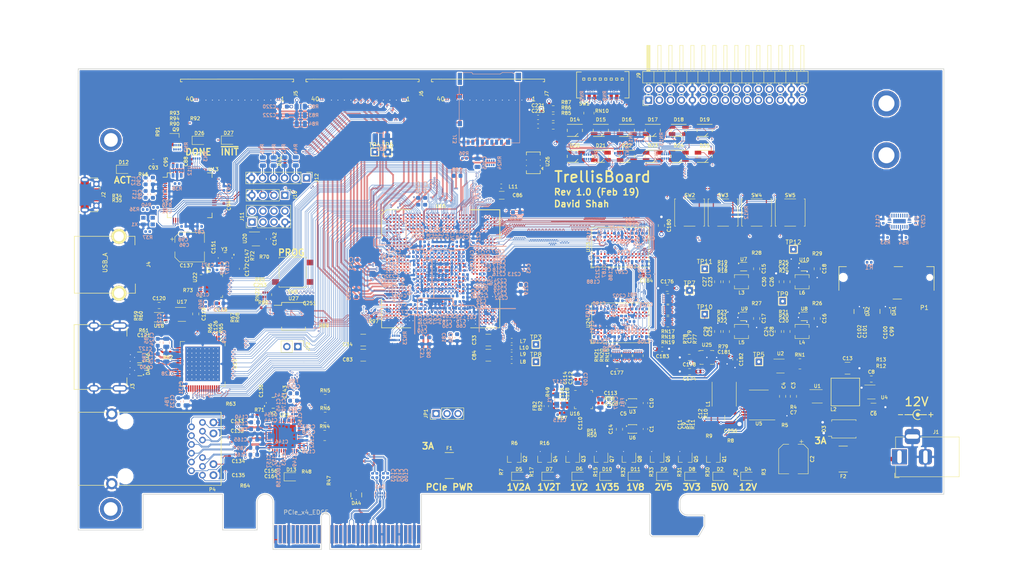
<source format=kicad_pcb>
(kicad_pcb (version 20171130) (host pcbnew 5.0.1)

  (general
    (thickness 1.6)
    (drawings 97)
    (tracks 24195)
    (zones 0)
    (modules 505)
    (nets 748)
  )

  (page A4)
  (layers
    (0 F.Cu signal)
    (1 In1.Cu signal)
    (2 In2.Cu signal)
    (3 In3.Cu signal)
    (4 In4.Cu signal)
    (5 In5.Cu signal)
    (6 In6.Cu signal)
    (31 B.Cu signal)
    (32 B.Adhes user)
    (33 F.Adhes user)
    (34 B.Paste user)
    (35 F.Paste user)
    (36 B.SilkS user)
    (37 F.SilkS user)
    (38 B.Mask user)
    (39 F.Mask user)
    (40 Dwgs.User user)
    (41 Cmts.User user)
    (42 Eco1.User user)
    (43 Eco2.User user)
    (44 Edge.Cuts user)
    (45 Margin user)
    (46 B.CrtYd user)
    (47 F.CrtYd user)
    (48 B.Fab user)
    (49 F.Fab user)
  )

  (setup
    (last_trace_width 0.2)
    (user_trace_width 0.1)
    (user_trace_width 0.15)
    (user_trace_width 0.2)
    (user_trace_width 0.25)
    (user_trace_width 0.35)
    (user_trace_width 0.5)
    (user_trace_width 0.8)
    (user_trace_width 1)
    (trace_clearance 0.0889)
    (zone_clearance 0.254)
    (zone_45_only no)
    (trace_min 0.0889)
    (segment_width 0.2)
    (edge_width 0.15)
    (via_size 0.4)
    (via_drill 0.2)
    (via_min_size 0.4)
    (via_min_drill 0.2)
    (user_via 0.6 0.3)
    (user_via 0.8 0.5)
    (user_via 1 0.6)
    (user_via 1.5 1)
    (user_via 2 1.5)
    (uvia_size 0.3)
    (uvia_drill 0.1)
    (uvias_allowed no)
    (uvia_min_size 0.2)
    (uvia_min_drill 0.1)
    (pcb_text_width 0.3)
    (pcb_text_size 1.5 1.5)
    (mod_edge_width 0.15)
    (mod_text_size 1 1)
    (mod_text_width 0.15)
    (pad_size 1.524 1.524)
    (pad_drill 0.762)
    (pad_to_mask_clearance 0.051)
    (solder_mask_min_width 0.25)
    (aux_axis_origin 0 0)
    (visible_elements FFFFFFFF)
    (pcbplotparams
      (layerselection 0x010fc_ffffffff)
      (usegerberextensions false)
      (usegerberattributes false)
      (usegerberadvancedattributes false)
      (creategerberjobfile false)
      (excludeedgelayer true)
      (linewidth 0.100000)
      (plotframeref false)
      (viasonmask false)
      (mode 1)
      (useauxorigin false)
      (hpglpennumber 1)
      (hpglpenspeed 20)
      (hpglpendiameter 15.000000)
      (psnegative false)
      (psa4output false)
      (plotreference true)
      (plotvalue true)
      (plotinvisibletext false)
      (padsonsilk false)
      (subtractmaskfromsilk false)
      (outputformat 1)
      (mirror false)
      (drillshape 1)
      (scaleselection 1)
      (outputdirectory ""))
  )

  (net 0 "")
  (net 1 "/PCIe + SATA/DCU1_REFCLK-")
  (net 2 "/PCIe + SATA/DCU1_REFCLK+")
  (net 3 DDR3_A4)
  (net 4 DDR3_A6)
  (net 5 DDR3_A5)
  (net 6 DDR3_A7)
  (net 7 /DDR3/DDR3_VTT)
  (net 8 "Net-(RN2-Pad5)")
  (net 9 "Net-(RN2-Pad6)")
  (net 10 "Net-(R38-Pad2)")
  (net 11 "Net-(RN2-Pad7)")
  (net 12 +3V3)
  (net 13 /Power/1V2_EN)
  (net 14 /Power/2V5_EN)
  (net 15 /Power/1V35_EN)
  (net 16 "Net-(RN1-Pad4)")
  (net 17 +5V)
  (net 18 "Net-(RN1-Pad5)")
  (net 19 USD_D0)
  (net 20 USD_D3)
  (net 21 USD_CMD)
  (net 22 USD_D2)
  (net 23 "Net-(RN23-Pad1)")
  (net 24 GND)
  (net 25 "/FPGA IO/CFG0")
  (net 26 "Net-(RN23-Pad8)")
  (net 27 "/FPGA IO/CFG1")
  (net 28 "/FPGA IO/CFG2")
  (net 29 "/FPGA IO/FLASH_D3")
  (net 30 "/FPGA IO/FLASH_D1")
  (net 31 "/FPGA IO/FLASH_D2")
  (net 32 "/FPGA IO/FLASH_D0")
  (net 33 DDR3_WE)
  (net 34 DDR3_CKE)
  (net 35 DDR3_CS)
  (net 36 DDR3_ODT)
  (net 37 DDR3_CAS)
  (net 38 DDR3_BA2)
  (net 39 DDR3_RAS)
  (net 40 DDR3_BA1)
  (net 41 DDR3_A12)
  (net 42 DDR3_A14)
  (net 43 DDR3_A13)
  (net 44 DDR3_BA0)
  (net 45 DDR3_A11)
  (net 46 DDR3_A9)
  (net 47 DDR3_A10)
  (net 48 DDR3_A8)
  (net 49 DDR3_A0)
  (net 50 DDR3_A2)
  (net 51 DDR3_A1)
  (net 52 DDR3_A3)
  (net 53 "/HDMI, GbE, USB/ETH_LED2")
  (net 54 ETH_~RESET)
  (net 55 "/HDMI, GbE, USB/ETH_LED1")
  (net 56 RGMII_REF_CLK)
  (net 57 "Net-(D18-Pad4)")
  (net 58 "Net-(D20-Pad4)")
  (net 59 "Net-(D19-Pad4)")
  (net 60 "Net-(D21-Pad4)")
  (net 61 "Net-(D25-Pad4)")
  (net 62 "Net-(D23-Pad4)")
  (net 63 "Net-(D24-Pad4)")
  (net 64 "Net-(D22-Pad4)")
  (net 65 FTDI_D1_RX)
  (net 66 FTDI_~WR)
  (net 67 FTDI_~RD)
  (net 68 FTDI_~SIWU)
  (net 69 RGMII_RXD0)
  (net 70 RGMII_RXD2)
  (net 71 RGMII_RXD1)
  (net 72 RGMII_RXD3)
  (net 73 RGMII_RX_DV)
  (net 74 ETH_MDIO)
  (net 75 RGMII_RX_CLK)
  (net 76 ETH_INT_N)
  (net 77 "Net-(D17-Pad1)")
  (net 78 "Net-(D16-Pad1)")
  (net 79 "Net-(D14-Pad1)")
  (net 80 "Net-(D15-Pad1)")
  (net 81 DIP_SW1)
  (net 82 DIP_SW0)
  (net 83 DIP_SW2)
  (net 84 DIP_SW3)
  (net 85 DIP_SW7)
  (net 86 DIP_SW6)
  (net 87 DIP_SW4)
  (net 88 DIP_SW5)
  (net 89 "Net-(D14-Pad4)")
  (net 90 "Net-(D16-Pad4)")
  (net 91 "Net-(D15-Pad4)")
  (net 92 "Net-(D17-Pad4)")
  (net 93 "Net-(D21-Pad1)")
  (net 94 "Net-(D20-Pad1)")
  (net 95 "Net-(D18-Pad1)")
  (net 96 "Net-(D19-Pad1)")
  (net 97 BTN1)
  (net 98 BTN0)
  (net 99 BTN2)
  (net 100 BTN3)
  (net 101 "Net-(D25-Pad1)")
  (net 102 "Net-(D24-Pad1)")
  (net 103 "Net-(D22-Pad1)")
  (net 104 "Net-(D23-Pad1)")
  (net 105 "/FPGA IO/VCCIO7")
  (net 106 "Net-(R44-Pad2)")
  (net 107 JTAG_TDO)
  (net 108 JTAG_TDI)
  (net 109 "Net-(R43-Pad2)")
  (net 110 "Net-(R42-Pad2)")
  (net 111 JTAG_TCK)
  (net 112 JTAG_TMS)
  (net 113 "Net-(R45-Pad2)")
  (net 114 "/PCIe + SATA/CLKAUXO+")
  (net 115 +1V8)
  (net 116 +2V5)
  (net 117 "/PCIe + SATA/CLKAUXO-")
  (net 118 "/FPGA IO/VCCIO6")
  (net 119 CLK_SDA)
  (net 120 "Net-(R36-Pad2)")
  (net 121 FPGA_12MHz)
  (net 122 "/PCIe + SATA/PCIe_REFCLK+")
  (net 123 "/PCIe + SATA/PCIe_REFCLK-")
  (net 124 PCIe_12V)
  (net 125 "Net-(D13-Pad2)")
  (net 126 ~PERST)
  (net 127 "Net-(P3-PadA11)")
  (net 128 "Net-(D12-Pad2)")
  (net 129 "Net-(R40-Pad1)")
  (net 130 "Net-(R39-Pad1)")
  (net 131 "Net-(R38-Pad1)")
  (net 132 "Net-(R12-Pad2)")
  (net 133 "/PCIe + SATA/3V3_C")
  (net 134 "/PCIe + SATA/3V3_CA")
  (net 135 "Net-(R57-Pad1)")
  (net 136 "Net-(R58-Pad2)")
  (net 137 FABRIC_REFCLK)
  (net 138 "/HDMI, GbE, USB/PORT_SCL")
  (net 139 "/HDMI, GbE, USB/PORT_SDA")
  (net 140 "Net-(C121-Pad1)")
  (net 141 "Net-(R62-Pad1)")
  (net 142 /Power/3V3_PG)
  (net 143 "Net-(D27-Pad2)")
  (net 144 "/FPGA IO/~PROGRAM")
  (net 145 "Net-(R80-Pad1)")
  (net 146 "Net-(R81-Pad1)")
  (net 147 "/FPGA IO/FLASH_~CS")
  (net 148 "/FPGA IO/FLASH_CLK")
  (net 149 "/FPGA IO/DONE")
  (net 150 "Net-(Q9-Pad1)")
  (net 151 "Net-(D26-Pad2)")
  (net 152 "Net-(R79-Pad1)")
  (net 153 "/FPGA IO/~INIT")
  (net 154 "Net-(C9-Pad1)")
  (net 155 "Net-(C11-Pad1)")
  (net 156 "Net-(Q2-Pad3)")
  (net 157 "Net-(D5-Pad1)")
  (net 158 /Power/1V2_PG)
  (net 159 USD_D1)
  (net 160 USD_CLK)
  (net 161 "Net-(R97-Pad1)")
  (net 162 "Net-(Q2-Pad1)")
  (net 163 +1V2A)
  (net 164 "Net-(R5-Pad2)")
  (net 165 "Net-(D2-Pad2)")
  (net 166 "Net-(C7-Pad1)")
  (net 167 "Net-(D4-Pad2)")
  (net 168 +12V)
  (net 169 "Net-(R74-Pad1)")
  (net 170 "/Debug Interface/PORT_D-")
  (net 171 "/Debug Interface/FTDI_D-")
  (net 172 "/Debug Interface/FTDI_D+")
  (net 173 "/Debug Interface/PORT_D+")
  (net 174 "Net-(C22-Pad2)")
  (net 175 "Net-(R71-Pad2)")
  (net 176 "/HDMI, GbE, USB/USB_XO")
  (net 177 "/HDMI, GbE, USB/USB_XI")
  (net 178 "Net-(R73-Pad1)")
  (net 179 "/HDMI, GbE, USB/USBA_VBUS")
  (net 180 "/HDMI, GbE, USB/EXTVBUS")
  (net 181 DVI_SCL)
  (net 182 DVI_SDA)
  (net 183 CLK_SCL)
  (net 184 "Net-(R70-Pad1)")
  (net 185 "Net-(C175-Pad2)")
  (net 186 DDR3_CLK+)
  (net 187 "Net-(P4-Pad16)")
  (net 188 "Net-(R66-Pad1)")
  (net 189 "Net-(R65-Pad1)")
  (net 190 "/HDMI, GbE, USB/HDMI_HPD")
  (net 191 DDR3_CLK-)
  (net 192 "Net-(C179-Pad1)")
  (net 193 +1V35)
  (net 194 +1V2)
  (net 195 "Net-(D10-Pad2)")
  (net 196 "Net-(P4-Pad14)")
  (net 197 "Net-(C12-Pad2)")
  (net 198 "Net-(D6-Pad2)")
  (net 199 +1V2T)
  (net 200 "Net-(Q4-Pad1)")
  (net 201 "Net-(Q4-Pad3)")
  (net 202 "Net-(D7-Pad1)")
  (net 203 "Net-(C19-Pad2)")
  (net 204 "Net-(C20-Pad2)")
  (net 205 "Net-(C21-Pad2)")
  (net 206 "/Debug Interface/FTDI_12MHz")
  (net 207 "Net-(D11-Pad2)")
  (net 208 /Power/2V5_PG)
  (net 209 /Power/1V35_PG)
  (net 210 /Power/1V8_PG)
  (net 211 "Net-(D8-Pad2)")
  (net 212 "Net-(D9-Pad2)")
  (net 213 "Net-(C8-Pad2)")
  (net 214 "Net-(C8-Pad1)")
  (net 215 /Power/PWR_EN)
  (net 216 "/HDMI, GbE, USB/HDMI_5V")
  (net 217 "Net-(U17-Pad3)")
  (net 218 "Net-(D9-Pad1)")
  (net 219 "Net-(D11-Pad1)")
  (net 220 "Net-(D26-Pad1)")
  (net 221 "Net-(D2-Pad1)")
  (net 222 "Net-(D6-Pad1)")
  (net 223 "Net-(D10-Pad1)")
  (net 224 "Net-(D8-Pad1)")
  (net 225 "Net-(U1-Pad3)")
  (net 226 DDR3_Vref)
  (net 227 DDR3_Vtt_EN)
  (net 228 "Net-(U5-Pad2)")
  (net 229 "Net-(L1-Pad1)")
  (net 230 "Net-(C11-Pad2)")
  (net 231 "Net-(U13-Pad3)")
  (net 232 "/Debug Interface/Vphy")
  (net 233 "/Debug Interface/Vpll")
  (net 234 "/Debug Interface/JTAG_ACT")
  (net 235 "Net-(U13-Pad22)")
  (net 236 "Net-(U13-Pad23)")
  (net 237 "Net-(U13-Pad24)")
  (net 238 "Net-(U13-Pad26)")
  (net 239 "Net-(U13-Pad27)")
  (net 240 "Net-(U13-Pad28)")
  (net 241 "Net-(U13-Pad29)")
  (net 242 "Net-(U13-Pad30)")
  (net 243 "Net-(U13-Pad32)")
  (net 244 "Net-(U13-Pad33)")
  (net 245 "Net-(U13-Pad34)")
  (net 246 "Net-(U13-Pad36)")
  (net 247 FTDI_D0_TX)
  (net 248 FTDI_D2)
  (net 249 FTDI_D3)
  (net 250 FTDI_D4)
  (net 251 FTDI_D5)
  (net 252 FTDI_D6)
  (net 253 FTDI_D7)
  (net 254 FTDI_~RXF)
  (net 255 "Net-(U13-Pad49)")
  (net 256 "Net-(U13-Pad50)")
  (net 257 FTDI_~TXE)
  (net 258 "Net-(U13-Pad57)")
  (net 259 "Net-(U13-Pad58)")
  (net 260 "Net-(U13-Pad59)")
  (net 261 "Net-(U13-Pad60)")
  (net 262 "/HDMI, GbE, USB/DVI_DVDD")
  (net 263 DVI_DE)
  (net 264 DVI_HSYNC)
  (net 265 DVI_VSYNC)
  (net 266 "Net-(U19-Pad11)")
  (net 267 "/HDMI, GbE, USB/DVI_PVDD")
  (net 268 "/HDMI, GbE, USB/TMDS_CLK-")
  (net 269 "/HDMI, GbE, USB/TMDS_CLK+")
  (net 270 "/HDMI, GbE, USB/DVI_TVDD")
  (net 271 "/HDMI, GbE, USB/TMDS_D0-")
  (net 272 "/HDMI, GbE, USB/TMDS_D0+")
  (net 273 "/HDMI, GbE, USB/TMDS_D1-")
  (net 274 "/HDMI, GbE, USB/TMDS_D1+")
  (net 275 "/HDMI, GbE, USB/TMDS_D2-")
  (net 276 "/HDMI, GbE, USB/TMDS_D2+")
  (net 277 DVI_D23)
  (net 278 DVI_D22)
  (net 279 DVI_D21)
  (net 280 DVI_D20)
  (net 281 DVI_D19)
  (net 282 DVI_D18)
  (net 283 DVI_D17)
  (net 284 DVI_D16)
  (net 285 DVI_D15)
  (net 286 DVI_D14)
  (net 287 DVI_D13)
  (net 288 DVI_D12)
  (net 289 "Net-(U19-Pad49)")
  (net 290 DVI_D11)
  (net 291 DVI_D10)
  (net 292 DVI_D9)
  (net 293 DVI_D8)
  (net 294 DVI_D7)
  (net 295 DVI_D6)
  (net 296 DVI_CLK)
  (net 297 DVI_D5)
  (net 298 DVI_D4)
  (net 299 DVI_D3)
  (net 300 DVI_D2)
  (net 301 DVI_D1)
  (net 302 DVI_D0)
  (net 303 "/HDMI, GbE, USB/AVDDH")
  (net 304 "/HDMI, GbE, USB/MX4-")
  (net 305 "/HDMI, GbE, USB/MX4+")
  (net 306 "/HDMI, GbE, USB/AVDDL")
  (net 307 "/HDMI, GbE, USB/MX3-")
  (net 308 "/HDMI, GbE, USB/MX3+")
  (net 309 "/HDMI, GbE, USB/MX2-")
  (net 310 "/HDMI, GbE, USB/MX2+")
  (net 311 "/HDMI, GbE, USB/MX1-")
  (net 312 "/HDMI, GbE, USB/MX1+")
  (net 313 "Net-(U21-Pad13)")
  (net 314 RGMII_TXD0)
  (net 315 RGMII_TXD1)
  (net 316 RGMII_TXD2)
  (net 317 RGMII_TXD3)
  (net 318 RGMII_TX_CLK)
  (net 319 RGMII_TX_EN)
  (net 320 ETH_MDC)
  (net 321 "Net-(U21-Pad43)")
  (net 322 "/HDMI, GbE, USB/AVDDL_PLL")
  (net 323 "/HDMI, GbE, USB/ETH_XO")
  (net 324 "/HDMI, GbE, USB/ETH_XI")
  (net 325 "Net-(U21-Pad47)")
  (net 326 "Net-(U22-Pad3)")
  (net 327 "Net-(U22-Pad5)")
  (net 328 "/HDMI, GbE, USB/USBA_D+")
  (net 329 "/HDMI, GbE, USB/USBA_D-")
  (net 330 ULPI_RESET)
  (net 331 ULPI_NXT)
  (net 332 ULPI_DIR)
  (net 333 ULPI_STP)
  (net 334 ULPI_CLKO)
  (net 335 "/HDMI, GbE, USB/USB1V8")
  (net 336 ULPI_D7)
  (net 337 ULPI_D6)
  (net 338 ULPI_D5)
  (net 339 ULPI_D4)
  (net 340 ULPI_D3)
  (net 341 ULPI_D2)
  (net 342 ULPI_D1)
  (net 343 ULPI_D0)
  (net 344 "Net-(C117-Pad1)")
  (net 345 "Net-(C115-Pad2)")
  (net 346 CLK_SD_OE)
  (net 347 "/PCIe + SATA/1V8_C")
  (net 348 "Net-(U16-Pad16)")
  (net 349 "/PCIe + SATA/DCU0_REFCLK-")
  (net 350 "/PCIe + SATA/DCU0_REFCLK+")
  (net 351 "Net-(U16-Pad24)")
  (net 352 DDR3_DQ13)
  (net 353 DDR3_DQ15)
  (net 354 DDR3_DQ12)
  (net 355 DDR3_DQS1-)
  (net 356 DDR3_DQ14)
  (net 357 DDR3_DQ11)
  (net 358 DDR3_DQ9)
  (net 359 DDR3_DQS1+)
  (net 360 DDR3_DQ10)
  (net 361 DDR3_DM1)
  (net 362 DDR3_DQ8)
  (net 363 DDR3_DQ0)
  (net 364 DDR3_DM0)
  (net 365 DDR3_DQ2)
  (net 366 DDR3_DQS0+)
  (net 367 DDR3_DQ1)
  (net 368 DDR3_DQ3)
  (net 369 DDR3_DQ6)
  (net 370 DDR3_DQS0-)
  (net 371 DDR3_DQ4)
  (net 372 DDR3_DQ7)
  (net 373 DDR3_DQ5)
  (net 374 "Net-(U23-PadJ1)")
  (net 375 "Net-(U23-PadJ9)")
  (net 376 "Net-(U23-PadL1)")
  (net 377 "Net-(U23-PadL9)")
  (net 378 "Net-(U23-PadM7)")
  (net 379 DDR3_RESET)
  (net 380 "Net-(U24-PadM7)")
  (net 381 "Net-(U24-PadL9)")
  (net 382 "Net-(U24-PadL1)")
  (net 383 "Net-(U24-PadJ9)")
  (net 384 "Net-(U24-PadJ1)")
  (net 385 DDR3_DQ21)
  (net 386 DDR3_DQ23)
  (net 387 DDR3_DQ20)
  (net 388 DDR3_DQS2-)
  (net 389 DDR3_DQ22)
  (net 390 DDR3_DQ19)
  (net 391 DDR3_DQ17)
  (net 392 DDR3_DQS2+)
  (net 393 DDR3_DQ18)
  (net 394 DDR3_DM2)
  (net 395 DDR3_DQ16)
  (net 396 DDR3_DQ24)
  (net 397 DDR3_DM3)
  (net 398 DDR3_DQ26)
  (net 399 DDR3_DQS3+)
  (net 400 DDR3_DQ25)
  (net 401 DDR3_DQ27)
  (net 402 DDR3_DQ30)
  (net 403 DDR3_DQS3-)
  (net 404 DDR3_DQ28)
  (net 405 DDR3_DQ31)
  (net 406 DDR3_DQ29)
  (net 407 "Net-(X1-Pad1)")
  (net 408 "Net-(L4-Pad1)")
  (net 409 "Net-(L5-Pad1)")
  (net 410 "Net-(L3-Pad1)")
  (net 411 "Net-(L6-Pad1)")
  (net 412 "/FPGA Core Power/VCCHTX1")
  (net 413 "/FPGA Core Power/VCCHTX0")
  (net 414 "/FPGA Core Power/VCCA0")
  (net 415 "/FPGA Core Power/VCCAUX")
  (net 416 "/FPGA Core Power/VCCA1")
  (net 417 "/PCIe + SATA/DCU1_RX1-")
  (net 418 "/PCIe + SATA/DCU1_RX1+")
  (net 419 "/PCIe + SATA/DCU1_RX0-")
  (net 420 "/PCIe + SATA/DCU1_RX0+")
  (net 421 "/PCIe + SATA/PCIe_HSI0+")
  (net 422 "/PCIe + SATA/PCIe_HSI0-")
  (net 423 "/PCIe + SATA/PCIe_HSI1+")
  (net 424 "/PCIe + SATA/PCIe_HSI1-")
  (net 425 "/PCIe + SATA/DCU0_RX0+")
  (net 426 "/PCIe + SATA/DCU0_RX0-")
  (net 427 "/PCIe + SATA/DCU0_RX1+")
  (net 428 "/PCIe + SATA/DCU0_RX1-")
  (net 429 "Net-(U6-Pad2)")
  (net 430 "Net-(U6-Pad5)")
  (net 431 "Net-(U3-Pad5)")
  (net 432 "Net-(U3-Pad2)")
  (net 433 "Net-(U10-Pad4)")
  (net 434 "Net-(U9-Pad4)")
  (net 435 "Net-(U8-Pad4)")
  (net 436 "Net-(U7-Pad4)")
  (net 437 "Net-(J5-Pad38)")
  (net 438 "/FPGA IO/EXT0_11-")
  (net 439 "/FPGA IO/EXT0_11+")
  (net 440 "/FPGA IO/EXT0_10-")
  (net 441 "/FPGA IO/EXT0_10+")
  (net 442 "/FPGA IO/EXT0_9-")
  (net 443 "/FPGA IO/EXT0_9+")
  (net 444 "/FPGA IO/EXT0_8-")
  (net 445 "/FPGA IO/EXT0_8+")
  (net 446 "/FPGA IO/EXT0_7-")
  (net 447 "/FPGA IO/EXT0_7+")
  (net 448 "/FPGA IO/EXT0_6-")
  (net 449 "/FPGA IO/EXT0_6+")
  (net 450 "/FPGA IO/EXT0_5-")
  (net 451 "/FPGA IO/EXT0_5+")
  (net 452 "/FPGA IO/EXT0_4-")
  (net 453 "/FPGA IO/EXT0_4+")
  (net 454 "/FPGA IO/EXT0_3-")
  (net 455 "/FPGA IO/EXT0_3+")
  (net 456 "/FPGA IO/EXT0_2-")
  (net 457 "/FPGA IO/EXT0_2+")
  (net 458 "/FPGA IO/EXT0_1-")
  (net 459 "/FPGA IO/EXT0_1+")
  (net 460 "/FPGA IO/EXT0_0-")
  (net 461 "/FPGA IO/EXT0_0+")
  (net 462 "Net-(J6-Pad38)")
  (net 463 "/FPGA IO/EXT1_11-")
  (net 464 "/FPGA IO/EXT1_11+")
  (net 465 "/FPGA IO/EXT1_10-")
  (net 466 "/FPGA IO/EXT1_10+")
  (net 467 "/FPGA IO/EXT1_9-")
  (net 468 "/FPGA IO/EXT1_9+")
  (net 469 "/FPGA IO/EXT1_8-")
  (net 470 "/FPGA IO/EXT1_8+")
  (net 471 "/FPGA IO/EXT1_7-")
  (net 472 "/FPGA IO/EXT1_7+")
  (net 473 "/FPGA IO/EXT1_6-")
  (net 474 "/FPGA IO/EXT1_6+")
  (net 475 "/FPGA IO/EXT1_5-")
  (net 476 "/FPGA IO/EXT1_5+")
  (net 477 "/FPGA IO/EXT1_4-")
  (net 478 "/FPGA IO/EXT1_4+")
  (net 479 "/FPGA IO/EXT1_3-")
  (net 480 "/FPGA IO/EXT1_3+")
  (net 481 "/FPGA IO/EXT1_2-")
  (net 482 "/FPGA IO/EXT1_2+")
  (net 483 "/FPGA IO/EXT1_1-")
  (net 484 "/FPGA IO/EXT1_1+")
  (net 485 "/FPGA IO/EXT1_0-")
  (net 486 "/FPGA IO/EXT1_0+")
  (net 487 "/FPGA IO/EXT2_0+")
  (net 488 "/FPGA IO/EXT2_0-")
  (net 489 "/FPGA IO/EXT2_1+")
  (net 490 "/FPGA IO/EXT2_1-")
  (net 491 "/FPGA IO/EXT2_2+")
  (net 492 "/FPGA IO/EXT2_2-")
  (net 493 "/FPGA IO/EXT2_3+")
  (net 494 "/FPGA IO/EXT2_3-")
  (net 495 "/FPGA IO/EXT2_4+")
  (net 496 "/FPGA IO/EXT2_4-")
  (net 497 "/FPGA IO/EXT2_5+")
  (net 498 "/FPGA IO/EXT2_5-")
  (net 499 "/FPGA IO/EXT2_6+")
  (net 500 "/FPGA IO/EXT2_6-")
  (net 501 "/FPGA IO/EXT2_7+")
  (net 502 "/FPGA IO/EXT2_7-")
  (net 503 "/FPGA IO/EXT2_8+")
  (net 504 "/FPGA IO/EXT2_8-")
  (net 505 "/FPGA IO/EXT2_9+")
  (net 506 "/FPGA IO/EXT2_9-")
  (net 507 "/FPGA IO/EXT2_10+")
  (net 508 "/FPGA IO/EXT2_10-")
  (net 509 "/FPGA IO/EXT2_11+")
  (net 510 "/FPGA IO/EXT2_11-")
  (net 511 "Net-(J7-Pad38)")
  (net 512 "Net-(C132-Pad1)")
  (net 513 "Net-(C135-Pad1)")
  (net 514 "Net-(C133-Pad1)")
  (net 515 "Net-(C134-Pad1)")
  (net 516 "Net-(P3-PadB5)")
  (net 517 "Net-(P3-PadB6)")
  (net 518 "Net-(P3-PadB8)")
  (net 519 "Net-(P3-PadB9)")
  (net 520 "Net-(P3-PadB10)")
  (net 521 PCIe_~WAKE)
  (net 522 "Net-(P3-PadB12)")
  (net 523 "/PCIe + SATA/~PRSNT2~_X1")
  (net 524 "Net-(P3-PadB23)")
  (net 525 "Net-(P3-PadB24)")
  (net 526 "Net-(P3-PadB27)")
  (net 527 "Net-(P3-PadB28)")
  (net 528 "Net-(P3-PadB30)")
  (net 529 "/PCIe + SATA/~PRSNT2~_X4")
  (net 530 "/PCIe + SATA/~PRSNT1")
  (net 531 "Net-(P3-PadA5)")
  (net 532 "Net-(P3-PadA6)")
  (net 533 "Net-(P3-PadA7)")
  (net 534 "Net-(P3-PadA8)")
  (net 535 "Net-(P3-PadA9)")
  (net 536 "Net-(P3-PadA10)")
  (net 537 "Net-(P3-PadA19)")
  (net 538 "Net-(P3-PadA25)")
  (net 539 "Net-(P3-PadA26)")
  (net 540 "Net-(P3-PadA29)")
  (net 541 "Net-(P3-PadA30)")
  (net 542 "Net-(P3-PadA32)")
  (net 543 "Net-(U26-Pad1)")
  (net 544 "Net-(U26-Pad2)")
  (net 545 "/FPGA IO/CLK100+")
  (net 546 "/FPGA IO/CLK100-")
  (net 547 "Net-(J3-Pad14)")
  (net 548 "Net-(J3-Pad13)")
  (net 549 LED2)
  (net 550 LED11)
  (net 551 LED10)
  (net 552 LED0)
  (net 553 LED1)
  (net 554 LED3)
  (net 555 LED4)
  (net 556 LED5)
  (net 557 LED6)
  (net 558 LED7)
  (net 559 LED8)
  (net 560 LED9)
  (net 561 "Net-(F2-Pad2)")
  (net 562 "Net-(U15-PadR1)")
  (net 563 "Net-(U15-PadA2)")
  (net 564 "Net-(U15-PadT2)")
  (net 565 "Net-(U15-PadAB2)")
  (net 566 "Net-(U15-PadAC2)")
  (net 567 "Net-(U15-PadAE2)")
  (net 568 "Net-(U15-PadAG2)")
  (net 569 "Net-(U15-PadA3)")
  (net 570 "Net-(U15-PadV3)")
  (net 571 "Net-(U15-PadW3)")
  (net 572 "Net-(U15-PadY3)")
  (net 573 "Net-(U15-PadAC3)")
  (net 574 "Net-(U15-PadAG3)")
  (net 575 "Net-(U15-PadAL3)")
  (net 576 "Net-(U15-PadB4)")
  (net 577 "Net-(U15-PadH4)")
  (net 578 "Net-(U15-PadAC4)")
  (net 579 "Net-(U15-PadA5)")
  (net 580 "Net-(U15-PadL5)")
  (net 581 "Net-(U15-PadW6)")
  (net 582 "Net-(U15-PadD7)")
  (net 583 "Net-(U15-PadE7)")
  (net 584 "Net-(U15-PadAE7)")
  (net 585 "Net-(U15-PadG9)")
  (net 586 "/PCIe + SATA/DCU0_TX0+")
  (net 587 "Net-(U15-PadG10)")
  (net 588 "/PCIe + SATA/DCU0_TX0-")
  (net 589 "Net-(U15-PadG11)")
  (net 590 "/PCIe + SATA/DCU0_TX1+")
  (net 591 "/PCIe + SATA/DCU0_TX1-")
  (net 592 "/FPGA IO/PMOD1_10")
  (net 593 "/FPGA IO/PMOD1_9")
  (net 594 "Net-(U15-PadG14)")
  (net 595 "Net-(U15-PadG15)")
  (net 596 "Net-(U15-PadAK15)")
  (net 597 "Net-(U15-PadG16)")
  (net 598 "Net-(U15-PadAK16)")
  (net 599 "Net-(U15-PadG17)")
  (net 600 "Net-(U15-PadG18)")
  (net 601 "/PCIe + SATA/DCU1_TX0+")
  (net 602 "Net-(U15-PadG19)")
  (net 603 "/PCIe + SATA/DCU1_TX0-")
  (net 604 "/FPGA IO/PMOD1_8")
  (net 605 "/FPGA IO/PMOD1_7")
  (net 606 "/PCIe + SATA/DCU1_TX1+")
  (net 607 "/PCIe + SATA/DCU1_TX1-")
  (net 608 "/FPGA IO/EXIO_5")
  (net 609 "/FPGA IO/EXIO_4")
  (net 610 "/FPGA IO/EXIO_3")
  (net 611 "Net-(U15-PadG22)")
  (net 612 "/FPGA IO/PMOD1_3")
  (net 613 "/FPGA IO/PMOD1_2")
  (net 614 "/FPGA IO/PMOD1_0")
  (net 615 "/FPGA IO/PMOD1_1")
  (net 616 "/FPGA IO/EXIO_2")
  (net 617 "Net-(U15-PadG23)")
  (net 618 "/FPGA IO/EXIO_1")
  (net 619 "/FPGA IO/PMOD0_10")
  (net 620 "/FPGA IO/EXIO_0")
  (net 621 "/FPGA IO/PMOD0_9")
  (net 622 "Net-(U15-PadG24)")
  (net 623 "Net-(U15-PadAG24)")
  (net 624 "Net-(U15-PadAK24)")
  (net 625 "/FPGA IO/PMOD0_8")
  (net 626 "/FPGA IO/PMOD0_3")
  (net 627 "/FPGA IO/PMOD0_7")
  (net 628 "/FPGA IO/PMOD0_2")
  (net 629 "/FPGA IO/PMOD0_1")
  (net 630 "Net-(U15-PadAK25)")
  (net 631 "/FPGA IO/PMOD0_0")
  (net 632 "Net-(U15-PadB26)")
  (net 633 "Net-(U15-PadE26)")
  (net 634 "Net-(U15-PadAE26)")
  (net 635 "Net-(U15-PadH27)")
  (net 636 "Net-(U15-PadJ27)")
  (net 637 "Net-(U15-PadW27)")
  (net 638 "Net-(U15-PadC28)")
  (net 639 "Net-(U15-PadD28)")
  (net 640 "Net-(U15-PadH28)")
  (net 641 "Net-(U15-PadL28)")
  (net 642 "Net-(U15-PadP28)")
  (net 643 "Net-(U15-PadAC28)")
  (net 644 "Net-(U15-PadAE28)")
  (net 645 "Net-(U15-PadC29)")
  (net 646 "Net-(U15-PadH29)")
  (net 647 "Net-(U15-PadP29)")
  (net 648 "Net-(U15-PadAB29)")
  (net 649 "Net-(U15-PadAC29)")
  (net 650 "Net-(U15-PadAE29)")
  (net 651 "Net-(U15-PadAJ29)")
  (net 652 "Net-(U15-PadC30)")
  (net 653 "Net-(U15-PadP30)")
  (net 654 "Net-(U15-PadR30)")
  (net 655 "Net-(U15-PadV30)")
  (net 656 "Net-(U15-PadAB30)")
  (net 657 "Net-(U15-PadAE30)")
  (net 658 "Net-(U15-PadAJ30)")
  (net 659 "Net-(U15-PadA31)")
  (net 660 "Net-(U15-PadAG31)")
  (net 661 "Net-(U15-PadAK31)")
  (net 662 "Net-(U15-PadAG32)")
  (net 663 "Net-(J2-Pad1)")
  (net 664 "Net-(J2-Pad4)")
  (net 665 "Net-(U15-PadT30)")
  (net 666 "Net-(U15-PadAE27)")
  (net 667 "Net-(U15-PadAD27)")
  (net 668 "Net-(U15-PadF30)")
  (net 669 "Net-(U15-PadN27)")
  (net 670 "Net-(U15-PadU27)")
  (net 671 "Net-(U15-PadU29)")
  (net 672 "Net-(U15-PadW30)")
  (net 673 "Net-(U15-PadY30)")
  (net 674 "Net-(U15-PadY29)")
  (net 675 "Net-(U15-PadW1)")
  (net 676 "Net-(U15-PadV1)")
  (net 677 "Net-(U15-PadY7)")
  (net 678 "Net-(U15-PadY6)")
  (net 679 "Net-(U15-PadAC5)")
  (net 680 "Net-(U15-PadAD4)")
  (net 681 "Net-(U15-PadY4)")
  (net 682 "Net-(U15-PadW4)")
  (net 683 "Net-(U15-PadK4)")
  (net 684 "Net-(U15-PadJ4)")
  (net 685 "Net-(U15-PadL3)")
  (net 686 "Net-(U15-PadL2)")
  (net 687 "Net-(U15-PadK2)")
  (net 688 "Net-(U15-PadL1)")
  (net 689 "Net-(U15-PadK1)")
  (net 690 "Net-(U15-PadJ1)")
  (net 691 "Net-(U15-PadD1)")
  (net 692 "Net-(U15-PadC1)")
  (net 693 "Net-(U15-PadF2)")
  (net 694 "Net-(U15-PadE1)")
  (net 695 "Net-(U15-PadE4)")
  (net 696 "Net-(U15-PadD4)")
  (net 697 "Net-(P1-Pad52)")
  (net 698 M2_CLKSEL)
  (net 699 "Net-(R54-Pad1)")
  (net 700 "/PCIe + SATA/M2_REFCLK+")
  (net 701 "/PCIe + SATA/M2_REFCLK-")
  (net 702 "Net-(U11-Pad17)")
  (net 703 "Net-(U11-Pad16)")
  (net 704 "/PCIe + SATA/CLKREFO+")
  (net 705 "/PCIe + SATA/CLKREFO-")
  (net 706 "/PCIe + SATA/M2_RX0+")
  (net 707 "/PCIe + SATA/M2_RX0-")
  (net 708 "/PCIe + SATA/M2_RX1+")
  (net 709 "/PCIe + SATA/M2_RX1-")
  (net 710 M2_CTS)
  (net 711 M2_RTS)
  (net 712 M2_SDIO_D0)
  (net 713 M2_TXD)
  (net 714 M2_SDIO_D3)
  (net 715 M2_SDIO_D2)
  (net 716 M2_SDIO_D1)
  (net 717 M2_SDIO_CLK)
  (net 718 M2_SDIO_CMD)
  (net 719 "Net-(P1-Pad3)")
  (net 720 "Net-(P1-Pad5)")
  (net 721 "Net-(P1-Pad6)")
  (net 722 "Net-(P1-Pad8)")
  (net 723 "Net-(P1-Pad10)")
  (net 724 "Net-(P1-Pad12)")
  (net 725 "Net-(P1-Pad14)")
  (net 726 "Net-(P1-Pad16)")
  (net 727 "Net-(P1-Pad20)")
  (net 728 "Net-(P1-Pad21)")
  (net 729 "Net-(P1-Pad23)")
  (net 730 "Net-(P1-Pad38)")
  (net 731 "Net-(P1-Pad40)")
  (net 732 "Net-(P1-Pad42)")
  (net 733 "Net-(P1-Pad44)")
  (net 734 "Net-(P1-Pad46)")
  (net 735 "Net-(P1-Pad48)")
  (net 736 "Net-(P1-Pad50)")
  (net 737 "Net-(P1-Pad53)")
  (net 738 "Net-(P1-Pad54)")
  (net 739 "Net-(P1-Pad55)")
  (net 740 "Net-(P1-Pad56)")
  (net 741 "Net-(P1-Pad58)")
  (net 742 "Net-(P1-Pad60)")
  (net 743 "Net-(P1-Pad62)")
  (net 744 "Net-(P1-Pad64)")
  (net 745 "Net-(P1-Pad66)")
  (net 746 "Net-(P1-Pad68)")
  (net 747 "Net-(P1-Pad70)")

  (net_class Default "This is the default net class."
    (clearance 0.0889)
    (trace_width 0.0889)
    (via_dia 0.4)
    (via_drill 0.2)
    (uvia_dia 0.3)
    (uvia_drill 0.1)
    (diff_pair_gap 0.11)
    (diff_pair_width 0.11)
    (add_net +12V)
    (add_net +1V2)
    (add_net +1V2A)
    (add_net +1V2T)
    (add_net +1V35)
    (add_net +1V8)
    (add_net +2V5)
    (add_net +3V3)
    (add_net +5V)
    (add_net /DDR3/DDR3_VTT)
    (add_net "/Debug Interface/FTDI_12MHz")
    (add_net "/Debug Interface/FTDI_D+")
    (add_net "/Debug Interface/FTDI_D-")
    (add_net "/Debug Interface/JTAG_ACT")
    (add_net "/Debug Interface/PORT_D+")
    (add_net "/Debug Interface/PORT_D-")
    (add_net "/Debug Interface/Vphy")
    (add_net "/Debug Interface/Vpll")
    (add_net "/FPGA Core Power/VCCA0")
    (add_net "/FPGA Core Power/VCCA1")
    (add_net "/FPGA Core Power/VCCAUX")
    (add_net "/FPGA Core Power/VCCHTX0")
    (add_net "/FPGA Core Power/VCCHTX1")
    (add_net "/FPGA IO/CFG0")
    (add_net "/FPGA IO/CFG1")
    (add_net "/FPGA IO/CFG2")
    (add_net "/FPGA IO/CLK100+")
    (add_net "/FPGA IO/CLK100-")
    (add_net "/FPGA IO/DONE")
    (add_net "/FPGA IO/EXIO_0")
    (add_net "/FPGA IO/EXIO_1")
    (add_net "/FPGA IO/EXIO_2")
    (add_net "/FPGA IO/EXIO_3")
    (add_net "/FPGA IO/EXIO_4")
    (add_net "/FPGA IO/EXIO_5")
    (add_net "/FPGA IO/EXT0_0+")
    (add_net "/FPGA IO/EXT0_0-")
    (add_net "/FPGA IO/EXT0_1+")
    (add_net "/FPGA IO/EXT0_1-")
    (add_net "/FPGA IO/EXT0_10+")
    (add_net "/FPGA IO/EXT0_10-")
    (add_net "/FPGA IO/EXT0_11+")
    (add_net "/FPGA IO/EXT0_11-")
    (add_net "/FPGA IO/EXT0_2+")
    (add_net "/FPGA IO/EXT0_2-")
    (add_net "/FPGA IO/EXT0_3+")
    (add_net "/FPGA IO/EXT0_3-")
    (add_net "/FPGA IO/EXT0_4+")
    (add_net "/FPGA IO/EXT0_4-")
    (add_net "/FPGA IO/EXT0_5+")
    (add_net "/FPGA IO/EXT0_5-")
    (add_net "/FPGA IO/EXT0_6+")
    (add_net "/FPGA IO/EXT0_6-")
    (add_net "/FPGA IO/EXT0_7+")
    (add_net "/FPGA IO/EXT0_7-")
    (add_net "/FPGA IO/EXT0_8+")
    (add_net "/FPGA IO/EXT0_8-")
    (add_net "/FPGA IO/EXT0_9+")
    (add_net "/FPGA IO/EXT0_9-")
    (add_net "/FPGA IO/EXT1_0+")
    (add_net "/FPGA IO/EXT1_0-")
    (add_net "/FPGA IO/EXT1_1+")
    (add_net "/FPGA IO/EXT1_1-")
    (add_net "/FPGA IO/EXT1_10+")
    (add_net "/FPGA IO/EXT1_10-")
    (add_net "/FPGA IO/EXT1_11+")
    (add_net "/FPGA IO/EXT1_11-")
    (add_net "/FPGA IO/EXT1_2+")
    (add_net "/FPGA IO/EXT1_2-")
    (add_net "/FPGA IO/EXT1_3+")
    (add_net "/FPGA IO/EXT1_3-")
    (add_net "/FPGA IO/EXT1_4+")
    (add_net "/FPGA IO/EXT1_4-")
    (add_net "/FPGA IO/EXT1_5+")
    (add_net "/FPGA IO/EXT1_5-")
    (add_net "/FPGA IO/EXT1_6+")
    (add_net "/FPGA IO/EXT1_6-")
    (add_net "/FPGA IO/EXT1_7+")
    (add_net "/FPGA IO/EXT1_7-")
    (add_net "/FPGA IO/EXT1_8+")
    (add_net "/FPGA IO/EXT1_8-")
    (add_net "/FPGA IO/EXT1_9+")
    (add_net "/FPGA IO/EXT1_9-")
    (add_net "/FPGA IO/EXT2_0+")
    (add_net "/FPGA IO/EXT2_0-")
    (add_net "/FPGA IO/EXT2_1+")
    (add_net "/FPGA IO/EXT2_1-")
    (add_net "/FPGA IO/EXT2_10+")
    (add_net "/FPGA IO/EXT2_10-")
    (add_net "/FPGA IO/EXT2_11+")
    (add_net "/FPGA IO/EXT2_11-")
    (add_net "/FPGA IO/EXT2_2+")
    (add_net "/FPGA IO/EXT2_2-")
    (add_net "/FPGA IO/EXT2_3+")
    (add_net "/FPGA IO/EXT2_3-")
    (add_net "/FPGA IO/EXT2_4+")
    (add_net "/FPGA IO/EXT2_4-")
    (add_net "/FPGA IO/EXT2_5+")
    (add_net "/FPGA IO/EXT2_5-")
    (add_net "/FPGA IO/EXT2_6+")
    (add_net "/FPGA IO/EXT2_6-")
    (add_net "/FPGA IO/EXT2_7+")
    (add_net "/FPGA IO/EXT2_7-")
    (add_net "/FPGA IO/EXT2_8+")
    (add_net "/FPGA IO/EXT2_8-")
    (add_net "/FPGA IO/EXT2_9+")
    (add_net "/FPGA IO/EXT2_9-")
    (add_net "/FPGA IO/FLASH_CLK")
    (add_net "/FPGA IO/FLASH_D0")
    (add_net "/FPGA IO/FLASH_D1")
    (add_net "/FPGA IO/FLASH_D2")
    (add_net "/FPGA IO/FLASH_D3")
    (add_net "/FPGA IO/FLASH_~CS")
    (add_net "/FPGA IO/PMOD0_0")
    (add_net "/FPGA IO/PMOD0_1")
    (add_net "/FPGA IO/PMOD0_10")
    (add_net "/FPGA IO/PMOD0_2")
    (add_net "/FPGA IO/PMOD0_3")
    (add_net "/FPGA IO/PMOD0_7")
    (add_net "/FPGA IO/PMOD0_8")
    (add_net "/FPGA IO/PMOD0_9")
    (add_net "/FPGA IO/PMOD1_0")
    (add_net "/FPGA IO/PMOD1_1")
    (add_net "/FPGA IO/PMOD1_10")
    (add_net "/FPGA IO/PMOD1_2")
    (add_net "/FPGA IO/PMOD1_3")
    (add_net "/FPGA IO/PMOD1_7")
    (add_net "/FPGA IO/PMOD1_8")
    (add_net "/FPGA IO/PMOD1_9")
    (add_net "/FPGA IO/VCCIO6")
    (add_net "/FPGA IO/VCCIO7")
    (add_net "/FPGA IO/~INIT")
    (add_net "/FPGA IO/~PROGRAM")
    (add_net "/HDMI, GbE, USB/AVDDH")
    (add_net "/HDMI, GbE, USB/AVDDL")
    (add_net "/HDMI, GbE, USB/AVDDL_PLL")
    (add_net "/HDMI, GbE, USB/DVI_DVDD")
    (add_net "/HDMI, GbE, USB/DVI_PVDD")
    (add_net "/HDMI, GbE, USB/DVI_TVDD")
    (add_net "/HDMI, GbE, USB/ETH_LED1")
    (add_net "/HDMI, GbE, USB/ETH_LED2")
    (add_net "/HDMI, GbE, USB/ETH_XI")
    (add_net "/HDMI, GbE, USB/ETH_XO")
    (add_net "/HDMI, GbE, USB/EXTVBUS")
    (add_net "/HDMI, GbE, USB/HDMI_5V")
    (add_net "/HDMI, GbE, USB/HDMI_HPD")
    (add_net "/HDMI, GbE, USB/MX1+")
    (add_net "/HDMI, GbE, USB/MX1-")
    (add_net "/HDMI, GbE, USB/MX2+")
    (add_net "/HDMI, GbE, USB/MX2-")
    (add_net "/HDMI, GbE, USB/MX3+")
    (add_net "/HDMI, GbE, USB/MX3-")
    (add_net "/HDMI, GbE, USB/MX4+")
    (add_net "/HDMI, GbE, USB/MX4-")
    (add_net "/HDMI, GbE, USB/PORT_SCL")
    (add_net "/HDMI, GbE, USB/PORT_SDA")
    (add_net "/HDMI, GbE, USB/TMDS_CLK+")
    (add_net "/HDMI, GbE, USB/TMDS_CLK-")
    (add_net "/HDMI, GbE, USB/TMDS_D0+")
    (add_net "/HDMI, GbE, USB/TMDS_D0-")
    (add_net "/HDMI, GbE, USB/TMDS_D1+")
    (add_net "/HDMI, GbE, USB/TMDS_D1-")
    (add_net "/HDMI, GbE, USB/TMDS_D2+")
    (add_net "/HDMI, GbE, USB/TMDS_D2-")
    (add_net "/HDMI, GbE, USB/USB1V8")
    (add_net "/HDMI, GbE, USB/USBA_D+")
    (add_net "/HDMI, GbE, USB/USBA_D-")
    (add_net "/HDMI, GbE, USB/USBA_VBUS")
    (add_net "/HDMI, GbE, USB/USB_XI")
    (add_net "/HDMI, GbE, USB/USB_XO")
    (add_net "/PCIe + SATA/1V8_C")
    (add_net "/PCIe + SATA/3V3_C")
    (add_net "/PCIe + SATA/3V3_CA")
    (add_net "/PCIe + SATA/CLKAUXO+")
    (add_net "/PCIe + SATA/CLKAUXO-")
    (add_net "/PCIe + SATA/CLKREFO+")
    (add_net "/PCIe + SATA/CLKREFO-")
    (add_net "/PCIe + SATA/DCU0_REFCLK+")
    (add_net "/PCIe + SATA/DCU0_REFCLK-")
    (add_net "/PCIe + SATA/DCU0_RX0+")
    (add_net "/PCIe + SATA/DCU0_RX0-")
    (add_net "/PCIe + SATA/DCU0_RX1+")
    (add_net "/PCIe + SATA/DCU0_RX1-")
    (add_net "/PCIe + SATA/DCU0_TX0+")
    (add_net "/PCIe + SATA/DCU0_TX0-")
    (add_net "/PCIe + SATA/DCU0_TX1+")
    (add_net "/PCIe + SATA/DCU0_TX1-")
    (add_net "/PCIe + SATA/DCU1_REFCLK+")
    (add_net "/PCIe + SATA/DCU1_REFCLK-")
    (add_net "/PCIe + SATA/DCU1_RX0+")
    (add_net "/PCIe + SATA/DCU1_RX0-")
    (add_net "/PCIe + SATA/DCU1_RX1+")
    (add_net "/PCIe + SATA/DCU1_RX1-")
    (add_net "/PCIe + SATA/DCU1_TX0+")
    (add_net "/PCIe + SATA/DCU1_TX0-")
    (add_net "/PCIe + SATA/DCU1_TX1+")
    (add_net "/PCIe + SATA/DCU1_TX1-")
    (add_net "/PCIe + SATA/M2_REFCLK+")
    (add_net "/PCIe + SATA/M2_REFCLK-")
    (add_net "/PCIe + SATA/M2_RX0+")
    (add_net "/PCIe + SATA/M2_RX0-")
    (add_net "/PCIe + SATA/M2_RX1+")
    (add_net "/PCIe + SATA/M2_RX1-")
    (add_net "/PCIe + SATA/PCIe_HSI0+")
    (add_net "/PCIe + SATA/PCIe_HSI0-")
    (add_net "/PCIe + SATA/PCIe_HSI1+")
    (add_net "/PCIe + SATA/PCIe_HSI1-")
    (add_net "/PCIe + SATA/PCIe_REFCLK+")
    (add_net "/PCIe + SATA/PCIe_REFCLK-")
    (add_net "/PCIe + SATA/~PRSNT1")
    (add_net "/PCIe + SATA/~PRSNT2~_X1")
    (add_net "/PCIe + SATA/~PRSNT2~_X4")
    (add_net /Power/1V2_EN)
    (add_net /Power/1V2_PG)
    (add_net /Power/1V35_EN)
    (add_net /Power/1V35_PG)
    (add_net /Power/1V8_PG)
    (add_net /Power/2V5_EN)
    (add_net /Power/2V5_PG)
    (add_net /Power/3V3_PG)
    (add_net /Power/PWR_EN)
    (add_net BTN0)
    (add_net BTN1)
    (add_net BTN2)
    (add_net BTN3)
    (add_net CLK_SCL)
    (add_net CLK_SDA)
    (add_net CLK_SD_OE)
    (add_net DDR3_A0)
    (add_net DDR3_A1)
    (add_net DDR3_A10)
    (add_net DDR3_A11)
    (add_net DDR3_A12)
    (add_net DDR3_A13)
    (add_net DDR3_A14)
    (add_net DDR3_A2)
    (add_net DDR3_A3)
    (add_net DDR3_A4)
    (add_net DDR3_A5)
    (add_net DDR3_A6)
    (add_net DDR3_A7)
    (add_net DDR3_A8)
    (add_net DDR3_A9)
    (add_net DDR3_BA0)
    (add_net DDR3_BA1)
    (add_net DDR3_BA2)
    (add_net DDR3_CAS)
    (add_net DDR3_CKE)
    (add_net DDR3_CLK+)
    (add_net DDR3_CLK-)
    (add_net DDR3_CS)
    (add_net DDR3_DM0)
    (add_net DDR3_DM1)
    (add_net DDR3_DM2)
    (add_net DDR3_DM3)
    (add_net DDR3_DQ0)
    (add_net DDR3_DQ1)
    (add_net DDR3_DQ10)
    (add_net DDR3_DQ11)
    (add_net DDR3_DQ12)
    (add_net DDR3_DQ13)
    (add_net DDR3_DQ14)
    (add_net DDR3_DQ15)
    (add_net DDR3_DQ16)
    (add_net DDR3_DQ17)
    (add_net DDR3_DQ18)
    (add_net DDR3_DQ19)
    (add_net DDR3_DQ2)
    (add_net DDR3_DQ20)
    (add_net DDR3_DQ21)
    (add_net DDR3_DQ22)
    (add_net DDR3_DQ23)
    (add_net DDR3_DQ24)
    (add_net DDR3_DQ25)
    (add_net DDR3_DQ26)
    (add_net DDR3_DQ27)
    (add_net DDR3_DQ28)
    (add_net DDR3_DQ29)
    (add_net DDR3_DQ3)
    (add_net DDR3_DQ30)
    (add_net DDR3_DQ31)
    (add_net DDR3_DQ4)
    (add_net DDR3_DQ5)
    (add_net DDR3_DQ6)
    (add_net DDR3_DQ7)
    (add_net DDR3_DQ8)
    (add_net DDR3_DQ9)
    (add_net DDR3_DQS0+)
    (add_net DDR3_DQS0-)
    (add_net DDR3_DQS1+)
    (add_net DDR3_DQS1-)
    (add_net DDR3_DQS2+)
    (add_net DDR3_DQS2-)
    (add_net DDR3_DQS3+)
    (add_net DDR3_DQS3-)
    (add_net DDR3_ODT)
    (add_net DDR3_RAS)
    (add_net DDR3_RESET)
    (add_net DDR3_Vref)
    (add_net DDR3_Vtt_EN)
    (add_net DDR3_WE)
    (add_net DIP_SW0)
    (add_net DIP_SW1)
    (add_net DIP_SW2)
    (add_net DIP_SW3)
    (add_net DIP_SW4)
    (add_net DIP_SW5)
    (add_net DIP_SW6)
    (add_net DIP_SW7)
    (add_net DVI_CLK)
    (add_net DVI_D0)
    (add_net DVI_D1)
    (add_net DVI_D10)
    (add_net DVI_D11)
    (add_net DVI_D12)
    (add_net DVI_D13)
    (add_net DVI_D14)
    (add_net DVI_D15)
    (add_net DVI_D16)
    (add_net DVI_D17)
    (add_net DVI_D18)
    (add_net DVI_D19)
    (add_net DVI_D2)
    (add_net DVI_D20)
    (add_net DVI_D21)
    (add_net DVI_D22)
    (add_net DVI_D23)
    (add_net DVI_D3)
    (add_net DVI_D4)
    (add_net DVI_D5)
    (add_net DVI_D6)
    (add_net DVI_D7)
    (add_net DVI_D8)
    (add_net DVI_D9)
    (add_net DVI_DE)
    (add_net DVI_HSYNC)
    (add_net DVI_SCL)
    (add_net DVI_SDA)
    (add_net DVI_VSYNC)
    (add_net ETH_INT_N)
    (add_net ETH_MDC)
    (add_net ETH_MDIO)
    (add_net ETH_~RESET)
    (add_net FABRIC_REFCLK)
    (add_net FPGA_12MHz)
    (add_net FTDI_D0_TX)
    (add_net FTDI_D1_RX)
    (add_net FTDI_D2)
    (add_net FTDI_D3)
    (add_net FTDI_D4)
    (add_net FTDI_D5)
    (add_net FTDI_D6)
    (add_net FTDI_D7)
    (add_net FTDI_~RD)
    (add_net FTDI_~RXF)
    (add_net FTDI_~SIWU)
    (add_net FTDI_~TXE)
    (add_net FTDI_~WR)
    (add_net GND)
    (add_net JTAG_TCK)
    (add_net JTAG_TDI)
    (add_net JTAG_TDO)
    (add_net JTAG_TMS)
    (add_net LED0)
    (add_net LED1)
    (add_net LED10)
    (add_net LED11)
    (add_net LED2)
    (add_net LED3)
    (add_net LED4)
    (add_net LED5)
    (add_net LED6)
    (add_net LED7)
    (add_net LED8)
    (add_net LED9)
    (add_net M2_CLKSEL)
    (add_net M2_CTS)
    (add_net M2_RTS)
    (add_net M2_SDIO_CLK)
    (add_net M2_SDIO_CMD)
    (add_net M2_SDIO_D0)
    (add_net M2_SDIO_D1)
    (add_net M2_SDIO_D2)
    (add_net M2_SDIO_D3)
    (add_net M2_TXD)
    (add_net "Net-(C11-Pad1)")
    (add_net "Net-(C11-Pad2)")
    (add_net "Net-(C115-Pad2)")
    (add_net "Net-(C117-Pad1)")
    (add_net "Net-(C12-Pad2)")
    (add_net "Net-(C121-Pad1)")
    (add_net "Net-(C132-Pad1)")
    (add_net "Net-(C133-Pad1)")
    (add_net "Net-(C134-Pad1)")
    (add_net "Net-(C135-Pad1)")
    (add_net "Net-(C175-Pad2)")
    (add_net "Net-(C179-Pad1)")
    (add_net "Net-(C19-Pad2)")
    (add_net "Net-(C20-Pad2)")
    (add_net "Net-(C21-Pad2)")
    (add_net "Net-(C22-Pad2)")
    (add_net "Net-(C7-Pad1)")
    (add_net "Net-(C8-Pad1)")
    (add_net "Net-(C8-Pad2)")
    (add_net "Net-(C9-Pad1)")
    (add_net "Net-(D10-Pad1)")
    (add_net "Net-(D10-Pad2)")
    (add_net "Net-(D11-Pad1)")
    (add_net "Net-(D11-Pad2)")
    (add_net "Net-(D12-Pad2)")
    (add_net "Net-(D13-Pad2)")
    (add_net "Net-(D14-Pad1)")
    (add_net "Net-(D14-Pad4)")
    (add_net "Net-(D15-Pad1)")
    (add_net "Net-(D15-Pad4)")
    (add_net "Net-(D16-Pad1)")
    (add_net "Net-(D16-Pad4)")
    (add_net "Net-(D17-Pad1)")
    (add_net "Net-(D17-Pad4)")
    (add_net "Net-(D18-Pad1)")
    (add_net "Net-(D18-Pad4)")
    (add_net "Net-(D19-Pad1)")
    (add_net "Net-(D19-Pad4)")
    (add_net "Net-(D2-Pad1)")
    (add_net "Net-(D2-Pad2)")
    (add_net "Net-(D20-Pad1)")
    (add_net "Net-(D20-Pad4)")
    (add_net "Net-(D21-Pad1)")
    (add_net "Net-(D21-Pad4)")
    (add_net "Net-(D22-Pad1)")
    (add_net "Net-(D22-Pad4)")
    (add_net "Net-(D23-Pad1)")
    (add_net "Net-(D23-Pad4)")
    (add_net "Net-(D24-Pad1)")
    (add_net "Net-(D24-Pad4)")
    (add_net "Net-(D25-Pad1)")
    (add_net "Net-(D25-Pad4)")
    (add_net "Net-(D26-Pad1)")
    (add_net "Net-(D26-Pad2)")
    (add_net "Net-(D27-Pad2)")
    (add_net "Net-(D4-Pad2)")
    (add_net "Net-(D5-Pad1)")
    (add_net "Net-(D6-Pad1)")
    (add_net "Net-(D6-Pad2)")
    (add_net "Net-(D7-Pad1)")
    (add_net "Net-(D8-Pad1)")
    (add_net "Net-(D8-Pad2)")
    (add_net "Net-(D9-Pad1)")
    (add_net "Net-(D9-Pad2)")
    (add_net "Net-(F2-Pad2)")
    (add_net "Net-(J2-Pad1)")
    (add_net "Net-(J2-Pad4)")
    (add_net "Net-(J3-Pad13)")
    (add_net "Net-(J3-Pad14)")
    (add_net "Net-(J5-Pad38)")
    (add_net "Net-(J6-Pad38)")
    (add_net "Net-(J7-Pad38)")
    (add_net "Net-(L1-Pad1)")
    (add_net "Net-(L3-Pad1)")
    (add_net "Net-(L4-Pad1)")
    (add_net "Net-(L5-Pad1)")
    (add_net "Net-(L6-Pad1)")
    (add_net "Net-(P1-Pad10)")
    (add_net "Net-(P1-Pad12)")
    (add_net "Net-(P1-Pad14)")
    (add_net "Net-(P1-Pad16)")
    (add_net "Net-(P1-Pad20)")
    (add_net "Net-(P1-Pad21)")
    (add_net "Net-(P1-Pad23)")
    (add_net "Net-(P1-Pad3)")
    (add_net "Net-(P1-Pad38)")
    (add_net "Net-(P1-Pad40)")
    (add_net "Net-(P1-Pad42)")
    (add_net "Net-(P1-Pad44)")
    (add_net "Net-(P1-Pad46)")
    (add_net "Net-(P1-Pad48)")
    (add_net "Net-(P1-Pad5)")
    (add_net "Net-(P1-Pad50)")
    (add_net "Net-(P1-Pad52)")
    (add_net "Net-(P1-Pad53)")
    (add_net "Net-(P1-Pad54)")
    (add_net "Net-(P1-Pad55)")
    (add_net "Net-(P1-Pad56)")
    (add_net "Net-(P1-Pad58)")
    (add_net "Net-(P1-Pad6)")
    (add_net "Net-(P1-Pad60)")
    (add_net "Net-(P1-Pad62)")
    (add_net "Net-(P1-Pad64)")
    (add_net "Net-(P1-Pad66)")
    (add_net "Net-(P1-Pad68)")
    (add_net "Net-(P1-Pad70)")
    (add_net "Net-(P1-Pad8)")
    (add_net "Net-(P3-PadA10)")
    (add_net "Net-(P3-PadA11)")
    (add_net "Net-(P3-PadA19)")
    (add_net "Net-(P3-PadA25)")
    (add_net "Net-(P3-PadA26)")
    (add_net "Net-(P3-PadA29)")
    (add_net "Net-(P3-PadA30)")
    (add_net "Net-(P3-PadA32)")
    (add_net "Net-(P3-PadA5)")
    (add_net "Net-(P3-PadA6)")
    (add_net "Net-(P3-PadA7)")
    (add_net "Net-(P3-PadA8)")
    (add_net "Net-(P3-PadA9)")
    (add_net "Net-(P3-PadB10)")
    (add_net "Net-(P3-PadB12)")
    (add_net "Net-(P3-PadB23)")
    (add_net "Net-(P3-PadB24)")
    (add_net "Net-(P3-PadB27)")
    (add_net "Net-(P3-PadB28)")
    (add_net "Net-(P3-PadB30)")
    (add_net "Net-(P3-PadB5)")
    (add_net "Net-(P3-PadB6)")
    (add_net "Net-(P3-PadB8)")
    (add_net "Net-(P3-PadB9)")
    (add_net "Net-(P4-Pad14)")
    (add_net "Net-(P4-Pad16)")
    (add_net "Net-(Q2-Pad1)")
    (add_net "Net-(Q2-Pad3)")
    (add_net "Net-(Q4-Pad1)")
    (add_net "Net-(Q4-Pad3)")
    (add_net "Net-(Q9-Pad1)")
    (add_net "Net-(R12-Pad2)")
    (add_net "Net-(R36-Pad2)")
    (add_net "Net-(R38-Pad1)")
    (add_net "Net-(R38-Pad2)")
    (add_net "Net-(R39-Pad1)")
    (add_net "Net-(R40-Pad1)")
    (add_net "Net-(R42-Pad2)")
    (add_net "Net-(R43-Pad2)")
    (add_net "Net-(R44-Pad2)")
    (add_net "Net-(R45-Pad2)")
    (add_net "Net-(R5-Pad2)")
    (add_net "Net-(R54-Pad1)")
    (add_net "Net-(R57-Pad1)")
    (add_net "Net-(R58-Pad2)")
    (add_net "Net-(R62-Pad1)")
    (add_net "Net-(R65-Pad1)")
    (add_net "Net-(R66-Pad1)")
    (add_net "Net-(R70-Pad1)")
    (add_net "Net-(R71-Pad2)")
    (add_net "Net-(R73-Pad1)")
    (add_net "Net-(R74-Pad1)")
    (add_net "Net-(R79-Pad1)")
    (add_net "Net-(R80-Pad1)")
    (add_net "Net-(R81-Pad1)")
    (add_net "Net-(R97-Pad1)")
    (add_net "Net-(RN1-Pad4)")
    (add_net "Net-(RN1-Pad5)")
    (add_net "Net-(RN2-Pad5)")
    (add_net "Net-(RN2-Pad6)")
    (add_net "Net-(RN2-Pad7)")
    (add_net "Net-(RN23-Pad1)")
    (add_net "Net-(RN23-Pad8)")
    (add_net "Net-(U1-Pad3)")
    (add_net "Net-(U10-Pad4)")
    (add_net "Net-(U11-Pad16)")
    (add_net "Net-(U11-Pad17)")
    (add_net "Net-(U13-Pad22)")
    (add_net "Net-(U13-Pad23)")
    (add_net "Net-(U13-Pad24)")
    (add_net "Net-(U13-Pad26)")
    (add_net "Net-(U13-Pad27)")
    (add_net "Net-(U13-Pad28)")
    (add_net "Net-(U13-Pad29)")
    (add_net "Net-(U13-Pad3)")
    (add_net "Net-(U13-Pad30)")
    (add_net "Net-(U13-Pad32)")
    (add_net "Net-(U13-Pad33)")
    (add_net "Net-(U13-Pad34)")
    (add_net "Net-(U13-Pad36)")
    (add_net "Net-(U13-Pad49)")
    (add_net "Net-(U13-Pad50)")
    (add_net "Net-(U13-Pad57)")
    (add_net "Net-(U13-Pad58)")
    (add_net "Net-(U13-Pad59)")
    (add_net "Net-(U13-Pad60)")
    (add_net "Net-(U15-PadA2)")
    (add_net "Net-(U15-PadA3)")
    (add_net "Net-(U15-PadA31)")
    (add_net "Net-(U15-PadA5)")
    (add_net "Net-(U15-PadAB2)")
    (add_net "Net-(U15-PadAB29)")
    (add_net "Net-(U15-PadAB30)")
    (add_net "Net-(U15-PadAC2)")
    (add_net "Net-(U15-PadAC28)")
    (add_net "Net-(U15-PadAC29)")
    (add_net "Net-(U15-PadAC3)")
    (add_net "Net-(U15-PadAC4)")
    (add_net "Net-(U15-PadAC5)")
    (add_net "Net-(U15-PadAD27)")
    (add_net "Net-(U15-PadAD4)")
    (add_net "Net-(U15-PadAE2)")
    (add_net "Net-(U15-PadAE26)")
    (add_net "Net-(U15-PadAE27)")
    (add_net "Net-(U15-PadAE28)")
    (add_net "Net-(U15-PadAE29)")
    (add_net "Net-(U15-PadAE30)")
    (add_net "Net-(U15-PadAE7)")
    (add_net "Net-(U15-PadAG2)")
    (add_net "Net-(U15-PadAG24)")
    (add_net "Net-(U15-PadAG3)")
    (add_net "Net-(U15-PadAG31)")
    (add_net "Net-(U15-PadAG32)")
    (add_net "Net-(U15-PadAJ29)")
    (add_net "Net-(U15-PadAJ30)")
    (add_net "Net-(U15-PadAK15)")
    (add_net "Net-(U15-PadAK16)")
    (add_net "Net-(U15-PadAK24)")
    (add_net "Net-(U15-PadAK25)")
    (add_net "Net-(U15-PadAK31)")
    (add_net "Net-(U15-PadAL3)")
    (add_net "Net-(U15-PadB26)")
    (add_net "Net-(U15-PadB4)")
    (add_net "Net-(U15-PadC1)")
    (add_net "Net-(U15-PadC28)")
    (add_net "Net-(U15-PadC29)")
    (add_net "Net-(U15-PadC30)")
    (add_net "Net-(U15-PadD1)")
    (add_net "Net-(U15-PadD28)")
    (add_net "Net-(U15-PadD4)")
    (add_net "Net-(U15-PadD7)")
    (add_net "Net-(U15-PadE1)")
    (add_net "Net-(U15-PadE26)")
    (add_net "Net-(U15-PadE4)")
    (add_net "Net-(U15-PadE7)")
    (add_net "Net-(U15-PadF2)")
    (add_net "Net-(U15-PadF30)")
    (add_net "Net-(U15-PadG10)")
    (add_net "Net-(U15-PadG11)")
    (add_net "Net-(U15-PadG14)")
    (add_net "Net-(U15-PadG15)")
    (add_net "Net-(U15-PadG16)")
    (add_net "Net-(U15-PadG17)")
    (add_net "Net-(U15-PadG18)")
    (add_net "Net-(U15-PadG19)")
    (add_net "Net-(U15-PadG22)")
    (add_net "Net-(U15-PadG23)")
    (add_net "Net-(U15-PadG24)")
    (add_net "Net-(U15-PadG9)")
    (add_net "Net-(U15-PadH27)")
    (add_net "Net-(U15-PadH28)")
    (add_net "Net-(U15-PadH29)")
    (add_net "Net-(U15-PadH4)")
    (add_net "Net-(U15-PadJ1)")
    (add_net "Net-(U15-PadJ27)")
    (add_net "Net-(U15-PadJ4)")
    (add_net "Net-(U15-PadK1)")
    (add_net "Net-(U15-PadK2)")
    (add_net "Net-(U15-PadK4)")
    (add_net "Net-(U15-PadL1)")
    (add_net "Net-(U15-PadL2)")
    (add_net "Net-(U15-PadL28)")
    (add_net "Net-(U15-PadL3)")
    (add_net "Net-(U15-PadL5)")
    (add_net "Net-(U15-PadN27)")
    (add_net "Net-(U15-PadP28)")
    (add_net "Net-(U15-PadP29)")
    (add_net "Net-(U15-PadP30)")
    (add_net "Net-(U15-PadR1)")
    (add_net "Net-(U15-PadR30)")
    (add_net "Net-(U15-PadT2)")
    (add_net "Net-(U15-PadT30)")
    (add_net "Net-(U15-PadU27)")
    (add_net "Net-(U15-PadU29)")
    (add_net "Net-(U15-PadV1)")
    (add_net "Net-(U15-PadV3)")
    (add_net "Net-(U15-PadV30)")
    (add_net "Net-(U15-PadW1)")
    (add_net "Net-(U15-PadW27)")
    (add_net "Net-(U15-PadW3)")
    (add_net "Net-(U15-PadW30)")
    (add_net "Net-(U15-PadW4)")
    (add_net "Net-(U15-PadW6)")
    (add_net "Net-(U15-PadY29)")
    (add_net "Net-(U15-PadY3)")
    (add_net "Net-(U15-PadY30)")
    (add_net "Net-(U15-PadY4)")
    (add_net "Net-(U15-PadY6)")
    (add_net "Net-(U15-PadY7)")
    (add_net "Net-(U16-Pad16)")
    (add_net "Net-(U16-Pad24)")
    (add_net "Net-(U17-Pad3)")
    (add_net "Net-(U19-Pad11)")
    (add_net "Net-(U19-Pad49)")
    (add_net "Net-(U21-Pad13)")
    (add_net "Net-(U21-Pad43)")
    (add_net "Net-(U21-Pad47)")
    (add_net "Net-(U22-Pad3)")
    (add_net "Net-(U22-Pad5)")
    (add_net "Net-(U23-PadJ1)")
    (add_net "Net-(U23-PadJ9)")
    (add_net "Net-(U23-PadL1)")
    (add_net "Net-(U23-PadL9)")
    (add_net "Net-(U23-PadM7)")
    (add_net "Net-(U24-PadJ1)")
    (add_net "Net-(U24-PadJ9)")
    (add_net "Net-(U24-PadL1)")
    (add_net "Net-(U24-PadL9)")
    (add_net "Net-(U24-PadM7)")
    (add_net "Net-(U26-Pad1)")
    (add_net "Net-(U26-Pad2)")
    (add_net "Net-(U3-Pad2)")
    (add_net "Net-(U3-Pad5)")
    (add_net "Net-(U5-Pad2)")
    (add_net "Net-(U6-Pad2)")
    (add_net "Net-(U6-Pad5)")
    (add_net "Net-(U7-Pad4)")
    (add_net "Net-(U8-Pad4)")
    (add_net "Net-(U9-Pad4)")
    (add_net "Net-(X1-Pad1)")
    (add_net PCIe_12V)
    (add_net PCIe_~WAKE)
    (add_net RGMII_REF_CLK)
    (add_net RGMII_RXD0)
    (add_net RGMII_RXD1)
    (add_net RGMII_RXD2)
    (add_net RGMII_RXD3)
    (add_net RGMII_RX_CLK)
    (add_net RGMII_RX_DV)
    (add_net RGMII_TXD0)
    (add_net RGMII_TXD1)
    (add_net RGMII_TXD2)
    (add_net RGMII_TXD3)
    (add_net RGMII_TX_CLK)
    (add_net RGMII_TX_EN)
    (add_net ULPI_CLKO)
    (add_net ULPI_D0)
    (add_net ULPI_D1)
    (add_net ULPI_D2)
    (add_net ULPI_D3)
    (add_net ULPI_D4)
    (add_net ULPI_D5)
    (add_net ULPI_D6)
    (add_net ULPI_D7)
    (add_net ULPI_DIR)
    (add_net ULPI_NXT)
    (add_net ULPI_RESET)
    (add_net ULPI_STP)
    (add_net USD_CLK)
    (add_net USD_CMD)
    (add_net USD_D0)
    (add_net USD_D1)
    (add_net USD_D2)
    (add_net USD_D3)
    (add_net ~PERST)
  )

  (module "Custom Parts:9774025151R" (layer F.Cu) (tedit 5C6D8590) (tstamp 5C7A33B1)
    (at 227 31.75)
    (path /5C060E84/5C7023EB)
    (fp_text reference J8 (at 0 3.75) (layer F.SilkS) hide
      (effects (font (size 1 1) (thickness 0.15)))
    )
    (fp_text value 9774025151R (at 0 -2.75) (layer F.Fab)
      (effects (font (size 1 1) (thickness 0.15)))
    )
    (pad "" np_thru_hole circle (at 0 0) (size 6 6) (drill 3.7) (layers *.Cu *.Mask))
  )

  (module "Custom Parts:9774025151R" (layer F.Cu) (tedit 5C6D8590) (tstamp 5C7A33AC)
    (at 227 43.75)
    (path /5C060E84/5C751C23)
    (fp_text reference J14 (at 0 3.75) (layer F.SilkS) hide
      (effects (font (size 1 1) (thickness 0.15)))
    )
    (fp_text value 9774025151R (at 0 -2.75) (layer F.Fab)
      (effects (font (size 1 1) (thickness 0.15)))
    )
    (pad "" np_thru_hole circle (at 0 0) (size 6 6) (drill 3.7) (layers *.Cu *.Mask))
  )

  (module Capacitor_SMD:C_0402_1005Metric (layer B.Cu) (tedit 5C69ACF0) (tstamp 5C6A3A8C)
    (at 233.75 59 90)
    (descr "Capacitor SMD 0402 (1005 Metric), square (rectangular) end terminal, IPC_7351 nominal, (Body size source: http://www.tortai-tech.com/upload/download/2011102023233369053.pdf), generated with kicad-footprint-generator")
    (tags capacitor)
    (path /5C060E84/5C836F58)
    (attr smd)
    (fp_text reference C257 (at 0 1.75 90) (layer B.SilkS)
      (effects (font (size 0.8 0.8) (thickness 0.15)) (justify mirror))
    )
    (fp_text value 470n (at 0 -1.17 90) (layer B.Fab)
      (effects (font (size 1 1) (thickness 0.15)) (justify mirror))
    )
    (fp_line (start -0.5 -0.25) (end -0.5 0.25) (layer B.Fab) (width 0.1))
    (fp_line (start -0.5 0.25) (end 0.5 0.25) (layer B.Fab) (width 0.1))
    (fp_line (start 0.5 0.25) (end 0.5 -0.25) (layer B.Fab) (width 0.1))
    (fp_line (start 0.5 -0.25) (end -0.5 -0.25) (layer B.Fab) (width 0.1))
    (fp_line (start -0.93 -0.47) (end -0.93 0.47) (layer B.CrtYd) (width 0.05))
    (fp_line (start -0.93 0.47) (end 0.93 0.47) (layer B.CrtYd) (width 0.05))
    (fp_line (start 0.93 0.47) (end 0.93 -0.47) (layer B.CrtYd) (width 0.05))
    (fp_line (start 0.93 -0.47) (end -0.93 -0.47) (layer B.CrtYd) (width 0.05))
    (fp_text user %R (at 0 0 90) (layer B.Fab)
      (effects (font (size 0.25 0.25) (thickness 0.04)) (justify mirror))
    )
    (pad 1 smd roundrect (at -0.485 0 90) (size 0.59 0.64) (layers B.Cu B.Paste B.Mask) (roundrect_rratio 0.25)
      (net 12 +3V3))
    (pad 2 smd roundrect (at 0.485 0 90) (size 0.59 0.64) (layers B.Cu B.Paste B.Mask) (roundrect_rratio 0.25)
      (net 24 GND))
    (model ${KISYS3DMOD}/Capacitor_SMD.3dshapes/C_0402_1005Metric.wrl
      (at (xyz 0 0 0))
      (scale (xyz 1 1 1))
      (rotate (xyz 0 0 0))
    )
  )

  (module "Custom Parts:2199230-4" (layer F.Cu) (tedit 5C68584F) (tstamp 5C7655B3)
    (at 227 72 180)
    (path /5C060E84/655141E5)
    (fp_text reference P1 (at -8.75 -7 180) (layer F.SilkS)
      (effects (font (size 1 1) (thickness 0.15)))
    )
    (fp_text value M2_SOCKET_E (at 3.25 -5.75 180) (layer F.Fab)
      (effects (font (size 1 1) (thickness 0.15)))
    )
    (fp_line (start -10 -1.75) (end 10 -1.75) (layer F.Fab) (width 0.15))
    (fp_line (start -3.5 -5) (end -1.5 -5) (layer F.SilkS) (width 0.15))
    (fp_line (start 11 -3) (end 11 2.5) (layer F.SilkS) (width 0.15))
    (fp_line (start 11 2.5) (end 9.25 2.5) (layer F.SilkS) (width 0.15))
    (fp_line (start -3.75 2.5) (end -1.75 2.5) (layer F.SilkS) (width 0.15))
    (fp_line (start -9.25 2.5) (end -11 2.5) (layer F.SilkS) (width 0.15))
    (fp_line (start -11 2.5) (end -11 -3) (layer F.SilkS) (width 0.15))
    (pad 1 smd rect (at -9.25 -5.25 180) (size 0.3 1.55) (layers F.Cu F.Paste F.Mask)
      (net 24 GND))
    (pad 2 smd rect (at -9 2.25 180) (size 0.3 1.55) (layers F.Cu F.Paste F.Mask)
      (net 12 +3V3))
    (pad 3 smd rect (at -8.75 -5.25 180) (size 0.3 1.55) (layers F.Cu F.Paste F.Mask)
      (net 719 "Net-(P1-Pad3)"))
    (pad 4 smd rect (at -8.5 2.25 180) (size 0.3 1.55) (layers F.Cu F.Paste F.Mask)
      (net 12 +3V3))
    (pad 5 smd rect (at -8.25 -5.25 180) (size 0.3 1.55) (layers F.Cu F.Paste F.Mask)
      (net 720 "Net-(P1-Pad5)"))
    (pad 6 smd rect (at -8 2.25 180) (size 0.3 1.55) (layers F.Cu F.Paste F.Mask)
      (net 721 "Net-(P1-Pad6)"))
    (pad 7 smd rect (at -7.75 -5.25 180) (size 0.3 1.55) (layers F.Cu F.Paste F.Mask)
      (net 24 GND))
    (pad 8 smd rect (at -7.5 2.25 180) (size 0.3 1.55) (layers F.Cu F.Paste F.Mask)
      (net 722 "Net-(P1-Pad8)"))
    (pad 9 smd rect (at -7.25 -5.25 180) (size 0.3 1.55) (layers F.Cu F.Paste F.Mask)
      (net 717 M2_SDIO_CLK))
    (pad 10 smd rect (at -7 2.25 180) (size 0.3 1.55) (layers F.Cu F.Paste F.Mask)
      (net 723 "Net-(P1-Pad10)"))
    (pad 11 smd rect (at -6.75 -5.25 180) (size 0.3 1.55) (layers F.Cu F.Paste F.Mask)
      (net 718 M2_SDIO_CMD))
    (pad 12 smd rect (at -6.5 2.25 180) (size 0.3 1.55) (layers F.Cu F.Paste F.Mask)
      (net 724 "Net-(P1-Pad12)"))
    (pad 13 smd rect (at -6.25 -5.25 180) (size 0.3 1.55) (layers F.Cu F.Paste F.Mask)
      (net 712 M2_SDIO_D0))
    (pad 14 smd rect (at -6 2.25 180) (size 0.3 1.55) (layers F.Cu F.Paste F.Mask)
      (net 725 "Net-(P1-Pad14)"))
    (pad 15 smd rect (at -5.75 -5.25 180) (size 0.3 1.55) (layers F.Cu F.Paste F.Mask)
      (net 716 M2_SDIO_D1))
    (pad 16 smd rect (at -5.5 2.25 180) (size 0.3 1.55) (layers F.Cu F.Paste F.Mask)
      (net 726 "Net-(P1-Pad16)"))
    (pad 17 smd rect (at -5.25 -5.25 180) (size 0.3 1.55) (layers F.Cu F.Paste F.Mask)
      (net 715 M2_SDIO_D2))
    (pad 18 smd rect (at -5 2.25 180) (size 0.3 1.55) (layers F.Cu F.Paste F.Mask)
      (net 24 GND))
    (pad 19 smd rect (at -4.75 -5.25 180) (size 0.3 1.55) (layers F.Cu F.Paste F.Mask)
      (net 714 M2_SDIO_D3))
    (pad 20 smd rect (at -4.5 2.25 180) (size 0.3 1.55) (layers F.Cu F.Paste F.Mask)
      (net 727 "Net-(P1-Pad20)"))
    (pad 21 smd rect (at -4.25 -5.25 180) (size 0.3 1.55) (layers F.Cu F.Paste F.Mask)
      (net 728 "Net-(P1-Pad21)"))
    (pad 22 smd rect (at -4 2.25 180) (size 0.3 1.55) (layers F.Cu F.Paste F.Mask)
      (net 713 M2_TXD))
    (pad 23 smd rect (at -3.75 -5.25 180) (size 0.3 1.55) (layers F.Cu F.Paste F.Mask)
      (net 729 "Net-(P1-Pad23)"))
    (pad 32 smd rect (at -1.5 2.25 180) (size 0.3 1.55) (layers F.Cu F.Paste F.Mask)
      (net 713 M2_TXD))
    (pad 33 smd rect (at -1.25 -5.25 180) (size 0.3 1.55) (layers F.Cu F.Paste F.Mask)
      (net 24 GND))
    (pad 34 smd rect (at -1 2.25 180) (size 0.3 1.55) (layers F.Cu F.Paste F.Mask)
      (net 711 M2_RTS))
    (pad 35 smd rect (at -0.75 -5.25 180) (size 0.3 1.55) (layers F.Cu F.Paste F.Mask)
      (net 706 "/PCIe + SATA/M2_RX0+"))
    (pad 36 smd rect (at -0.5 2.25 180) (size 0.3 1.55) (layers F.Cu F.Paste F.Mask)
      (net 710 M2_CTS))
    (pad 37 smd rect (at -0.25 -5.25 180) (size 0.3 1.55) (layers F.Cu F.Paste F.Mask)
      (net 707 "/PCIe + SATA/M2_RX0-"))
    (pad 38 smd rect (at 0 2.25 180) (size 0.3 1.55) (layers F.Cu F.Paste F.Mask)
      (net 730 "Net-(P1-Pad38)"))
    (pad 39 smd rect (at 0.25 -5.25 180) (size 0.3 1.55) (layers F.Cu F.Paste F.Mask)
      (net 24 GND))
    (pad 40 smd rect (at 0.5 2.25 180) (size 0.3 1.55) (layers F.Cu F.Paste F.Mask)
      (net 731 "Net-(P1-Pad40)"))
    (pad 41 smd rect (at 0.75 -5.25 180) (size 0.3 1.55) (layers F.Cu F.Paste F.Mask)
      (net 419 "/PCIe + SATA/DCU1_RX0-"))
    (pad 42 smd rect (at 1 2.25 180) (size 0.3 1.55) (layers F.Cu F.Paste F.Mask)
      (net 732 "Net-(P1-Pad42)"))
    (pad 43 smd rect (at 1.25 -5.25 180) (size 0.3 1.55) (layers F.Cu F.Paste F.Mask)
      (net 420 "/PCIe + SATA/DCU1_RX0+"))
    (pad 44 smd rect (at 1.5 2.25 180) (size 0.3 1.55) (layers F.Cu F.Paste F.Mask)
      (net 733 "Net-(P1-Pad44)"))
    (pad 45 smd rect (at 1.75 -5.25 180) (size 0.3 1.55) (layers F.Cu F.Paste F.Mask)
      (net 24 GND))
    (pad 46 smd rect (at 2 2.25 180) (size 0.3 1.55) (layers F.Cu F.Paste F.Mask)
      (net 734 "Net-(P1-Pad46)"))
    (pad 47 smd rect (at 2.25 -5.25 180) (size 0.3 1.55) (layers F.Cu F.Paste F.Mask)
      (net 700 "/PCIe + SATA/M2_REFCLK+"))
    (pad 48 smd rect (at 2.5 2.25 180) (size 0.3 1.55) (layers F.Cu F.Paste F.Mask)
      (net 735 "Net-(P1-Pad48)"))
    (pad 49 smd rect (at 2.75 -5.25 180) (size 0.3 1.55) (layers F.Cu F.Paste F.Mask)
      (net 701 "/PCIe + SATA/M2_REFCLK-"))
    (pad 50 smd rect (at 3 2.25 180) (size 0.3 1.55) (layers F.Cu F.Paste F.Mask)
      (net 736 "Net-(P1-Pad50)"))
    (pad 51 smd rect (at 3.25 -5.25 180) (size 0.3 1.55) (layers F.Cu F.Paste F.Mask)
      (net 24 GND))
    (pad 52 smd rect (at 3.5 2.25 180) (size 0.3 1.55) (layers F.Cu F.Paste F.Mask)
      (net 697 "Net-(P1-Pad52)"))
    (pad 53 smd rect (at 3.75 -5.25 180) (size 0.3 1.55) (layers F.Cu F.Paste F.Mask)
      (net 737 "Net-(P1-Pad53)"))
    (pad 54 smd rect (at 4 2.25 180) (size 0.3 1.55) (layers F.Cu F.Paste F.Mask)
      (net 738 "Net-(P1-Pad54)"))
    (pad 55 smd rect (at 4.25 -5.25 180) (size 0.3 1.55) (layers F.Cu F.Paste F.Mask)
      (net 739 "Net-(P1-Pad55)"))
    (pad 56 smd rect (at 4.5 2.25 180) (size 0.3 1.55) (layers F.Cu F.Paste F.Mask)
      (net 740 "Net-(P1-Pad56)"))
    (pad 57 smd rect (at 4.75 -5.25 180) (size 0.3 1.55) (layers F.Cu F.Paste F.Mask)
      (net 24 GND))
    (pad 58 smd rect (at 5 2.25 180) (size 0.3 1.55) (layers F.Cu F.Paste F.Mask)
      (net 741 "Net-(P1-Pad58)"))
    (pad 59 smd rect (at 5.25 -5.25 180) (size 0.3 1.55) (layers F.Cu F.Paste F.Mask)
      (net 708 "/PCIe + SATA/M2_RX1+"))
    (pad 60 smd rect (at 5.5 2.25 180) (size 0.3 1.55) (layers F.Cu F.Paste F.Mask)
      (net 742 "Net-(P1-Pad60)"))
    (pad 61 smd rect (at 5.75 -5.25 180) (size 0.3 1.55) (layers F.Cu F.Paste F.Mask)
      (net 709 "/PCIe + SATA/M2_RX1-"))
    (pad 62 smd rect (at 6 2.25 180) (size 0.3 1.55) (layers F.Cu F.Paste F.Mask)
      (net 743 "Net-(P1-Pad62)"))
    (pad 63 smd rect (at 6.25 -5.25 180) (size 0.3 1.55) (layers F.Cu F.Paste F.Mask)
      (net 24 GND))
    (pad 64 smd rect (at 6.5 2.25 180) (size 0.3 1.55) (layers F.Cu F.Paste F.Mask)
      (net 744 "Net-(P1-Pad64)"))
    (pad 65 smd rect (at 6.75 -5.25 180) (size 0.3 1.55) (layers F.Cu F.Paste F.Mask)
      (net 417 "/PCIe + SATA/DCU1_RX1-"))
    (pad 66 smd rect (at 7 2.25 180) (size 0.3 1.55) (layers F.Cu F.Paste F.Mask)
      (net 745 "Net-(P1-Pad66)"))
    (pad 67 smd rect (at 7.25 -5.25 180) (size 0.3 1.55) (layers F.Cu F.Paste F.Mask)
      (net 418 "/PCIe + SATA/DCU1_RX1+"))
    (pad 68 smd rect (at 7.5 2.25 180) (size 0.3 1.55) (layers F.Cu F.Paste F.Mask)
      (net 746 "Net-(P1-Pad68)"))
    (pad 69 smd rect (at 7.75 -5.25 180) (size 0.3 1.55) (layers F.Cu F.Paste F.Mask)
      (net 24 GND))
    (pad 70 smd rect (at 8 2.25 180) (size 0.3 1.55) (layers F.Cu F.Paste F.Mask)
      (net 747 "Net-(P1-Pad70)"))
    (pad 71 smd rect (at 8.25 -5.25 180) (size 0.3 1.55) (layers F.Cu F.Paste F.Mask)
      (net 704 "/PCIe + SATA/CLKREFO+"))
    (pad 72 smd rect (at 8.5 2.25 180) (size 0.3 1.55) (layers F.Cu F.Paste F.Mask)
      (net 12 +3V3))
    (pad 73 smd rect (at 8.75 -5.25 180) (size 0.3 1.55) (layers F.Cu F.Paste F.Mask)
      (net 705 "/PCIe + SATA/CLKREFO-"))
    (pad 74 smd rect (at 9 2.25 180) (size 0.3 1.55) (layers F.Cu F.Paste F.Mask)
      (net 12 +3V3))
    (pad 75 smd rect (at 9.25 -5.25 180) (size 0.3 1.55) (layers F.Cu F.Paste F.Mask)
      (net 24 GND))
    (pad "" np_thru_hole circle (at -10 0 180) (size 1.1 1.1) (drill 1.1) (layers *.Cu *.Mask))
    (pad "" np_thru_hole circle (at 10 0 180) (size 1.6 1.6) (drill 1.6) (layers *.Cu *.Mask))
    (pad M smd rect (at -10.35 -4.5 180) (size 1.2 2.75) (layers F.Cu F.Paste F.Mask)
      (net 24 GND))
    (pad M smd rect (at 10.35 -4.5 180) (size 1.2 2.75) (layers F.Cu F.Paste F.Mask)
      (net 24 GND))
    (model /home/david/3d/c-2199230-4-b2-3d.stp
      (offset (xyz 0 -2.5 2.15))
      (scale (xyz 1 1 1))
      (rotate (xyz -90 0 0))
    )
  )

  (module Package_DFN_QFN:WQFN-20-1EP_2.5x4.5mm_P0.5mm_EP1x2.9mm (layer B.Cu) (tedit 5C69ACFA) (tstamp 5C694B49)
    (at 230 59 90)
    (descr http://www.onsemi.com/pub/Collateral/510CD.PDF)
    (tags "WQFN-20 4.5mm 2.5mm 0.5mm")
    (path /5C060E84/652CFC30)
    (attr smd)
    (fp_text reference U11 (at 0 4 90) (layer B.SilkS)
      (effects (font (size 0.8 0.8) (thickness 0.15)) (justify mirror))
    )
    (fp_text value CBTL02043A (at 0 -4 90) (layer B.Fab)
      (effects (font (size 1 1) (thickness 0.15)) (justify mirror))
    )
    (fp_line (start -1.25 1.625) (end -1.25 -2.25) (layer B.Fab) (width 0.1))
    (fp_line (start 1.25 2.25) (end 1.25 -2.25) (layer B.Fab) (width 0.1))
    (fp_line (start 1.25 2.25) (end -0.625 2.25) (layer B.Fab) (width 0.1))
    (fp_line (start -1.25 -2.25) (end 1.25 -2.25) (layer B.Fab) (width 0.1))
    (fp_line (start -1.25 1.625) (end -0.625 2.25) (layer B.Fab) (width 0.1))
    (fp_text user %R (at 0 0 90) (layer B.Fab)
      (effects (font (size 0.4 0.4) (thickness 0.06)) (justify mirror))
    )
    (fp_line (start -2 3) (end -2 -3) (layer B.CrtYd) (width 0.05))
    (fp_line (start 2 3) (end 2 -3) (layer B.CrtYd) (width 0.05))
    (fp_line (start -2 3) (end 2 3) (layer B.CrtYd) (width 0.05))
    (fp_line (start -2 -3) (end 2 -3) (layer B.CrtYd) (width 0.05))
    (fp_line (start 0.6 2.35) (end 1.35 2.35) (layer B.SilkS) (width 0.12))
    (fp_line (start 1.35 2.35) (end 1.35 2.1) (layer B.SilkS) (width 0.12))
    (fp_line (start -1.35 2.35) (end -1.35 2.1) (layer B.SilkS) (width 0.12))
    (fp_line (start 0.6 -2.35) (end 1.35 -2.35) (layer B.SilkS) (width 0.12))
    (fp_line (start 1.35 -2.35) (end 1.35 -2.1) (layer B.SilkS) (width 0.12))
    (fp_line (start -0.6 -2.35) (end -1.35 -2.35) (layer B.SilkS) (width 0.12))
    (fp_line (start -1.35 -2.35) (end -1.35 -2.1) (layer B.SilkS) (width 0.12))
    (pad 1 smd rect (at -0.25 2.3 180) (size 0.9 0.24) (layers B.Cu B.Paste B.Mask)
      (net 12 +3V3))
    (pad 20 smd rect (at 0.25 2.3 180) (size 0.9 0.24) (layers B.Cu B.Paste B.Mask)
      (net 24 GND))
    (pad 10 smd rect (at -0.25 -2.3 180) (size 0.9 0.24) (layers B.Cu B.Paste B.Mask)
      (net 12 +3V3))
    (pad 11 smd rect (at 0.25 -2.3 180) (size 0.9 0.24) (layers B.Cu B.Paste B.Mask)
      (net 24 GND))
    (pad 2 smd rect (at -1.3 1.75 90) (size 0.9 0.24) (layers B.Cu B.Paste B.Mask)
      (net 699 "Net-(R54-Pad1)"))
    (pad 3 smd rect (at -1.3 1.25 90) (size 0.9 0.24) (layers B.Cu B.Paste B.Mask)
      (net 2 "/PCIe + SATA/DCU1_REFCLK+"))
    (pad 4 smd rect (at -1.3 0.75 90) (size 0.9 0.24) (layers B.Cu B.Paste B.Mask)
      (net 1 "/PCIe + SATA/DCU1_REFCLK-"))
    (pad 5 smd rect (at -1.3 0.25 90) (size 0.9 0.24) (layers B.Cu B.Paste B.Mask)
      (net 24 GND))
    (pad 6 smd rect (at -1.3 -0.25 90) (size 0.9 0.24) (layers B.Cu B.Paste B.Mask)
      (net 12 +3V3))
    (pad 7 smd rect (at -1.3 -0.75 90) (size 0.9 0.24) (layers B.Cu B.Paste B.Mask)
      (net 700 "/PCIe + SATA/M2_REFCLK+"))
    (pad 8 smd rect (at -1.3 -1.25 90) (size 0.9 0.24) (layers B.Cu B.Paste B.Mask)
      (net 701 "/PCIe + SATA/M2_REFCLK-"))
    (pad 9 smd rect (at -1.3 -1.75 90) (size 0.9 0.24) (layers B.Cu B.Paste B.Mask)
      (net 698 M2_CLKSEL))
    (pad 19 smd rect (at 1.3 1.75 90) (size 0.9 0.24) (layers B.Cu B.Paste B.Mask)
      (net 700 "/PCIe + SATA/M2_REFCLK+"))
    (pad 18 smd rect (at 1.3 1.25 90) (size 0.9 0.24) (layers B.Cu B.Paste B.Mask)
      (net 701 "/PCIe + SATA/M2_REFCLK-"))
    (pad 17 smd rect (at 1.3 0.75 90) (size 0.9 0.24) (layers B.Cu B.Paste B.Mask)
      (net 702 "Net-(U11-Pad17)"))
    (pad 16 smd rect (at 1.3 0.25 90) (size 0.9 0.24) (layers B.Cu B.Paste B.Mask)
      (net 703 "Net-(U11-Pad16)"))
    (pad 15 smd rect (at 1.3 -0.25 90) (size 0.9 0.24) (layers B.Cu B.Paste B.Mask)
      (net 114 "/PCIe + SATA/CLKAUXO+"))
    (pad 14 smd rect (at 1.3 -0.75 90) (size 0.9 0.24) (layers B.Cu B.Paste B.Mask)
      (net 117 "/PCIe + SATA/CLKAUXO-"))
    (pad 13 smd rect (at 1.3 -1.25 90) (size 0.9 0.24) (layers B.Cu B.Paste B.Mask)
      (net 704 "/PCIe + SATA/CLKREFO+"))
    (pad 12 smd rect (at 1.3 -1.75 90) (size 0.9 0.24) (layers B.Cu B.Paste B.Mask)
      (net 705 "/PCIe + SATA/CLKREFO-"))
    (pad 21 smd rect (at 0 0 180) (size 2.9 1) (layers B.Cu B.Mask)
      (net 24 GND))
    (pad "" smd rect (at 0 0 180) (size 0.8 0.8) (layers B.Paste))
    (pad "" smd rect (at 0 -0.95 180) (size 0.8 0.8) (layers B.Paste))
    (pad "" smd rect (at 0 0.95 180) (size 0.8 0.8) (layers B.Paste))
    (model ${KISYS3DMOD}/Package_DFN_QFN.3dshapes/WQFN-20-1EP_2.5x4.5mm_P0.5mm_EP1x2.9mm.wrl
      (at (xyz 0 0 0))
      (scale (xyz 1 1 1))
      (rotate (xyz 0 0 0))
    )
  )

  (module Resistor_SMD:R_0402_1005Metric (layer B.Cu) (tedit 5C69AD11) (tstamp 5C75A890)
    (at 231.015 62.75 180)
    (descr "Resistor SMD 0402 (1005 Metric), square (rectangular) end terminal, IPC_7351 nominal, (Body size source: http://www.tortai-tech.com/upload/download/2011102023233369053.pdf), generated with kicad-footprint-generator")
    (tags resistor)
    (path /5C060E84/5C83C987)
    (attr smd)
    (fp_text reference R54 (at 0.015 -1.25 180) (layer B.SilkS)
      (effects (font (size 0.8 0.8) (thickness 0.15)) (justify mirror))
    )
    (fp_text value 10k (at 0 -1.17 180) (layer B.Fab)
      (effects (font (size 1 1) (thickness 0.15)) (justify mirror))
    )
    (fp_line (start -0.5 -0.25) (end -0.5 0.25) (layer B.Fab) (width 0.1))
    (fp_line (start -0.5 0.25) (end 0.5 0.25) (layer B.Fab) (width 0.1))
    (fp_line (start 0.5 0.25) (end 0.5 -0.25) (layer B.Fab) (width 0.1))
    (fp_line (start 0.5 -0.25) (end -0.5 -0.25) (layer B.Fab) (width 0.1))
    (fp_line (start -0.93 -0.47) (end -0.93 0.47) (layer B.CrtYd) (width 0.05))
    (fp_line (start -0.93 0.47) (end 0.93 0.47) (layer B.CrtYd) (width 0.05))
    (fp_line (start 0.93 0.47) (end 0.93 -0.47) (layer B.CrtYd) (width 0.05))
    (fp_line (start 0.93 -0.47) (end -0.93 -0.47) (layer B.CrtYd) (width 0.05))
    (fp_text user %R (at 0 0 180) (layer B.Fab)
      (effects (font (size 0.25 0.25) (thickness 0.04)) (justify mirror))
    )
    (pad 1 smd roundrect (at -0.485 0 180) (size 0.59 0.64) (layers B.Cu B.Paste B.Mask) (roundrect_rratio 0.25)
      (net 699 "Net-(R54-Pad1)"))
    (pad 2 smd roundrect (at 0.485 0 180) (size 0.59 0.64) (layers B.Cu B.Paste B.Mask) (roundrect_rratio 0.25)
      (net 24 GND))
    (model ${KISYS3DMOD}/Resistor_SMD.3dshapes/R_0402_1005Metric.wrl
      (at (xyz 0 0 0))
      (scale (xyz 1 1 1))
      (rotate (xyz 0 0 0))
    )
  )

  (module Resistor_SMD:R_0402_1005Metric (layer B.Cu) (tedit 5C69AD0B) (tstamp 5C75A66E)
    (at 226.765 62.75)
    (descr "Resistor SMD 0402 (1005 Metric), square (rectangular) end terminal, IPC_7351 nominal, (Body size source: http://www.tortai-tech.com/upload/download/2011102023233369053.pdf), generated with kicad-footprint-generator")
    (tags resistor)
    (path /5C060E84/5C8F7D85)
    (attr smd)
    (fp_text reference R53 (at 0 1.17) (layer B.SilkS)
      (effects (font (size 0.8 0.8) (thickness 0.15)) (justify mirror))
    )
    (fp_text value 10k (at 0 -1.17) (layer B.Fab)
      (effects (font (size 1 1) (thickness 0.15)) (justify mirror))
    )
    (fp_text user %R (at 0 0) (layer B.Fab)
      (effects (font (size 0.25 0.25) (thickness 0.04)) (justify mirror))
    )
    (fp_line (start 0.93 -0.47) (end -0.93 -0.47) (layer B.CrtYd) (width 0.05))
    (fp_line (start 0.93 0.47) (end 0.93 -0.47) (layer B.CrtYd) (width 0.05))
    (fp_line (start -0.93 0.47) (end 0.93 0.47) (layer B.CrtYd) (width 0.05))
    (fp_line (start -0.93 -0.47) (end -0.93 0.47) (layer B.CrtYd) (width 0.05))
    (fp_line (start 0.5 -0.25) (end -0.5 -0.25) (layer B.Fab) (width 0.1))
    (fp_line (start 0.5 0.25) (end 0.5 -0.25) (layer B.Fab) (width 0.1))
    (fp_line (start -0.5 0.25) (end 0.5 0.25) (layer B.Fab) (width 0.1))
    (fp_line (start -0.5 -0.25) (end -0.5 0.25) (layer B.Fab) (width 0.1))
    (pad 2 smd roundrect (at 0.485 0) (size 0.59 0.64) (layers B.Cu B.Paste B.Mask) (roundrect_rratio 0.25)
      (net 698 M2_CLKSEL))
    (pad 1 smd roundrect (at -0.485 0) (size 0.59 0.64) (layers B.Cu B.Paste B.Mask) (roundrect_rratio 0.25)
      (net 24 GND))
    (model ${KISYS3DMOD}/Resistor_SMD.3dshapes/R_0402_1005Metric.wrl
      (at (xyz 0 0 0))
      (scale (xyz 1 1 1))
      (rotate (xyz 0 0 0))
    )
  )

  (module Resistor_SMD:R_0402_1005Metric (layer B.Cu) (tedit 5B301BBD) (tstamp 5C75E730)
    (at 223 68.5)
    (descr "Resistor SMD 0402 (1005 Metric), square (rectangular) end terminal, IPC_7351 nominal, (Body size source: http://www.tortai-tech.com/upload/download/2011102023233369053.pdf), generated with kicad-footprint-generator")
    (tags resistor)
    (path /5C060E84/65CACA89)
    (attr smd)
    (fp_text reference R1 (at 0 1.17) (layer B.SilkS)
      (effects (font (size 1 1) (thickness 0.15)) (justify mirror))
    )
    (fp_text value 10k (at 0 -1.17) (layer B.Fab)
      (effects (font (size 1 1) (thickness 0.15)) (justify mirror))
    )
    (fp_line (start -0.5 -0.25) (end -0.5 0.25) (layer B.Fab) (width 0.1))
    (fp_line (start -0.5 0.25) (end 0.5 0.25) (layer B.Fab) (width 0.1))
    (fp_line (start 0.5 0.25) (end 0.5 -0.25) (layer B.Fab) (width 0.1))
    (fp_line (start 0.5 -0.25) (end -0.5 -0.25) (layer B.Fab) (width 0.1))
    (fp_line (start -0.93 -0.47) (end -0.93 0.47) (layer B.CrtYd) (width 0.05))
    (fp_line (start -0.93 0.47) (end 0.93 0.47) (layer B.CrtYd) (width 0.05))
    (fp_line (start 0.93 0.47) (end 0.93 -0.47) (layer B.CrtYd) (width 0.05))
    (fp_line (start 0.93 -0.47) (end -0.93 -0.47) (layer B.CrtYd) (width 0.05))
    (fp_text user %R (at 0 0) (layer B.Fab)
      (effects (font (size 0.25 0.25) (thickness 0.04)) (justify mirror))
    )
    (pad 1 smd roundrect (at -0.485 0) (size 0.59 0.64) (layers B.Cu B.Paste B.Mask) (roundrect_rratio 0.25)
      (net 12 +3V3))
    (pad 2 smd roundrect (at 0.485 0) (size 0.59 0.64) (layers B.Cu B.Paste B.Mask) (roundrect_rratio 0.25)
      (net 697 "Net-(P1-Pad52)"))
    (model ${KISYS3DMOD}/Resistor_SMD.3dshapes/R_0402_1005Metric.wrl
      (at (xyz 0 0 0))
      (scale (xyz 1 1 1))
      (rotate (xyz 0 0 0))
    )
  )

  (module Package_SO:SO-8_5.3x6.2mm_P1.27mm (layer F.Cu) (tedit 5A02F2D3) (tstamp 5BF6878F)
    (at 90 81)
    (descr "8-Lead Plastic Small Outline, 5.3x6.2mm Body (http://www.ti.com.cn/cn/lit/ds/symlink/tl7705a.pdf)")
    (tags "SOIC 1.27")
    (path /61FAF948/60E46888)
    (attr smd)
    (fp_text reference U27 (at 0 -4.13) (layer F.SilkS)
      (effects (font (size 0.8 0.8) (thickness 0.15)))
    )
    (fp_text value W25Q (at 0 4.13) (layer F.Fab)
      (effects (font (size 1 1) (thickness 0.15)))
    )
    (fp_line (start -2.75 -2.55) (end -4.5 -2.55) (layer F.SilkS) (width 0.15))
    (fp_line (start -2.75 3.205) (end 2.75 3.205) (layer F.SilkS) (width 0.15))
    (fp_line (start -2.75 -3.205) (end 2.75 -3.205) (layer F.SilkS) (width 0.15))
    (fp_line (start -2.75 3.205) (end -2.75 2.455) (layer F.SilkS) (width 0.15))
    (fp_line (start 2.75 3.205) (end 2.75 2.455) (layer F.SilkS) (width 0.15))
    (fp_line (start 2.75 -3.205) (end 2.75 -2.455) (layer F.SilkS) (width 0.15))
    (fp_line (start -2.75 -3.205) (end -2.75 -2.55) (layer F.SilkS) (width 0.15))
    (fp_line (start -4.83 3.35) (end 4.83 3.35) (layer F.CrtYd) (width 0.05))
    (fp_line (start -4.83 -3.35) (end 4.83 -3.35) (layer F.CrtYd) (width 0.05))
    (fp_line (start 4.83 -3.35) (end 4.83 3.35) (layer F.CrtYd) (width 0.05))
    (fp_line (start -4.83 -3.35) (end -4.83 3.35) (layer F.CrtYd) (width 0.05))
    (fp_line (start -2.65 -2.1) (end -1.65 -3.1) (layer F.Fab) (width 0.15))
    (fp_line (start -2.65 3.1) (end -2.65 -2.1) (layer F.Fab) (width 0.15))
    (fp_line (start 2.65 3.1) (end -2.65 3.1) (layer F.Fab) (width 0.15))
    (fp_line (start 2.65 -3.1) (end 2.65 3.1) (layer F.Fab) (width 0.15))
    (fp_line (start -1.65 -3.1) (end 2.65 -3.1) (layer F.Fab) (width 0.15))
    (fp_text user %R (at 0 0) (layer F.Fab)
      (effects (font (size 1 1) (thickness 0.15)))
    )
    (pad 8 smd rect (at 3.7 -1.905) (size 1.75 0.55) (layers F.Cu F.Paste F.Mask)
      (net 12 +3V3))
    (pad 7 smd rect (at 3.7 -0.635) (size 1.75 0.55) (layers F.Cu F.Paste F.Mask)
      (net 29 "/FPGA IO/FLASH_D3"))
    (pad 6 smd rect (at 3.7 0.635) (size 1.75 0.55) (layers F.Cu F.Paste F.Mask)
      (net 148 "/FPGA IO/FLASH_CLK"))
    (pad 5 smd rect (at 3.7 1.905) (size 1.75 0.55) (layers F.Cu F.Paste F.Mask)
      (net 32 "/FPGA IO/FLASH_D0"))
    (pad 4 smd rect (at -3.7 1.905) (size 1.75 0.55) (layers F.Cu F.Paste F.Mask)
      (net 24 GND))
    (pad 3 smd rect (at -3.7 0.635) (size 1.75 0.55) (layers F.Cu F.Paste F.Mask)
      (net 31 "/FPGA IO/FLASH_D2"))
    (pad 2 smd rect (at -3.7 -0.635) (size 1.75 0.55) (layers F.Cu F.Paste F.Mask)
      (net 30 "/FPGA IO/FLASH_D1"))
    (pad 1 smd rect (at -3.7 -1.905) (size 1.75 0.55) (layers F.Cu F.Paste F.Mask)
      (net 147 "/FPGA IO/FLASH_~CS"))
    (model ${KISYS3DMOD}/Package_SO.3dshapes/SOIJ-8_5.3x5.3mm_P1.27mm.step
      (at (xyz 0 0 0))
      (scale (xyz 1 1 1))
      (rotate (xyz 0 0 0))
    )
  )

  (module "Custom Parts:TE_FPC_40pin_p0.5mm_4-1734839-0" (layer F.Cu) (tedit 5BF58209) (tstamp 5BF66AD3)
    (at 135 30 180)
    (path /61FAF948/64AB9BC6)
    (fp_text reference J7 (at -13.5 0.5 270) (layer F.SilkS)
      (effects (font (size 0.8 0.8) (thickness 0.15)))
    )
    (fp_text value EXT2 (at 0 -2 180) (layer F.Fab)
      (effects (font (size 1 1) (thickness 0.15)))
    )
    (fp_line (start 11.39 3.85) (end 10.9 3.85) (layer F.SilkS) (width 0.15))
    (fp_line (start 11.32 3.85) (end 13.14 3.85) (layer F.SilkS) (width 0.15))
    (fp_line (start 10.91 3.85) (end -13.02 3.86) (layer F.SilkS) (width 0.15))
    (fp_line (start -13.02 3.25) (end -12.66 3.25) (layer F.SilkS) (width 0.15))
    (fp_line (start -13.02 3.86) (end -13.02 3.25) (layer F.SilkS) (width 0.15))
    (fp_line (start 12.71 3.25) (end 13.03 3.25) (layer F.SilkS) (width 0.15))
    (fp_line (start 13.14 3.25) (end 12.98 3.25) (layer F.SilkS) (width 0.15))
    (fp_line (start 13.14 3.85) (end 13.14 3.25) (layer F.SilkS) (width 0.15))
    (fp_text user 1 (at -10.5 -0.75 180) (layer F.SilkS)
      (effects (font (size 1 1) (thickness 0.15)))
    )
    (fp_text user 40 (at 11 -0.75 180) (layer F.SilkS)
      (effects (font (size 1 1) (thickness 0.15)))
    )
    (pad "" smd rect (at -11.42 1.7 180) (size 2.3 3.1) (layers F.Cu F.Paste F.Mask))
    (pad "" smd rect (at 11.42 1.7 180) (size 2.3 3.1) (layers F.Cu F.Paste F.Mask))
    (pad 40 smd rect (at 9.75 0 180) (size 0.3 1.1) (layers F.Cu F.Paste F.Mask)
      (net 105 "/FPGA IO/VCCIO7"))
    (pad 39 smd rect (at 9.25 0 180) (size 0.3 1.1) (layers F.Cu F.Paste F.Mask)
      (net 105 "/FPGA IO/VCCIO7"))
    (pad 38 smd rect (at 8.75 0 180) (size 0.3 1.1) (layers F.Cu F.Paste F.Mask)
      (net 511 "Net-(J7-Pad38)"))
    (pad 37 smd rect (at 8.25 0 180) (size 0.3 1.1) (layers F.Cu F.Paste F.Mask)
      (net 510 "/FPGA IO/EXT2_11-"))
    (pad 36 smd rect (at 7.75 0 180) (size 0.3 1.1) (layers F.Cu F.Paste F.Mask)
      (net 509 "/FPGA IO/EXT2_11+"))
    (pad 35 smd rect (at 7.25 0 180) (size 0.3 1.1) (layers F.Cu F.Paste F.Mask)
      (net 24 GND))
    (pad 34 smd rect (at 6.75 0 180) (size 0.3 1.1) (layers F.Cu F.Paste F.Mask)
      (net 508 "/FPGA IO/EXT2_10-"))
    (pad 33 smd rect (at 6.25 0 180) (size 0.3 1.1) (layers F.Cu F.Paste F.Mask)
      (net 507 "/FPGA IO/EXT2_10+"))
    (pad 32 smd rect (at 5.75 0 180) (size 0.3 1.1) (layers F.Cu F.Paste F.Mask)
      (net 24 GND))
    (pad 31 smd rect (at 5.25 0 180) (size 0.3 1.1) (layers F.Cu F.Paste F.Mask)
      (net 506 "/FPGA IO/EXT2_9-"))
    (pad 30 smd rect (at 4.75 0 180) (size 0.3 1.1) (layers F.Cu F.Paste F.Mask)
      (net 505 "/FPGA IO/EXT2_9+"))
    (pad 29 smd rect (at 4.25 0 180) (size 0.3 1.1) (layers F.Cu F.Paste F.Mask)
      (net 24 GND))
    (pad 28 smd rect (at 3.75 0 180) (size 0.3 1.1) (layers F.Cu F.Paste F.Mask)
      (net 504 "/FPGA IO/EXT2_8-"))
    (pad 27 smd rect (at 3.25 0 180) (size 0.3 1.1) (layers F.Cu F.Paste F.Mask)
      (net 503 "/FPGA IO/EXT2_8+"))
    (pad 26 smd rect (at 2.75 0 180) (size 0.3 1.1) (layers F.Cu F.Paste F.Mask)
      (net 24 GND))
    (pad 25 smd rect (at 2.25 0 180) (size 0.3 1.1) (layers F.Cu F.Paste F.Mask)
      (net 502 "/FPGA IO/EXT2_7-"))
    (pad 24 smd rect (at 1.75 0 180) (size 0.3 1.1) (layers F.Cu F.Paste F.Mask)
      (net 501 "/FPGA IO/EXT2_7+"))
    (pad 23 smd rect (at 1.25 0 180) (size 0.3 1.1) (layers F.Cu F.Paste F.Mask)
      (net 24 GND))
    (pad 22 smd rect (at 0.75 0 180) (size 0.3 1.1) (layers F.Cu F.Paste F.Mask)
      (net 500 "/FPGA IO/EXT2_6-"))
    (pad 21 smd rect (at 0.25 0 180) (size 0.3 1.1) (layers F.Cu F.Paste F.Mask)
      (net 499 "/FPGA IO/EXT2_6+"))
    (pad 20 smd rect (at -0.25 0 180) (size 0.3 1.1) (layers F.Cu F.Paste F.Mask)
      (net 24 GND))
    (pad 19 smd rect (at -0.75 0 180) (size 0.3 1.1) (layers F.Cu F.Paste F.Mask)
      (net 498 "/FPGA IO/EXT2_5-"))
    (pad 18 smd rect (at -1.25 0 180) (size 0.3 1.1) (layers F.Cu F.Paste F.Mask)
      (net 497 "/FPGA IO/EXT2_5+"))
    (pad 17 smd rect (at -1.75 0 180) (size 0.3 1.1) (layers F.Cu F.Paste F.Mask)
      (net 24 GND))
    (pad 16 smd rect (at -2.25 0 180) (size 0.3 1.1) (layers F.Cu F.Paste F.Mask)
      (net 496 "/FPGA IO/EXT2_4-"))
    (pad 15 smd rect (at -2.75 0 180) (size 0.3 1.1) (layers F.Cu F.Paste F.Mask)
      (net 495 "/FPGA IO/EXT2_4+"))
    (pad 14 smd rect (at -3.25 0 180) (size 0.3 1.1) (layers F.Cu F.Paste F.Mask)
      (net 24 GND))
    (pad 13 smd rect (at -3.75 0 180) (size 0.3 1.1) (layers F.Cu F.Paste F.Mask)
      (net 494 "/FPGA IO/EXT2_3-"))
    (pad 12 smd rect (at -4.25 0 180) (size 0.3 1.1) (layers F.Cu F.Paste F.Mask)
      (net 493 "/FPGA IO/EXT2_3+"))
    (pad 11 smd rect (at -4.75 0 180) (size 0.3 1.1) (layers F.Cu F.Paste F.Mask)
      (net 24 GND))
    (pad 10 smd rect (at -5.25 0 180) (size 0.3 1.1) (layers F.Cu F.Paste F.Mask)
      (net 492 "/FPGA IO/EXT2_2-"))
    (pad 9 smd rect (at -5.75 0 180) (size 0.3 1.1) (layers F.Cu F.Paste F.Mask)
      (net 491 "/FPGA IO/EXT2_2+"))
    (pad 8 smd rect (at -6.25 0 180) (size 0.3 1.1) (layers F.Cu F.Paste F.Mask)
      (net 24 GND))
    (pad 7 smd rect (at -6.75 0 180) (size 0.3 1.1) (layers F.Cu F.Paste F.Mask)
      (net 490 "/FPGA IO/EXT2_1-"))
    (pad 6 smd rect (at -7.25 0 180) (size 0.3 1.1) (layers F.Cu F.Paste F.Mask)
      (net 489 "/FPGA IO/EXT2_1+"))
    (pad 5 smd rect (at -7.75 0 180) (size 0.3 1.1) (layers F.Cu F.Paste F.Mask)
      (net 24 GND))
    (pad 4 smd rect (at -8.25 0 180) (size 0.3 1.1) (layers F.Cu F.Paste F.Mask)
      (net 488 "/FPGA IO/EXT2_0-"))
    (pad 3 smd rect (at -8.75 0 180) (size 0.3 1.1) (layers F.Cu F.Paste F.Mask)
      (net 487 "/FPGA IO/EXT2_0+"))
    (pad 2 smd rect (at -9.25 0 180) (size 0.3 1.1) (layers F.Cu F.Paste F.Mask)
      (net 105 "/FPGA IO/VCCIO7"))
    (pad 1 smd rect (at -9.75 0 180) (size 0.3 1.1) (layers F.Cu F.Paste F.Mask)
      (net 105 "/FPGA IO/VCCIO7"))
    (model /home/david/3d/c-4-1734839-0-c-3d.stp
      (offset (xyz 0 -5 1))
      (scale (xyz 1 1 1))
      (rotate (xyz -90 0 0))
    )
  )

  (module Capacitor_SMD:C_0201_0603Metric (layer B.Cu) (tedit 5BF97B9C) (tstamp 5C08F877)
    (at 90.2 111.585 90)
    (descr "Capacitor SMD 0201 (0603 Metric), square (rectangular) end terminal, IPC_7351 nominal, (Body size source: https://www.vishay.com/docs/20052/crcw0201e3.pdf), generated with kicad-footprint-generator")
    (tags capacitor)
    (path /5CA09014/5CAACE73)
    (attr smd)
    (fp_text reference C149 (at -2.665 0.05 90) (layer B.SilkS)
      (effects (font (size 0.8 0.8) (thickness 0.15)) (justify mirror))
    )
    (fp_text value 10n (at 0 -1.05 90) (layer B.Fab)
      (effects (font (size 1 1) (thickness 0.15)) (justify mirror))
    )
    (fp_line (start -0.3 -0.15) (end -0.3 0.15) (layer B.Fab) (width 0.1))
    (fp_line (start -0.3 0.15) (end 0.3 0.15) (layer B.Fab) (width 0.1))
    (fp_line (start 0.3 0.15) (end 0.3 -0.15) (layer B.Fab) (width 0.1))
    (fp_line (start 0.3 -0.15) (end -0.3 -0.15) (layer B.Fab) (width 0.1))
    (fp_line (start -0.7 -0.35) (end -0.7 0.35) (layer B.CrtYd) (width 0.05))
    (fp_line (start -0.7 0.35) (end 0.7 0.35) (layer B.CrtYd) (width 0.05))
    (fp_line (start 0.7 0.35) (end 0.7 -0.35) (layer B.CrtYd) (width 0.05))
    (fp_line (start 0.7 -0.35) (end -0.7 -0.35) (layer B.CrtYd) (width 0.05))
    (fp_text user %R (at 0 0.68 90) (layer B.Fab)
      (effects (font (size 0.25 0.25) (thickness 0.04)) (justify mirror))
    )
    (pad "" smd roundrect (at -0.345 0 90) (size 0.318 0.36) (layers B.Paste) (roundrect_rratio 0.25))
    (pad "" smd roundrect (at 0.345 0 90) (size 0.318 0.36) (layers B.Paste) (roundrect_rratio 0.25))
    (pad 1 smd roundrect (at -0.32 0 90) (size 0.46 0.4) (layers B.Cu B.Mask) (roundrect_rratio 0.25)
      (net 194 +1V2))
    (pad 2 smd roundrect (at 0.32 0 90) (size 0.46 0.4) (layers B.Cu B.Mask) (roundrect_rratio 0.25)
      (net 24 GND))
    (model ${KISYS3DMOD}/Capacitor_SMD.3dshapes/C_0201_0603Metric.wrl
      (at (xyz 0 0 0))
      (scale (xyz 1 1 1))
      (rotate (xyz 0 0 0))
    )
  )

  (module Capacitor_SMD:C_0201_0603Metric (layer B.Cu) (tedit 5BF97B2D) (tstamp 5C08F847)
    (at 85.015 109.9)
    (descr "Capacitor SMD 0201 (0603 Metric), square (rectangular) end terminal, IPC_7351 nominal, (Body size source: https://www.vishay.com/docs/20052/crcw0201e3.pdf), generated with kicad-footprint-generator")
    (tags capacitor)
    (path /5CA09014/5CB0F636)
    (attr smd)
    (fp_text reference C146 (at 2.235 0.1) (layer B.SilkS)
      (effects (font (size 0.8 0.8) (thickness 0.15)) (justify mirror))
    )
    (fp_text value 10n (at 0 -1.05) (layer B.Fab)
      (effects (font (size 1 1) (thickness 0.15)) (justify mirror))
    )
    (fp_text user %R (at 0 0.68) (layer B.Fab)
      (effects (font (size 0.25 0.25) (thickness 0.04)) (justify mirror))
    )
    (fp_line (start 0.7 -0.35) (end -0.7 -0.35) (layer B.CrtYd) (width 0.05))
    (fp_line (start 0.7 0.35) (end 0.7 -0.35) (layer B.CrtYd) (width 0.05))
    (fp_line (start -0.7 0.35) (end 0.7 0.35) (layer B.CrtYd) (width 0.05))
    (fp_line (start -0.7 -0.35) (end -0.7 0.35) (layer B.CrtYd) (width 0.05))
    (fp_line (start 0.3 -0.15) (end -0.3 -0.15) (layer B.Fab) (width 0.1))
    (fp_line (start 0.3 0.15) (end 0.3 -0.15) (layer B.Fab) (width 0.1))
    (fp_line (start -0.3 0.15) (end 0.3 0.15) (layer B.Fab) (width 0.1))
    (fp_line (start -0.3 -0.15) (end -0.3 0.15) (layer B.Fab) (width 0.1))
    (pad 2 smd roundrect (at 0.32 0) (size 0.46 0.4) (layers B.Cu B.Mask) (roundrect_rratio 0.25)
      (net 24 GND))
    (pad 1 smd roundrect (at -0.32 0) (size 0.46 0.4) (layers B.Cu B.Mask) (roundrect_rratio 0.25)
      (net 306 "/HDMI, GbE, USB/AVDDL"))
    (pad "" smd roundrect (at 0.345 0) (size 0.318 0.36) (layers B.Paste) (roundrect_rratio 0.25))
    (pad "" smd roundrect (at -0.345 0) (size 0.318 0.36) (layers B.Paste) (roundrect_rratio 0.25))
    (model ${KISYS3DMOD}/Capacitor_SMD.3dshapes/C_0201_0603Metric.wrl
      (at (xyz 0 0 0))
      (scale (xyz 1 1 1))
      (rotate (xyz 0 0 0))
    )
  )

  (module Capacitor_SMD:C_0201_0603Metric (layer B.Cu) (tedit 5BF97B50) (tstamp 5C08F837)
    (at 87.2 105.615 90)
    (descr "Capacitor SMD 0201 (0603 Metric), square (rectangular) end terminal, IPC_7351 nominal, (Body size source: https://www.vishay.com/docs/20052/crcw0201e3.pdf), generated with kicad-footprint-generator")
    (tags capacitor)
    (path /5CA09014/5CB635C7)
    (attr smd)
    (fp_text reference C145 (at 4.115 -0.7 90) (layer B.SilkS)
      (effects (font (size 0.8 0.8) (thickness 0.15)) (justify mirror))
    )
    (fp_text value 10n (at 0 -1.05 90) (layer B.Fab)
      (effects (font (size 1 1) (thickness 0.15)) (justify mirror))
    )
    (fp_line (start -0.3 -0.15) (end -0.3 0.15) (layer B.Fab) (width 0.1))
    (fp_line (start -0.3 0.15) (end 0.3 0.15) (layer B.Fab) (width 0.1))
    (fp_line (start 0.3 0.15) (end 0.3 -0.15) (layer B.Fab) (width 0.1))
    (fp_line (start 0.3 -0.15) (end -0.3 -0.15) (layer B.Fab) (width 0.1))
    (fp_line (start -0.7 -0.35) (end -0.7 0.35) (layer B.CrtYd) (width 0.05))
    (fp_line (start -0.7 0.35) (end 0.7 0.35) (layer B.CrtYd) (width 0.05))
    (fp_line (start 0.7 0.35) (end 0.7 -0.35) (layer B.CrtYd) (width 0.05))
    (fp_line (start 0.7 -0.35) (end -0.7 -0.35) (layer B.CrtYd) (width 0.05))
    (fp_text user %R (at 0 0.68 90) (layer B.Fab)
      (effects (font (size 0.25 0.25) (thickness 0.04)) (justify mirror))
    )
    (pad "" smd roundrect (at -0.345 0 90) (size 0.318 0.36) (layers B.Paste) (roundrect_rratio 0.25))
    (pad "" smd roundrect (at 0.345 0 90) (size 0.318 0.36) (layers B.Paste) (roundrect_rratio 0.25))
    (pad 1 smd roundrect (at -0.32 0 90) (size 0.46 0.4) (layers B.Cu B.Mask) (roundrect_rratio 0.25)
      (net 24 GND))
    (pad 2 smd roundrect (at 0.32 0 90) (size 0.46 0.4) (layers B.Cu B.Mask) (roundrect_rratio 0.25)
      (net 322 "/HDMI, GbE, USB/AVDDL_PLL"))
    (model ${KISYS3DMOD}/Capacitor_SMD.3dshapes/C_0201_0603Metric.wrl
      (at (xyz 0 0 0))
      (scale (xyz 1 1 1))
      (rotate (xyz 0 0 0))
    )
  )

  (module Capacitor_SMD:C_0201_0603Metric (layer B.Cu) (tedit 5BF97B32) (tstamp 5C08F827)
    (at 84.915 107.4)
    (descr "Capacitor SMD 0201 (0603 Metric), square (rectangular) end terminal, IPC_7351 nominal, (Body size source: https://www.vishay.com/docs/20052/crcw0201e3.pdf), generated with kicad-footprint-generator")
    (tags capacitor)
    (path /5CA09014/5CB0121D)
    (attr smd)
    (fp_text reference C144 (at -0.165 -2.4) (layer B.SilkS)
      (effects (font (size 0.8 0.8) (thickness 0.15)) (justify mirror))
    )
    (fp_text value 10n (at 0 -1.05) (layer B.Fab)
      (effects (font (size 1 1) (thickness 0.15)) (justify mirror))
    )
    (fp_text user %R (at 0 0.68) (layer B.Fab)
      (effects (font (size 0.25 0.25) (thickness 0.04)) (justify mirror))
    )
    (fp_line (start 0.7 -0.35) (end -0.7 -0.35) (layer B.CrtYd) (width 0.05))
    (fp_line (start 0.7 0.35) (end 0.7 -0.35) (layer B.CrtYd) (width 0.05))
    (fp_line (start -0.7 0.35) (end 0.7 0.35) (layer B.CrtYd) (width 0.05))
    (fp_line (start -0.7 -0.35) (end -0.7 0.35) (layer B.CrtYd) (width 0.05))
    (fp_line (start 0.3 -0.15) (end -0.3 -0.15) (layer B.Fab) (width 0.1))
    (fp_line (start 0.3 0.15) (end 0.3 -0.15) (layer B.Fab) (width 0.1))
    (fp_line (start -0.3 0.15) (end 0.3 0.15) (layer B.Fab) (width 0.1))
    (fp_line (start -0.3 -0.15) (end -0.3 0.15) (layer B.Fab) (width 0.1))
    (pad 2 smd roundrect (at 0.32 0) (size 0.46 0.4) (layers B.Cu B.Mask) (roundrect_rratio 0.25)
      (net 24 GND))
    (pad 1 smd roundrect (at -0.32 0) (size 0.46 0.4) (layers B.Cu B.Mask) (roundrect_rratio 0.25)
      (net 306 "/HDMI, GbE, USB/AVDDL"))
    (pad "" smd roundrect (at 0.345 0) (size 0.318 0.36) (layers B.Paste) (roundrect_rratio 0.25))
    (pad "" smd roundrect (at -0.345 0) (size 0.318 0.36) (layers B.Paste) (roundrect_rratio 0.25))
    (model ${KISYS3DMOD}/Capacitor_SMD.3dshapes/C_0201_0603Metric.wrl
      (at (xyz 0 0 0))
      (scale (xyz 1 1 1))
      (rotate (xyz 0 0 0))
    )
  )

  (module Capacitor_SMD:C_0201_0603Metric (layer B.Cu) (tedit 5BF97B8C) (tstamp 5C08F757)
    (at 90.9 108.9 180)
    (descr "Capacitor SMD 0201 (0603 Metric), square (rectangular) end terminal, IPC_7351 nominal, (Body size source: https://www.vishay.com/docs/20052/crcw0201e3.pdf), generated with kicad-footprint-generator")
    (tags capacitor)
    (path /5CA09014/5CAAFE48)
    (attr smd)
    (fp_text reference C148 (at -2.6 1.15 180) (layer B.SilkS)
      (effects (font (size 0.8 0.8) (thickness 0.15)) (justify mirror))
    )
    (fp_text value 10n (at 0 -1.05 180) (layer B.Fab)
      (effects (font (size 1 1) (thickness 0.15)) (justify mirror))
    )
    (fp_line (start -0.3 -0.15) (end -0.3 0.15) (layer B.Fab) (width 0.1))
    (fp_line (start -0.3 0.15) (end 0.3 0.15) (layer B.Fab) (width 0.1))
    (fp_line (start 0.3 0.15) (end 0.3 -0.15) (layer B.Fab) (width 0.1))
    (fp_line (start 0.3 -0.15) (end -0.3 -0.15) (layer B.Fab) (width 0.1))
    (fp_line (start -0.7 -0.35) (end -0.7 0.35) (layer B.CrtYd) (width 0.05))
    (fp_line (start -0.7 0.35) (end 0.7 0.35) (layer B.CrtYd) (width 0.05))
    (fp_line (start 0.7 0.35) (end 0.7 -0.35) (layer B.CrtYd) (width 0.05))
    (fp_line (start 0.7 -0.35) (end -0.7 -0.35) (layer B.CrtYd) (width 0.05))
    (fp_text user %R (at 0 0.68 180) (layer B.Fab)
      (effects (font (size 0.25 0.25) (thickness 0.04)) (justify mirror))
    )
    (pad "" smd roundrect (at -0.345 0 180) (size 0.318 0.36) (layers B.Paste) (roundrect_rratio 0.25))
    (pad "" smd roundrect (at 0.345 0 180) (size 0.318 0.36) (layers B.Paste) (roundrect_rratio 0.25))
    (pad 1 smd roundrect (at -0.32 0 180) (size 0.46 0.4) (layers B.Cu B.Mask) (roundrect_rratio 0.25)
      (net 194 +1V2))
    (pad 2 smd roundrect (at 0.32 0 180) (size 0.46 0.4) (layers B.Cu B.Mask) (roundrect_rratio 0.25)
      (net 24 GND))
    (model ${KISYS3DMOD}/Capacitor_SMD.3dshapes/C_0201_0603Metric.wrl
      (at (xyz 0 0 0))
      (scale (xyz 1 1 1))
      (rotate (xyz 0 0 0))
    )
  )

  (module Capacitor_SMD:C_0201_0603Metric (layer B.Cu) (tedit 5BF97B0C) (tstamp 5C08F727)
    (at 86.7 111.6 90)
    (descr "Capacitor SMD 0201 (0603 Metric), square (rectangular) end terminal, IPC_7351 nominal, (Body size source: https://www.vishay.com/docs/20052/crcw0201e3.pdf), generated with kicad-footprint-generator")
    (tags capacitor)
    (path /5CA09014/5CA41576)
    (attr smd)
    (fp_text reference C160 (at -4.4 -0.2 90) (layer B.SilkS)
      (effects (font (size 0.8 0.8) (thickness 0.15)) (justify mirror))
    )
    (fp_text value 10n (at 0 -1.05 90) (layer B.Fab)
      (effects (font (size 1 1) (thickness 0.15)) (justify mirror))
    )
    (fp_text user %R (at 0 0.68 90) (layer B.Fab)
      (effects (font (size 0.25 0.25) (thickness 0.04)) (justify mirror))
    )
    (fp_line (start 0.7 -0.35) (end -0.7 -0.35) (layer B.CrtYd) (width 0.05))
    (fp_line (start 0.7 0.35) (end 0.7 -0.35) (layer B.CrtYd) (width 0.05))
    (fp_line (start -0.7 0.35) (end 0.7 0.35) (layer B.CrtYd) (width 0.05))
    (fp_line (start -0.7 -0.35) (end -0.7 0.35) (layer B.CrtYd) (width 0.05))
    (fp_line (start 0.3 -0.15) (end -0.3 -0.15) (layer B.Fab) (width 0.1))
    (fp_line (start 0.3 0.15) (end 0.3 -0.15) (layer B.Fab) (width 0.1))
    (fp_line (start -0.3 0.15) (end 0.3 0.15) (layer B.Fab) (width 0.1))
    (fp_line (start -0.3 -0.15) (end -0.3 0.15) (layer B.Fab) (width 0.1))
    (pad 2 smd roundrect (at 0.32 0 90) (size 0.46 0.4) (layers B.Cu B.Mask) (roundrect_rratio 0.25)
      (net 24 GND))
    (pad 1 smd roundrect (at -0.32 0 90) (size 0.46 0.4) (layers B.Cu B.Mask) (roundrect_rratio 0.25)
      (net 12 +3V3))
    (pad "" smd roundrect (at 0.345 0 90) (size 0.318 0.36) (layers B.Paste) (roundrect_rratio 0.25))
    (pad "" smd roundrect (at -0.345 0 90) (size 0.318 0.36) (layers B.Paste) (roundrect_rratio 0.25))
    (model ${KISYS3DMOD}/Capacitor_SMD.3dshapes/C_0201_0603Metric.wrl
      (at (xyz 0 0 0))
      (scale (xyz 1 1 1))
      (rotate (xyz 0 0 0))
    )
  )

  (module Capacitor_SMD:C_0201_0603Metric (layer B.Cu) (tedit 5BF97B06) (tstamp 5C08F6F7)
    (at 86.7 113.7 270)
    (descr "Capacitor SMD 0201 (0603 Metric), square (rectangular) end terminal, IPC_7351 nominal, (Body size source: https://www.vishay.com/docs/20052/crcw0201e3.pdf), generated with kicad-footprint-generator")
    (tags capacitor)
    (path /5CA09014/5CA414AA)
    (attr smd)
    (fp_text reference C158 (at 5.3 0.2 270) (layer B.SilkS)
      (effects (font (size 0.8 0.8) (thickness 0.15)) (justify mirror))
    )
    (fp_text value 10n (at 0 -1.05 270) (layer B.Fab)
      (effects (font (size 1 1) (thickness 0.15)) (justify mirror))
    )
    (fp_line (start -0.3 -0.15) (end -0.3 0.15) (layer B.Fab) (width 0.1))
    (fp_line (start -0.3 0.15) (end 0.3 0.15) (layer B.Fab) (width 0.1))
    (fp_line (start 0.3 0.15) (end 0.3 -0.15) (layer B.Fab) (width 0.1))
    (fp_line (start 0.3 -0.15) (end -0.3 -0.15) (layer B.Fab) (width 0.1))
    (fp_line (start -0.7 -0.35) (end -0.7 0.35) (layer B.CrtYd) (width 0.05))
    (fp_line (start -0.7 0.35) (end 0.7 0.35) (layer B.CrtYd) (width 0.05))
    (fp_line (start 0.7 0.35) (end 0.7 -0.35) (layer B.CrtYd) (width 0.05))
    (fp_line (start 0.7 -0.35) (end -0.7 -0.35) (layer B.CrtYd) (width 0.05))
    (fp_text user %R (at 0 0.68 270) (layer B.Fab)
      (effects (font (size 0.25 0.25) (thickness 0.04)) (justify mirror))
    )
    (pad "" smd roundrect (at -0.345 0 270) (size 0.318 0.36) (layers B.Paste) (roundrect_rratio 0.25))
    (pad "" smd roundrect (at 0.345 0 270) (size 0.318 0.36) (layers B.Paste) (roundrect_rratio 0.25))
    (pad 1 smd roundrect (at -0.32 0 270) (size 0.46 0.4) (layers B.Cu B.Mask) (roundrect_rratio 0.25)
      (net 12 +3V3))
    (pad 2 smd roundrect (at 0.32 0 270) (size 0.46 0.4) (layers B.Cu B.Mask) (roundrect_rratio 0.25)
      (net 24 GND))
    (model ${KISYS3DMOD}/Capacitor_SMD.3dshapes/C_0201_0603Metric.wrl
      (at (xyz 0 0 0))
      (scale (xyz 1 1 1))
      (rotate (xyz 0 0 0))
    )
  )

  (module Capacitor_SMD:C_0201_0603Metric (layer B.Cu) (tedit 5BF97B1C) (tstamp 5C08F6E7)
    (at 84.4 112.1 270)
    (descr "Capacitor SMD 0201 (0603 Metric), square (rectangular) end terminal, IPC_7351 nominal, (Body size source: https://www.vishay.com/docs/20052/crcw0201e3.pdf), generated with kicad-footprint-generator")
    (tags capacitor)
    (path /5CA09014/5CA54D26)
    (attr smd)
    (fp_text reference C157 (at 2.4 0.15 270) (layer B.SilkS)
      (effects (font (size 0.8 0.8) (thickness 0.15)) (justify mirror))
    )
    (fp_text value 10n (at 0 -1.05 270) (layer B.Fab)
      (effects (font (size 1 1) (thickness 0.15)) (justify mirror))
    )
    (fp_text user %R (at 0 0.68 270) (layer B.Fab)
      (effects (font (size 0.25 0.25) (thickness 0.04)) (justify mirror))
    )
    (fp_line (start 0.7 -0.35) (end -0.7 -0.35) (layer B.CrtYd) (width 0.05))
    (fp_line (start 0.7 0.35) (end 0.7 -0.35) (layer B.CrtYd) (width 0.05))
    (fp_line (start -0.7 0.35) (end 0.7 0.35) (layer B.CrtYd) (width 0.05))
    (fp_line (start -0.7 -0.35) (end -0.7 0.35) (layer B.CrtYd) (width 0.05))
    (fp_line (start 0.3 -0.15) (end -0.3 -0.15) (layer B.Fab) (width 0.1))
    (fp_line (start 0.3 0.15) (end 0.3 -0.15) (layer B.Fab) (width 0.1))
    (fp_line (start -0.3 0.15) (end 0.3 0.15) (layer B.Fab) (width 0.1))
    (fp_line (start -0.3 -0.15) (end -0.3 0.15) (layer B.Fab) (width 0.1))
    (pad 2 smd roundrect (at 0.32 0 270) (size 0.46 0.4) (layers B.Cu B.Mask) (roundrect_rratio 0.25)
      (net 24 GND))
    (pad 1 smd roundrect (at -0.32 0 270) (size 0.46 0.4) (layers B.Cu B.Mask) (roundrect_rratio 0.25)
      (net 303 "/HDMI, GbE, USB/AVDDH"))
    (pad "" smd roundrect (at 0.345 0 270) (size 0.318 0.36) (layers B.Paste) (roundrect_rratio 0.25))
    (pad "" smd roundrect (at -0.345 0 270) (size 0.318 0.36) (layers B.Paste) (roundrect_rratio 0.25))
    (model ${KISYS3DMOD}/Capacitor_SMD.3dshapes/C_0201_0603Metric.wrl
      (at (xyz 0 0 0))
      (scale (xyz 1 1 1))
      (rotate (xyz 0 0 0))
    )
  )

  (module Capacitor_SMD:C_0201_0603Metric (layer B.Cu) (tedit 5BF97B74) (tstamp 5C08F697)
    (at 90 103.6)
    (descr "Capacitor SMD 0201 (0603 Metric), square (rectangular) end terminal, IPC_7351 nominal, (Body size source: https://www.vishay.com/docs/20052/crcw0201e3.pdf), generated with kicad-footprint-generator")
    (tags capacitor)
    (path /5CA09014/5CA404EC)
    (attr smd)
    (fp_text reference C155 (at 0.25 -1.1) (layer B.SilkS)
      (effects (font (size 0.8 0.8) (thickness 0.15)) (justify mirror))
    )
    (fp_text value 10n (at 0 -1.05) (layer B.Fab)
      (effects (font (size 1 1) (thickness 0.15)) (justify mirror))
    )
    (fp_line (start -0.3 -0.15) (end -0.3 0.15) (layer B.Fab) (width 0.1))
    (fp_line (start -0.3 0.15) (end 0.3 0.15) (layer B.Fab) (width 0.1))
    (fp_line (start 0.3 0.15) (end 0.3 -0.15) (layer B.Fab) (width 0.1))
    (fp_line (start 0.3 -0.15) (end -0.3 -0.15) (layer B.Fab) (width 0.1))
    (fp_line (start -0.7 -0.35) (end -0.7 0.35) (layer B.CrtYd) (width 0.05))
    (fp_line (start -0.7 0.35) (end 0.7 0.35) (layer B.CrtYd) (width 0.05))
    (fp_line (start 0.7 0.35) (end 0.7 -0.35) (layer B.CrtYd) (width 0.05))
    (fp_line (start 0.7 -0.35) (end -0.7 -0.35) (layer B.CrtYd) (width 0.05))
    (fp_text user %R (at 0 0.68) (layer B.Fab)
      (effects (font (size 0.25 0.25) (thickness 0.04)) (justify mirror))
    )
    (pad "" smd roundrect (at -0.345 0) (size 0.318 0.36) (layers B.Paste) (roundrect_rratio 0.25))
    (pad "" smd roundrect (at 0.345 0) (size 0.318 0.36) (layers B.Paste) (roundrect_rratio 0.25))
    (pad 1 smd roundrect (at -0.32 0) (size 0.46 0.4) (layers B.Cu B.Mask) (roundrect_rratio 0.25)
      (net 12 +3V3))
    (pad 2 smd roundrect (at 0.32 0) (size 0.46 0.4) (layers B.Cu B.Mask) (roundrect_rratio 0.25)
      (net 24 GND))
    (model ${KISYS3DMOD}/Capacitor_SMD.3dshapes/C_0201_0603Metric.wrl
      (at (xyz 0 0 0))
      (scale (xyz 1 1 1))
      (rotate (xyz 0 0 0))
    )
  )

  (module Capacitor_SMD:C_0201_0603Metric (layer B.Cu) (tedit 5BF97B39) (tstamp 5C08F687)
    (at 84.885 105.9)
    (descr "Capacitor SMD 0201 (0603 Metric), square (rectangular) end terminal, IPC_7351 nominal, (Body size source: https://www.vishay.com/docs/20052/crcw0201e3.pdf), generated with kicad-footprint-generator")
    (tags capacitor)
    (path /5CA09014/5CA54CE0)
    (attr smd)
    (fp_text reference C154 (at -0.135 -2.15) (layer B.SilkS)
      (effects (font (size 0.8 0.8) (thickness 0.15)) (justify mirror))
    )
    (fp_text value 10n (at 0 -1.05) (layer B.Fab)
      (effects (font (size 1 1) (thickness 0.15)) (justify mirror))
    )
    (fp_text user %R (at 0 0.68) (layer B.Fab)
      (effects (font (size 0.25 0.25) (thickness 0.04)) (justify mirror))
    )
    (fp_line (start 0.7 -0.35) (end -0.7 -0.35) (layer B.CrtYd) (width 0.05))
    (fp_line (start 0.7 0.35) (end 0.7 -0.35) (layer B.CrtYd) (width 0.05))
    (fp_line (start -0.7 0.35) (end 0.7 0.35) (layer B.CrtYd) (width 0.05))
    (fp_line (start -0.7 -0.35) (end -0.7 0.35) (layer B.CrtYd) (width 0.05))
    (fp_line (start 0.3 -0.15) (end -0.3 -0.15) (layer B.Fab) (width 0.1))
    (fp_line (start 0.3 0.15) (end 0.3 -0.15) (layer B.Fab) (width 0.1))
    (fp_line (start -0.3 0.15) (end 0.3 0.15) (layer B.Fab) (width 0.1))
    (fp_line (start -0.3 -0.15) (end -0.3 0.15) (layer B.Fab) (width 0.1))
    (pad 2 smd roundrect (at 0.32 0) (size 0.46 0.4) (layers B.Cu B.Mask) (roundrect_rratio 0.25)
      (net 24 GND))
    (pad 1 smd roundrect (at -0.32 0) (size 0.46 0.4) (layers B.Cu B.Mask) (roundrect_rratio 0.25)
      (net 303 "/HDMI, GbE, USB/AVDDH"))
    (pad "" smd roundrect (at 0.345 0) (size 0.318 0.36) (layers B.Paste) (roundrect_rratio 0.25))
    (pad "" smd roundrect (at -0.345 0) (size 0.318 0.36) (layers B.Paste) (roundrect_rratio 0.25))
    (model ${KISYS3DMOD}/Capacitor_SMD.3dshapes/C_0201_0603Metric.wrl
      (at (xyz 0 0 0))
      (scale (xyz 1 1 1))
      (rotate (xyz 0 0 0))
    )
  )

  (module Capacitor_SMD:C_0201_0603Metric (layer B.Cu) (tedit 5BF97B03) (tstamp 5C08F677)
    (at 87.8 111.6 90)
    (descr "Capacitor SMD 0201 (0603 Metric), square (rectangular) end terminal, IPC_7351 nominal, (Body size source: https://www.vishay.com/docs/20052/crcw0201e3.pdf), generated with kicad-footprint-generator")
    (tags capacitor)
    (path /5CA09014/5CAACCEF)
    (attr smd)
    (fp_text reference C153 (at -2.4 -0.05 90) (layer B.SilkS)
      (effects (font (size 0.8 0.8) (thickness 0.15)) (justify mirror))
    )
    (fp_text value 10n (at 0 -1.05 90) (layer B.Fab)
      (effects (font (size 1 1) (thickness 0.15)) (justify mirror))
    )
    (fp_line (start -0.3 -0.15) (end -0.3 0.15) (layer B.Fab) (width 0.1))
    (fp_line (start -0.3 0.15) (end 0.3 0.15) (layer B.Fab) (width 0.1))
    (fp_line (start 0.3 0.15) (end 0.3 -0.15) (layer B.Fab) (width 0.1))
    (fp_line (start 0.3 -0.15) (end -0.3 -0.15) (layer B.Fab) (width 0.1))
    (fp_line (start -0.7 -0.35) (end -0.7 0.35) (layer B.CrtYd) (width 0.05))
    (fp_line (start -0.7 0.35) (end 0.7 0.35) (layer B.CrtYd) (width 0.05))
    (fp_line (start 0.7 0.35) (end 0.7 -0.35) (layer B.CrtYd) (width 0.05))
    (fp_line (start 0.7 -0.35) (end -0.7 -0.35) (layer B.CrtYd) (width 0.05))
    (fp_text user %R (at 0 0.68 90) (layer B.Fab)
      (effects (font (size 0.25 0.25) (thickness 0.04)) (justify mirror))
    )
    (pad "" smd roundrect (at -0.345 0 90) (size 0.318 0.36) (layers B.Paste) (roundrect_rratio 0.25))
    (pad "" smd roundrect (at 0.345 0 90) (size 0.318 0.36) (layers B.Paste) (roundrect_rratio 0.25))
    (pad 1 smd roundrect (at -0.32 0 90) (size 0.46 0.4) (layers B.Cu B.Mask) (roundrect_rratio 0.25)
      (net 194 +1V2))
    (pad 2 smd roundrect (at 0.32 0 90) (size 0.46 0.4) (layers B.Cu B.Mask) (roundrect_rratio 0.25)
      (net 24 GND))
    (model ${KISYS3DMOD}/Capacitor_SMD.3dshapes/C_0201_0603Metric.wrl
      (at (xyz 0 0 0))
      (scale (xyz 1 1 1))
      (rotate (xyz 0 0 0))
    )
  )

  (module Capacitor_SMD:C_0201_0603Metric (layer B.Cu) (tedit 5BF97B17) (tstamp 5C08F667)
    (at 85.7 111.6 90)
    (descr "Capacitor SMD 0201 (0603 Metric), square (rectangular) end terminal, IPC_7351 nominal, (Body size source: https://www.vishay.com/docs/20052/crcw0201e3.pdf), generated with kicad-footprint-generator")
    (tags capacitor)
    (path /5CA09014/5CAACD75)
    (attr smd)
    (fp_text reference C152 (at -2.4 -0.2 90) (layer B.SilkS)
      (effects (font (size 0.8 0.8) (thickness 0.15)) (justify mirror))
    )
    (fp_text value 10n (at 0 -1.05 90) (layer B.Fab)
      (effects (font (size 1 1) (thickness 0.15)) (justify mirror))
    )
    (fp_text user %R (at 0 0.68 90) (layer B.Fab)
      (effects (font (size 0.25 0.25) (thickness 0.04)) (justify mirror))
    )
    (fp_line (start 0.7 -0.35) (end -0.7 -0.35) (layer B.CrtYd) (width 0.05))
    (fp_line (start 0.7 0.35) (end 0.7 -0.35) (layer B.CrtYd) (width 0.05))
    (fp_line (start -0.7 0.35) (end 0.7 0.35) (layer B.CrtYd) (width 0.05))
    (fp_line (start -0.7 -0.35) (end -0.7 0.35) (layer B.CrtYd) (width 0.05))
    (fp_line (start 0.3 -0.15) (end -0.3 -0.15) (layer B.Fab) (width 0.1))
    (fp_line (start 0.3 0.15) (end 0.3 -0.15) (layer B.Fab) (width 0.1))
    (fp_line (start -0.3 0.15) (end 0.3 0.15) (layer B.Fab) (width 0.1))
    (fp_line (start -0.3 -0.15) (end -0.3 0.15) (layer B.Fab) (width 0.1))
    (pad 2 smd roundrect (at 0.32 0 90) (size 0.46 0.4) (layers B.Cu B.Mask) (roundrect_rratio 0.25)
      (net 24 GND))
    (pad 1 smd roundrect (at -0.32 0 90) (size 0.46 0.4) (layers B.Cu B.Mask) (roundrect_rratio 0.25)
      (net 194 +1V2))
    (pad "" smd roundrect (at 0.345 0 90) (size 0.318 0.36) (layers B.Paste) (roundrect_rratio 0.25))
    (pad "" smd roundrect (at -0.345 0 90) (size 0.318 0.36) (layers B.Paste) (roundrect_rratio 0.25))
    (model ${KISYS3DMOD}/Capacitor_SMD.3dshapes/C_0201_0603Metric.wrl
      (at (xyz 0 0 0))
      (scale (xyz 1 1 1))
      (rotate (xyz 0 0 0))
    )
  )

  (module Capacitor_SMD:C_0201_0603Metric (layer B.Cu) (tedit 5BF97B6D) (tstamp 5C08F637)
    (at 89.9 105.6 270)
    (descr "Capacitor SMD 0201 (0603 Metric), square (rectangular) end terminal, IPC_7351 nominal, (Body size source: https://www.vishay.com/docs/20052/crcw0201e3.pdf), generated with kicad-footprint-generator")
    (tags capacitor)
    (path /5CA09014/5CAACDBF)
    (attr smd)
    (fp_text reference C150 (at -0.85 -1.6 270) (layer B.SilkS)
      (effects (font (size 0.8 0.8) (thickness 0.15)) (justify mirror))
    )
    (fp_text value 10n (at 0 -1.05 270) (layer B.Fab)
      (effects (font (size 1 1) (thickness 0.15)) (justify mirror))
    )
    (fp_line (start -0.3 -0.15) (end -0.3 0.15) (layer B.Fab) (width 0.1))
    (fp_line (start -0.3 0.15) (end 0.3 0.15) (layer B.Fab) (width 0.1))
    (fp_line (start 0.3 0.15) (end 0.3 -0.15) (layer B.Fab) (width 0.1))
    (fp_line (start 0.3 -0.15) (end -0.3 -0.15) (layer B.Fab) (width 0.1))
    (fp_line (start -0.7 -0.35) (end -0.7 0.35) (layer B.CrtYd) (width 0.05))
    (fp_line (start -0.7 0.35) (end 0.7 0.35) (layer B.CrtYd) (width 0.05))
    (fp_line (start 0.7 0.35) (end 0.7 -0.35) (layer B.CrtYd) (width 0.05))
    (fp_line (start 0.7 -0.35) (end -0.7 -0.35) (layer B.CrtYd) (width 0.05))
    (fp_text user %R (at 0 0.68 270) (layer B.Fab)
      (effects (font (size 0.25 0.25) (thickness 0.04)) (justify mirror))
    )
    (pad "" smd roundrect (at -0.345 0 270) (size 0.318 0.36) (layers B.Paste) (roundrect_rratio 0.25))
    (pad "" smd roundrect (at 0.345 0 270) (size 0.318 0.36) (layers B.Paste) (roundrect_rratio 0.25))
    (pad 1 smd roundrect (at -0.32 0 270) (size 0.46 0.4) (layers B.Cu B.Mask) (roundrect_rratio 0.25)
      (net 194 +1V2))
    (pad 2 smd roundrect (at 0.32 0 270) (size 0.46 0.4) (layers B.Cu B.Mask) (roundrect_rratio 0.25)
      (net 24 GND))
    (model ${KISYS3DMOD}/Capacitor_SMD.3dshapes/C_0201_0603Metric.wrl
      (at (xyz 0 0 0))
      (scale (xyz 1 1 1))
      (rotate (xyz 0 0 0))
    )
  )

  (module TestPoint:TestPoint_THTPad_1.5x1.5mm_Drill0.7mm (layer F.Cu) (tedit 5A0F774F) (tstamp 5C08ACEA)
    (at 185 70)
    (descr "THT rectangular pad as test Point, square 1.5mm side length, hole diameter 0.7mm")
    (tags "test point THT pad rectangle square")
    (path /5B5D9B41/5C1CB463)
    (attr virtual)
    (fp_text reference TP11 (at 0 -1.648) (layer F.SilkS)
      (effects (font (size 1 1) (thickness 0.15)))
    )
    (fp_text value 1.35V (at 0 1.75) (layer F.Fab)
      (effects (font (size 1 1) (thickness 0.15)))
    )
    (fp_line (start 1.25 1.25) (end -1.25 1.25) (layer F.CrtYd) (width 0.05))
    (fp_line (start 1.25 1.25) (end 1.25 -1.25) (layer F.CrtYd) (width 0.05))
    (fp_line (start -1.25 -1.25) (end -1.25 1.25) (layer F.CrtYd) (width 0.05))
    (fp_line (start -1.25 -1.25) (end 1.25 -1.25) (layer F.CrtYd) (width 0.05))
    (fp_line (start -0.95 0.95) (end -0.95 -0.95) (layer F.SilkS) (width 0.12))
    (fp_line (start 0.95 0.95) (end -0.95 0.95) (layer F.SilkS) (width 0.12))
    (fp_line (start 0.95 -0.95) (end 0.95 0.95) (layer F.SilkS) (width 0.12))
    (fp_line (start -0.95 -0.95) (end 0.95 -0.95) (layer F.SilkS) (width 0.12))
    (fp_text user %R (at 0 -1.65) (layer F.Fab)
      (effects (font (size 1 1) (thickness 0.15)))
    )
    (pad 1 thru_hole rect (at 0 0) (size 1.5 1.5) (drill 0.7) (layers *.Cu *.Mask)
      (net 193 +1V35))
  )

  (module TestPoint:TestPoint_THTPad_1.5x1.5mm_Drill0.7mm (layer F.Cu) (tedit 5A0F774F) (tstamp 5C08ACDC)
    (at 146 91.5)
    (descr "THT rectangular pad as test Point, square 1.5mm side length, hole diameter 0.7mm")
    (tags "test point THT pad rectangle square")
    (path /5B5D9B41/5C23D719)
    (attr virtual)
    (fp_text reference TP8 (at 0 -1.648) (layer F.SilkS)
      (effects (font (size 1 1) (thickness 0.15)))
    )
    (fp_text value 1.2VT (at 0 1.75) (layer F.Fab)
      (effects (font (size 1 1) (thickness 0.15)))
    )
    (fp_text user %R (at 0 -1.65) (layer F.Fab)
      (effects (font (size 1 1) (thickness 0.15)))
    )
    (fp_line (start -0.95 -0.95) (end 0.95 -0.95) (layer F.SilkS) (width 0.12))
    (fp_line (start 0.95 -0.95) (end 0.95 0.95) (layer F.SilkS) (width 0.12))
    (fp_line (start 0.95 0.95) (end -0.95 0.95) (layer F.SilkS) (width 0.12))
    (fp_line (start -0.95 0.95) (end -0.95 -0.95) (layer F.SilkS) (width 0.12))
    (fp_line (start -1.25 -1.25) (end 1.25 -1.25) (layer F.CrtYd) (width 0.05))
    (fp_line (start -1.25 -1.25) (end -1.25 1.25) (layer F.CrtYd) (width 0.05))
    (fp_line (start 1.25 1.25) (end 1.25 -1.25) (layer F.CrtYd) (width 0.05))
    (fp_line (start 1.25 1.25) (end -1.25 1.25) (layer F.CrtYd) (width 0.05))
    (pad 1 thru_hole rect (at 0 0) (size 1.5 1.5) (drill 0.7) (layers *.Cu *.Mask)
      (net 199 +1V2T))
  )

  (module TestPoint:TestPoint_THTPad_1.5x1.5mm_Drill0.7mm (layer F.Cu) (tedit 5A0F774F) (tstamp 5C08ACCE)
    (at 203 77.5)
    (descr "THT rectangular pad as test Point, square 1.5mm side length, hole diameter 0.7mm")
    (tags "test point THT pad rectangle square")
    (path /5B5D9B41/5C127F56)
    (attr virtual)
    (fp_text reference TP9 (at 0 -1.648) (layer F.SilkS)
      (effects (font (size 1 1) (thickness 0.15)))
    )
    (fp_text value 3.3V (at 0 1.75) (layer F.Fab)
      (effects (font (size 1 1) (thickness 0.15)))
    )
    (fp_line (start 1.25 1.25) (end -1.25 1.25) (layer F.CrtYd) (width 0.05))
    (fp_line (start 1.25 1.25) (end 1.25 -1.25) (layer F.CrtYd) (width 0.05))
    (fp_line (start -1.25 -1.25) (end -1.25 1.25) (layer F.CrtYd) (width 0.05))
    (fp_line (start -1.25 -1.25) (end 1.25 -1.25) (layer F.CrtYd) (width 0.05))
    (fp_line (start -0.95 0.95) (end -0.95 -0.95) (layer F.SilkS) (width 0.12))
    (fp_line (start 0.95 0.95) (end -0.95 0.95) (layer F.SilkS) (width 0.12))
    (fp_line (start 0.95 -0.95) (end 0.95 0.95) (layer F.SilkS) (width 0.12))
    (fp_line (start -0.95 -0.95) (end 0.95 -0.95) (layer F.SilkS) (width 0.12))
    (fp_text user %R (at 0 -1.65) (layer F.Fab)
      (effects (font (size 1 1) (thickness 0.15)))
    )
    (pad 1 thru_hole rect (at 0 0) (size 1.5 1.5) (drill 0.7) (layers *.Cu *.Mask)
      (net 12 +3V3))
  )

  (module TestPoint:TestPoint_THTPad_1.5x1.5mm_Drill0.7mm (layer F.Cu) (tedit 5A0F774F) (tstamp 5C08ACC0)
    (at 185 80.5)
    (descr "THT rectangular pad as test Point, square 1.5mm side length, hole diameter 0.7mm")
    (tags "test point THT pad rectangle square")
    (path /5B5D9B41/5C15E0E3)
    (attr virtual)
    (fp_text reference TP10 (at 0 -1.648) (layer F.SilkS)
      (effects (font (size 1 1) (thickness 0.15)))
    )
    (fp_text value 2.5V (at 0 1.75) (layer F.Fab)
      (effects (font (size 1 1) (thickness 0.15)))
    )
    (fp_text user %R (at 0 -1.65) (layer F.Fab)
      (effects (font (size 1 1) (thickness 0.15)))
    )
    (fp_line (start -0.95 -0.95) (end 0.95 -0.95) (layer F.SilkS) (width 0.12))
    (fp_line (start 0.95 -0.95) (end 0.95 0.95) (layer F.SilkS) (width 0.12))
    (fp_line (start 0.95 0.95) (end -0.95 0.95) (layer F.SilkS) (width 0.12))
    (fp_line (start -0.95 0.95) (end -0.95 -0.95) (layer F.SilkS) (width 0.12))
    (fp_line (start -1.25 -1.25) (end 1.25 -1.25) (layer F.CrtYd) (width 0.05))
    (fp_line (start -1.25 -1.25) (end -1.25 1.25) (layer F.CrtYd) (width 0.05))
    (fp_line (start 1.25 1.25) (end 1.25 -1.25) (layer F.CrtYd) (width 0.05))
    (fp_line (start 1.25 1.25) (end -1.25 1.25) (layer F.CrtYd) (width 0.05))
    (pad 1 thru_hole rect (at 0 0) (size 1.5 1.5) (drill 0.7) (layers *.Cu *.Mask)
      (net 116 +2V5))
  )

  (module TestPoint:TestPoint_THTPad_1.5x1.5mm_Drill0.7mm (layer F.Cu) (tedit 5A0F774F) (tstamp 5C08ACB2)
    (at 205.5 65.5)
    (descr "THT rectangular pad as test Point, square 1.5mm side length, hole diameter 0.7mm")
    (tags "test point THT pad rectangle square")
    (path /5B5D9B41/5C1949EC)
    (attr virtual)
    (fp_text reference TP12 (at 0 -1.648) (layer F.SilkS)
      (effects (font (size 1 1) (thickness 0.15)))
    )
    (fp_text value 1.8V (at 0 1.75) (layer F.Fab)
      (effects (font (size 1 1) (thickness 0.15)))
    )
    (fp_line (start 1.25 1.25) (end -1.25 1.25) (layer F.CrtYd) (width 0.05))
    (fp_line (start 1.25 1.25) (end 1.25 -1.25) (layer F.CrtYd) (width 0.05))
    (fp_line (start -1.25 -1.25) (end -1.25 1.25) (layer F.CrtYd) (width 0.05))
    (fp_line (start -1.25 -1.25) (end 1.25 -1.25) (layer F.CrtYd) (width 0.05))
    (fp_line (start -0.95 0.95) (end -0.95 -0.95) (layer F.SilkS) (width 0.12))
    (fp_line (start 0.95 0.95) (end -0.95 0.95) (layer F.SilkS) (width 0.12))
    (fp_line (start 0.95 -0.95) (end 0.95 0.95) (layer F.SilkS) (width 0.12))
    (fp_line (start -0.95 -0.95) (end 0.95 -0.95) (layer F.SilkS) (width 0.12))
    (fp_text user %R (at 0 -1.65) (layer F.Fab)
      (effects (font (size 1 1) (thickness 0.15)))
    )
    (pad 1 thru_hole rect (at 0 0) (size 1.5 1.5) (drill 0.7) (layers *.Cu *.Mask)
      (net 115 +1V8))
  )

  (module TestPoint:TestPoint_THTPad_1.5x1.5mm_Drill0.7mm (layer F.Cu) (tedit 5A0F774F) (tstamp 5C08ACA4)
    (at 197.5 91.5)
    (descr "THT rectangular pad as test Point, square 1.5mm side length, hole diameter 0.7mm")
    (tags "test point THT pad rectangle square")
    (path /5B5D9B41/5C2ACBFC)
    (attr virtual)
    (fp_text reference TP5 (at 0 -1.648) (layer F.SilkS)
      (effects (font (size 1 1) (thickness 0.15)))
    )
    (fp_text value 5V (at 0 1.75) (layer F.Fab)
      (effects (font (size 1 1) (thickness 0.15)))
    )
    (fp_text user %R (at 0 -1.65) (layer F.Fab)
      (effects (font (size 1 1) (thickness 0.15)))
    )
    (fp_line (start -0.95 -0.95) (end 0.95 -0.95) (layer F.SilkS) (width 0.12))
    (fp_line (start 0.95 -0.95) (end 0.95 0.95) (layer F.SilkS) (width 0.12))
    (fp_line (start 0.95 0.95) (end -0.95 0.95) (layer F.SilkS) (width 0.12))
    (fp_line (start -0.95 0.95) (end -0.95 -0.95) (layer F.SilkS) (width 0.12))
    (fp_line (start -1.25 -1.25) (end 1.25 -1.25) (layer F.CrtYd) (width 0.05))
    (fp_line (start -1.25 -1.25) (end -1.25 1.25) (layer F.CrtYd) (width 0.05))
    (fp_line (start 1.25 1.25) (end 1.25 -1.25) (layer F.CrtYd) (width 0.05))
    (fp_line (start 1.25 1.25) (end -1.25 1.25) (layer F.CrtYd) (width 0.05))
    (pad 1 thru_hole rect (at 0 0) (size 1.5 1.5) (drill 0.7) (layers *.Cu *.Mask)
      (net 17 +5V))
  )

  (module TestPoint:TestPoint_THTPad_1.5x1.5mm_Drill0.7mm (layer F.Cu) (tedit 5A0F774F) (tstamp 5C08AC96)
    (at 108.77 43)
    (descr "THT rectangular pad as test Point, square 1.5mm side length, hole diameter 0.7mm")
    (tags "test point THT pad rectangle square")
    (path /5B5D9B41/5C274F6C)
    (attr virtual)
    (fp_text reference TP4 (at 0 -1.648) (layer F.SilkS)
      (effects (font (size 1 1) (thickness 0.15)))
    )
    (fp_text value 1.2V (at 0 1.75) (layer F.Fab)
      (effects (font (size 1 1) (thickness 0.15)))
    )
    (fp_line (start 1.25 1.25) (end -1.25 1.25) (layer F.CrtYd) (width 0.05))
    (fp_line (start 1.25 1.25) (end 1.25 -1.25) (layer F.CrtYd) (width 0.05))
    (fp_line (start -1.25 -1.25) (end -1.25 1.25) (layer F.CrtYd) (width 0.05))
    (fp_line (start -1.25 -1.25) (end 1.25 -1.25) (layer F.CrtYd) (width 0.05))
    (fp_line (start -0.95 0.95) (end -0.95 -0.95) (layer F.SilkS) (width 0.12))
    (fp_line (start 0.95 0.95) (end -0.95 0.95) (layer F.SilkS) (width 0.12))
    (fp_line (start 0.95 -0.95) (end 0.95 0.95) (layer F.SilkS) (width 0.12))
    (fp_line (start -0.95 -0.95) (end 0.95 -0.95) (layer F.SilkS) (width 0.12))
    (fp_text user %R (at 0 -1.65) (layer F.Fab)
      (effects (font (size 1 1) (thickness 0.15)))
    )
    (pad 1 thru_hole rect (at 0 0) (size 1.5 1.5) (drill 0.7) (layers *.Cu *.Mask)
      (net 194 +1V2))
  )

  (module TestPoint:TestPoint_THTPad_1.5x1.5mm_Drill0.7mm (layer F.Cu) (tedit 5A0F774F) (tstamp 5C08AC88)
    (at 146 87.5)
    (descr "THT rectangular pad as test Point, square 1.5mm side length, hole diameter 0.7mm")
    (tags "test point THT pad rectangle square")
    (path /5B5D9B41/5C2061D6)
    (attr virtual)
    (fp_text reference TP3 (at 0 -1.648) (layer F.SilkS)
      (effects (font (size 1 1) (thickness 0.15)))
    )
    (fp_text value 1.2VA (at 0 1.75) (layer F.Fab)
      (effects (font (size 1 1) (thickness 0.15)))
    )
    (fp_text user %R (at 0 -1.65) (layer F.Fab)
      (effects (font (size 1 1) (thickness 0.15)))
    )
    (fp_line (start -0.95 -0.95) (end 0.95 -0.95) (layer F.SilkS) (width 0.12))
    (fp_line (start 0.95 -0.95) (end 0.95 0.95) (layer F.SilkS) (width 0.12))
    (fp_line (start 0.95 0.95) (end -0.95 0.95) (layer F.SilkS) (width 0.12))
    (fp_line (start -0.95 0.95) (end -0.95 -0.95) (layer F.SilkS) (width 0.12))
    (fp_line (start -1.25 -1.25) (end 1.25 -1.25) (layer F.CrtYd) (width 0.05))
    (fp_line (start -1.25 -1.25) (end -1.25 1.25) (layer F.CrtYd) (width 0.05))
    (fp_line (start 1.25 1.25) (end 1.25 -1.25) (layer F.CrtYd) (width 0.05))
    (fp_line (start 1.25 1.25) (end -1.25 1.25) (layer F.CrtYd) (width 0.05))
    (pad 1 thru_hole rect (at 0 0) (size 1.5 1.5) (drill 0.7) (layers *.Cu *.Mask)
      (net 163 +1V2A))
  )

  (module TestPoint:TestPoint_THTPad_1.5x1.5mm_Drill0.7mm (layer F.Cu) (tedit 5A0F774F) (tstamp 5C08AC7A)
    (at 111.77 43)
    (descr "THT rectangular pad as test Point, square 1.5mm side length, hole diameter 0.7mm")
    (tags "test point THT pad rectangle square")
    (path /5B5D9B41/5C2E8C62)
    (attr virtual)
    (fp_text reference TP6 (at 0 -1.648) (layer F.SilkS)
      (effects (font (size 1 1) (thickness 0.15)))
    )
    (fp_text value GND (at 0 1.75) (layer F.Fab)
      (effects (font (size 1 1) (thickness 0.15)))
    )
    (fp_line (start 1.25 1.25) (end -1.25 1.25) (layer F.CrtYd) (width 0.05))
    (fp_line (start 1.25 1.25) (end 1.25 -1.25) (layer F.CrtYd) (width 0.05))
    (fp_line (start -1.25 -1.25) (end -1.25 1.25) (layer F.CrtYd) (width 0.05))
    (fp_line (start -1.25 -1.25) (end 1.25 -1.25) (layer F.CrtYd) (width 0.05))
    (fp_line (start -0.95 0.95) (end -0.95 -0.95) (layer F.SilkS) (width 0.12))
    (fp_line (start 0.95 0.95) (end -0.95 0.95) (layer F.SilkS) (width 0.12))
    (fp_line (start 0.95 -0.95) (end 0.95 0.95) (layer F.SilkS) (width 0.12))
    (fp_line (start -0.95 -0.95) (end 0.95 -0.95) (layer F.SilkS) (width 0.12))
    (fp_text user %R (at 0 -1.65) (layer F.Fab)
      (effects (font (size 1 1) (thickness 0.15)))
    )
    (pad 1 thru_hole rect (at 0 0) (size 1.5 1.5) (drill 0.7) (layers *.Cu *.Mask)
      (net 24 GND))
  )

  (module TestPoint:TestPoint_THTPad_1.5x1.5mm_Drill0.7mm (layer F.Cu) (tedit 5A0F774F) (tstamp 5C08AC6C)
    (at 181.5 75)
    (descr "THT rectangular pad as test Point, square 1.5mm side length, hole diameter 0.7mm")
    (tags "test point THT pad rectangle square")
    (path /5B5D9B41/5C2E908C)
    (attr virtual)
    (fp_text reference TP7 (at 0 -1.648) (layer F.SilkS)
      (effects (font (size 1 1) (thickness 0.15)))
    )
    (fp_text value GND (at 0 1.75) (layer F.Fab)
      (effects (font (size 1 1) (thickness 0.15)))
    )
    (fp_text user %R (at 0 -1.65) (layer F.Fab)
      (effects (font (size 1 1) (thickness 0.15)))
    )
    (fp_line (start -0.95 -0.95) (end 0.95 -0.95) (layer F.SilkS) (width 0.12))
    (fp_line (start 0.95 -0.95) (end 0.95 0.95) (layer F.SilkS) (width 0.12))
    (fp_line (start 0.95 0.95) (end -0.95 0.95) (layer F.SilkS) (width 0.12))
    (fp_line (start -0.95 0.95) (end -0.95 -0.95) (layer F.SilkS) (width 0.12))
    (fp_line (start -1.25 -1.25) (end 1.25 -1.25) (layer F.CrtYd) (width 0.05))
    (fp_line (start -1.25 -1.25) (end -1.25 1.25) (layer F.CrtYd) (width 0.05))
    (fp_line (start 1.25 1.25) (end 1.25 -1.25) (layer F.CrtYd) (width 0.05))
    (fp_line (start 1.25 1.25) (end -1.25 1.25) (layer F.CrtYd) (width 0.05))
    (pad 1 thru_hole rect (at 0 0) (size 1.5 1.5) (drill 0.7) (layers *.Cu *.Mask)
      (net 24 GND))
  )

  (module "Custom Parts:PCIe_EDGE_x4" locked (layer F.Cu) (tedit 5BF55C2C) (tstamp 5BF6693F)
    (at 92.9 131.4)
    (path /5C060E84/5C060EE2)
    (fp_text reference P3 (at 0 -7.35) (layer F.SilkS) hide
      (effects (font (size 0.8 0.8) (thickness 0.15)))
    )
    (fp_text value PCIe_x4_EDGE (at 0 -5.08) (layer Edge.Cuts)
      (effects (font (size 1 1) (thickness 0.15)))
    )
    (fp_arc (start 88.15 -6.2) (end 86.4 -6.2) (angle -90) (layer Edge.Cuts) (width 0.15))
    (fp_arc (start 88.15 -7.5) (end 88.15 -9.25) (angle -90) (layer Edge.Cuts) (width 0.15))
    (fp_line (start 90.7 0.55) (end 92.1 -1.88) (layer Edge.Cuts) (width 0.15))
    (fp_line (start 79.9 0.55) (end 79.4 0.05) (layer Edge.Cuts) (width 0.15))
    (fp_line (start 92.1 -4.45) (end 88.15 -4.45) (layer Edge.Cuts) (width 0.15))
    (fp_line (start 86.4 -6.2) (end 86.4 -7.5) (layer Edge.Cuts) (width 0.15))
    (fp_line (start 88.15 -9.25) (end 105.4 -9.25) (layer Edge.Cuts) (width 0.15))
    (fp_line (start 79.4 -4.45) (end 79.4 0.05) (layer Edge.Cuts) (width 0.15))
    (fp_line (start 79.9 0.55) (end 90.71 0.55) (layer Edge.Cuts) (width 0.15))
    (fp_line (start 92.1 -1.88) (end 92.1 -4.45) (layer Edge.Cuts) (width 0.15))
    (fp_line (start 79.4 -9.25) (end 79.4 -4.45) (layer Edge.Cuts) (width 0.15))
    (fp_line (start 76.6 -9.25) (end 79.4 -9.25) (layer Edge.Cuts) (width 0.15))
    (fp_line (start 26.65 -3.2) (end 26.65 -9.25) (layer Edge.Cuts) (width 0.15))
    (fp_line (start 26.65 -9.25) (end 76.65 -9.25) (layer Edge.Cuts) (width 0.15))
    (fp_line (start -52.65 -106.65) (end -52.65 -107.65) (layer Edge.Cuts) (width 0.15))
    (fp_line (start -52.65 -107.65) (end -19.3 -107.65) (layer Edge.Cuts) (width 0.15))
    (fp_line (start -19.3 -1) (end -19.3 -9.25) (layer Edge.Cuts) (width 0.15))
    (fp_line (start -19.3 -9.25) (end -37.65 -9.25) (layer Edge.Cuts) (width 0.15))
    (fp_line (start -37.65 -9.25) (end -37.65 -1) (layer Edge.Cuts) (width 0.15))
    (fp_line (start -37.65 -1) (end -52.65 -1) (layer Edge.Cuts) (width 0.15))
    (fp_line (start -52.65 -1) (end -52.65 -106.65) (layer Edge.Cuts) (width 0.15))
    (fp_line (start -19.3 -107.65) (end 3.7 -107.65) (layer Edge.Cuts) (width 0.15))
    (fp_line (start -11.9 -1) (end -19.3 -1) (layer Edge.Cuts) (width 0.15))
    (fp_line (start -11.3 -7.45) (end -11.3 -7.2) (layer Edge.Cuts) (width 0.15))
    (fp_line (start -11.3 -7.2) (end -11.3 -2.8) (layer Edge.Cuts) (width 0.15))
    (fp_line (start -11.3 -2.8) (end -11.3 -1) (layer Edge.Cuts) (width 0.15))
    (fp_line (start -11.3 -1) (end -11.9 -1) (layer Edge.Cuts) (width 0.15))
    (fp_line (start -7.65 -7.425) (end -7.65 -2.47) (layer Edge.Cuts) (width 0.15))
    (fp_arc (start -9.475 -7.425) (end -11.3 -7.425) (angle 180) (layer Edge.Cuts) (width 0.15))
    (fp_line (start 3.7 -107.65) (end 105.4 -107.65) (layer Edge.Cuts) (width 0.15))
    (fp_line (start -7.65 3.5) (end -6.9 3.5) (layer Edge.Cuts) (width 0.15))
    (fp_line (start -7.65 3.5) (end -7.65 -2.5) (layer Edge.Cuts) (width 0.15))
    (fp_line (start 26.65 3.5) (end 26.65 -3.2) (layer Edge.Cuts) (width 0.15))
    (fp_line (start 5.45 3.5) (end 26.65 3.5) (layer Edge.Cuts) (width 0.15))
    (fp_line (start 3.55 -3.95) (end 3.55 3.5) (layer Edge.Cuts) (width 0.15))
    (fp_line (start 3.55 3.5) (end -6.9 3.5) (layer Edge.Cuts) (width 0.15))
    (fp_line (start 5.45 -3.95) (end 5.45 3.5) (layer Edge.Cuts) (width 0.15))
    (fp_arc (start 4.5 -3.95) (end 3.55 -3.95) (angle 180) (layer Edge.Cuts) (width 0.15))
    (pad B1 smd rect (at -7 0) (size 0.75 4.2) (layers F.Cu F.Mask)
      (net 124 PCIe_12V))
    (pad B2 smd rect (at -6 0) (size 0.75 4.2) (layers F.Cu F.Mask)
      (net 124 PCIe_12V))
    (pad B3 smd rect (at -5 0) (size 0.75 4.2) (layers F.Cu F.Mask)
      (net 124 PCIe_12V))
    (pad B4 smd rect (at -4 0) (size 0.75 4.2) (layers F.Cu F.Mask)
      (net 24 GND))
    (pad B5 smd rect (at -3 0) (size 0.75 4.2) (layers F.Cu F.Mask)
      (net 516 "Net-(P3-PadB5)"))
    (pad B6 smd rect (at -2 0) (size 0.75 4.2) (layers F.Cu F.Mask)
      (net 517 "Net-(P3-PadB6)"))
    (pad B7 smd rect (at -1 0) (size 0.75 4.2) (layers F.Cu F.Mask)
      (net 24 GND))
    (pad B8 smd rect (at 0 0) (size 0.75 4.2) (layers F.Cu F.Mask)
      (net 518 "Net-(P3-PadB8)"))
    (pad B9 smd rect (at 1 0) (size 0.75 4.2) (layers F.Cu F.Mask)
      (net 519 "Net-(P3-PadB9)"))
    (pad B10 smd rect (at 2 0) (size 0.75 4.2) (layers F.Cu F.Mask)
      (net 520 "Net-(P3-PadB10)"))
    (pad B11 smd rect (at 3 0) (size 0.75 4.2) (layers F.Cu F.Mask)
      (net 521 PCIe_~WAKE))
    (pad B12 smd rect (at 6 0) (size 0.75 4.2) (layers F.Cu F.Mask)
      (net 522 "Net-(P3-PadB12)"))
    (pad B13 smd rect (at 7 0) (size 0.75 4.2) (layers F.Cu F.Mask)
      (net 24 GND))
    (pad B14 smd rect (at 8 0) (size 0.75 4.2) (layers F.Cu F.Mask)
      (net 425 "/PCIe + SATA/DCU0_RX0+"))
    (pad B15 smd rect (at 9 0) (size 0.75 4.2) (layers F.Cu F.Mask)
      (net 426 "/PCIe + SATA/DCU0_RX0-"))
    (pad B16 smd rect (at 10 0) (size 0.75 4.2) (layers F.Cu F.Mask)
      (net 24 GND))
    (pad B17 smd rect (at 11 0) (size 0.75 4.2) (layers F.Cu F.Mask)
      (net 523 "/PCIe + SATA/~PRSNT2~_X1"))
    (pad B18 smd rect (at 12 0) (size 0.75 4.2) (layers F.Cu F.Mask)
      (net 24 GND))
    (pad B19 smd rect (at 13 0) (size 0.75 4.2) (layers F.Cu F.Mask)
      (net 427 "/PCIe + SATA/DCU0_RX1+"))
    (pad B20 smd rect (at 14 0) (size 0.75 4.2) (layers F.Cu F.Mask)
      (net 428 "/PCIe + SATA/DCU0_RX1-"))
    (pad B21 smd rect (at 15 0) (size 0.75 4.2) (layers F.Cu F.Mask)
      (net 24 GND))
    (pad B22 smd rect (at 16 0) (size 0.75 4.2) (layers F.Cu F.Mask)
      (net 24 GND))
    (pad B23 smd rect (at 17 0) (size 0.75 4.2) (layers F.Cu F.Mask)
      (net 524 "Net-(P3-PadB23)"))
    (pad B24 smd rect (at 18 0) (size 0.75 4.2) (layers F.Cu F.Mask)
      (net 525 "Net-(P3-PadB24)"))
    (pad B25 smd rect (at 19 0) (size 0.75 4.2) (layers F.Cu F.Mask)
      (net 24 GND))
    (pad B26 smd rect (at 20 0) (size 0.75 4.2) (layers F.Cu F.Mask)
      (net 24 GND))
    (pad B27 smd rect (at 21 0) (size 0.75 4.2) (layers F.Cu F.Mask)
      (net 526 "Net-(P3-PadB27)"))
    (pad B28 smd rect (at 22 0) (size 0.75 4.2) (layers F.Cu F.Mask)
      (net 527 "Net-(P3-PadB28)"))
    (pad B29 smd rect (at 23 0) (size 0.75 4.2) (layers F.Cu F.Mask)
      (net 24 GND))
    (pad B30 smd rect (at 24 0) (size 0.75 4.2) (layers F.Cu F.Mask)
      (net 528 "Net-(P3-PadB30)"))
    (pad B31 smd rect (at 25 -0.5) (size 0.75 3.2) (layers F.Cu F.Mask)
      (net 529 "/PCIe + SATA/~PRSNT2~_X4"))
    (pad B32 smd rect (at 26 0) (size 0.75 4.2) (layers F.Cu F.Mask)
      (net 24 GND))
    (pad A1 smd rect (at -7 -0.5) (size 0.75 3.2) (layers B.Cu B.Mask)
      (net 530 "/PCIe + SATA/~PRSNT1"))
    (pad A2 smd rect (at -6 0) (size 0.75 4.2) (layers B.Cu B.Mask)
      (net 124 PCIe_12V))
    (pad A3 smd rect (at -5 0) (size 0.75 4.2) (layers B.Cu B.Mask)
      (net 124 PCIe_12V))
    (pad A4 smd rect (at -4 0) (size 0.75 4.2) (layers B.Cu B.Mask)
      (net 24 GND))
    (pad A5 smd rect (at -3 0) (size 0.75 4.2) (layers B.Cu B.Mask)
      (net 531 "Net-(P3-PadA5)"))
    (pad A6 smd rect (at -2 0) (size 0.75 4.2) (layers B.Cu B.Mask)
      (net 532 "Net-(P3-PadA6)"))
    (pad A7 smd rect (at -1 0) (size 0.75 4.2) (layers B.Cu B.Mask)
      (net 533 "Net-(P3-PadA7)"))
    (pad A8 smd rect (at 0 0) (size 0.75 4.2) (layers B.Cu B.Mask)
      (net 534 "Net-(P3-PadA8)"))
    (pad A9 smd rect (at 1 0) (size 0.75 4.2) (layers B.Cu B.Mask)
      (net 535 "Net-(P3-PadA9)"))
    (pad A10 smd rect (at 2 0) (size 0.75 4.2) (layers B.Cu B.Mask)
      (net 536 "Net-(P3-PadA10)"))
    (pad A11 smd rect (at 3 0) (size 0.75 4.2) (layers B.Cu B.Mask)
      (net 127 "Net-(P3-PadA11)"))
    (pad A12 smd rect (at 6 0) (size 0.75 4.2) (layers B.Cu B.Mask)
      (net 24 GND))
    (pad A13 smd rect (at 7 0) (size 0.75 4.2) (layers B.Cu B.Mask)
      (net 122 "/PCIe + SATA/PCIe_REFCLK+"))
    (pad A14 smd rect (at 8 0) (size 0.75 4.2) (layers B.Cu B.Mask)
      (net 123 "/PCIe + SATA/PCIe_REFCLK-"))
    (pad A15 smd rect (at 9 0) (size 0.75 4.2) (layers B.Cu B.Mask)
      (net 24 GND))
    (pad A16 smd rect (at 10 0) (size 0.75 4.2) (layers B.Cu B.Mask)
      (net 421 "/PCIe + SATA/PCIe_HSI0+"))
    (pad A17 smd rect (at 11 0) (size 0.75 4.2) (layers B.Cu B.Mask)
      (net 422 "/PCIe + SATA/PCIe_HSI0-"))
    (pad A18 smd rect (at 12 0) (size 0.75 4.2) (layers B.Cu B.Mask)
      (net 24 GND))
    (pad A19 smd rect (at 13 0) (size 0.75 4.2) (layers B.Cu B.Mask)
      (net 537 "Net-(P3-PadA19)"))
    (pad A20 smd rect (at 14 0) (size 0.75 4.2) (layers B.Cu B.Mask)
      (net 24 GND))
    (pad A21 smd rect (at 15 0) (size 0.75 4.2) (layers B.Cu B.Mask)
      (net 423 "/PCIe + SATA/PCIe_HSI1+"))
    (pad A22 smd rect (at 16 0) (size 0.75 4.2) (layers B.Cu B.Mask)
      (net 424 "/PCIe + SATA/PCIe_HSI1-"))
    (pad A23 smd rect (at 17 0) (size 0.75 4.2) (layers B.Cu B.Mask)
      (net 24 GND))
    (pad A24 smd rect (at 18 0) (size 0.75 4.2) (layers B.Cu B.Mask)
      (net 24 GND))
    (pad A25 smd rect (at 19 0) (size 0.75 4.2) (layers B.Cu B.Mask)
      (net 538 "Net-(P3-PadA25)"))
    (pad A26 smd rect (at 20 0) (size 0.75 4.2) (layers B.Cu B.Mask)
      (net 539 "Net-(P3-PadA26)"))
    (pad A27 smd rect (at 21 0) (size 0.75 4.2) (layers B.Cu B.Mask)
      (net 24 GND))
    (pad A28 smd rect (at 22 0) (size 0.75 4.2) (layers B.Cu B.Mask)
      (net 24 GND))
    (pad A29 smd rect (at 23 0) (size 0.75 4.2) (layers B.Cu B.Mask)
      (net 540 "Net-(P3-PadA29)"))
    (pad A30 smd rect (at 24 0) (size 0.75 4.2) (layers B.Cu B.Mask)
      (net 541 "Net-(P3-PadA30)"))
    (pad A31 smd rect (at 25 0) (size 0.75 4.2) (layers B.Cu B.Mask)
      (net 24 GND))
    (pad A32 smd rect (at 26 0) (size 0.75 4.2) (layers B.Cu B.Mask)
      (net 542 "Net-(P3-PadA32)"))
    (pad M thru_hole circle (at -45.15 -5.85) (size 5 5) (drill 3.18) (layers *.Cu *.Mask))
    (pad M thru_hole circle (at -45.1 -91.2) (size 5 5) (drill 3.18) (layers *.Cu *.Mask))
  )

  (module "Custom Parts:USON10" (layer F.Cu) (tedit 57EB773C) (tstamp 5BF678F7)
    (at 54.49 93.5 90)
    (path /5CA09014/6003247F)
    (fp_text reference DA5 (at 0 1.9 90) (layer F.SilkS)
      (effects (font (size 0.8 0.8) (thickness 0.15)))
    )
    (fp_text value TPD4E02B04 (at 0 -1.325 90) (layer F.Fab)
      (effects (font (size 1 1) (thickness 0.15)))
    )
    (fp_line (start -1 0.75) (end -1.1 0.9) (layer F.SilkS) (width 0.15))
    (fp_line (start -1.1 0.9) (end -0.9 0.9) (layer F.SilkS) (width 0.15))
    (fp_line (start -0.9 0.9) (end -1 0.75) (layer F.SilkS) (width 0.15))
    (fp_line (start -1.25 0.5) (end -1.25 -0.5) (layer F.SilkS) (width 0.15))
    (fp_line (start 1.25 -0.5) (end 1.25 0.5) (layer F.SilkS) (width 0.15))
    (pad 1 smd rect (at -1 0.38 90) (size 0.3 0.55) (layers F.Cu F.Paste F.Mask)
      (net 276 "/HDMI, GbE, USB/TMDS_D2+"))
    (pad 2 smd rect (at -0.5 0.38 90) (size 0.3 0.55) (layers F.Cu F.Paste F.Mask)
      (net 275 "/HDMI, GbE, USB/TMDS_D2-"))
    (pad 3 smd rect (at 0 0.38 90) (size 0.4 0.55) (layers F.Cu F.Paste F.Mask)
      (net 24 GND))
    (pad 4 smd rect (at 0.5 0.38 90) (size 0.3 0.55) (layers F.Cu F.Paste F.Mask)
      (net 274 "/HDMI, GbE, USB/TMDS_D1+"))
    (pad 5 smd rect (at 1 0.38 90) (size 0.3 0.55) (layers F.Cu F.Paste F.Mask)
      (net 273 "/HDMI, GbE, USB/TMDS_D1-"))
    (pad 6 smd rect (at 1 -0.39 90) (size 0.3 0.55) (layers F.Cu F.Paste F.Mask)
      (net 273 "/HDMI, GbE, USB/TMDS_D1-"))
    (pad 7 smd rect (at 0.5 -0.39 90) (size 0.3 0.55) (layers F.Cu F.Paste F.Mask)
      (net 274 "/HDMI, GbE, USB/TMDS_D1+"))
    (pad 8 smd rect (at 0 -0.39 90) (size 0.4 0.55) (layers F.Cu F.Paste F.Mask)
      (net 24 GND))
    (pad 9 smd rect (at -0.5 -0.39 90) (size 0.3 0.55) (layers F.Cu F.Paste F.Mask)
      (net 275 "/HDMI, GbE, USB/TMDS_D2-"))
    (pad 10 smd rect (at -1 -0.39 90) (size 0.3 0.55) (layers F.Cu F.Paste F.Mask)
      (net 276 "/HDMI, GbE, USB/TMDS_D2+"))
    (model ${KIPRJMOD}/../3d/UDFN10.wrl
      (offset (xyz -1.142999982833862 1.930399971008301 -0.9143999862670897))
      (scale (xyz 1 1 1))
      (rotate (xyz -90 0 0))
    )
    (model "/home/david/3d/User Library-TPD4E02B04.STEP"
      (at (xyz 0 0 0))
      (scale (xyz 1 1 1))
      (rotate (xyz 0 0 90))
    )
  )

  (module "Custom Parts:USON10" (layer F.Cu) (tedit 57EB773C) (tstamp 5BF6792D)
    (at 104.5 122.3)
    (path /5C060E84/5C465B20)
    (fp_text reference DA4 (at 0 1.9) (layer F.SilkS)
      (effects (font (size 0.8 0.8) (thickness 0.15)))
    )
    (fp_text value TPD4E02B04 (at 0 -1.325) (layer F.Fab)
      (effects (font (size 1 1) (thickness 0.15)))
    )
    (fp_line (start -1 0.75) (end -1.1 0.9) (layer F.SilkS) (width 0.15))
    (fp_line (start -1.1 0.9) (end -0.9 0.9) (layer F.SilkS) (width 0.15))
    (fp_line (start -0.9 0.9) (end -1 0.75) (layer F.SilkS) (width 0.15))
    (fp_line (start -1.25 0.5) (end -1.25 -0.5) (layer F.SilkS) (width 0.15))
    (fp_line (start 1.25 -0.5) (end 1.25 0.5) (layer F.SilkS) (width 0.15))
    (pad 1 smd rect (at -1 0.38) (size 0.3 0.55) (layers F.Cu F.Paste F.Mask)
      (net 425 "/PCIe + SATA/DCU0_RX0+"))
    (pad 2 smd rect (at -0.5 0.38) (size 0.3 0.55) (layers F.Cu F.Paste F.Mask)
      (net 426 "/PCIe + SATA/DCU0_RX0-"))
    (pad 3 smd rect (at 0 0.38) (size 0.4 0.55) (layers F.Cu F.Paste F.Mask)
      (net 24 GND))
    (pad 4 smd rect (at 0.5 0.38) (size 0.3 0.55) (layers F.Cu F.Paste F.Mask)
      (net 427 "/PCIe + SATA/DCU0_RX1+"))
    (pad 5 smd rect (at 1 0.38) (size 0.3 0.55) (layers F.Cu F.Paste F.Mask)
      (net 428 "/PCIe + SATA/DCU0_RX1-"))
    (pad 6 smd rect (at 1 -0.39) (size 0.3 0.55) (layers F.Cu F.Paste F.Mask)
      (net 428 "/PCIe + SATA/DCU0_RX1-"))
    (pad 7 smd rect (at 0.5 -0.39) (size 0.3 0.55) (layers F.Cu F.Paste F.Mask)
      (net 427 "/PCIe + SATA/DCU0_RX1+"))
    (pad 8 smd rect (at 0 -0.39) (size 0.4 0.55) (layers F.Cu F.Paste F.Mask)
      (net 24 GND))
    (pad 9 smd rect (at -0.5 -0.39) (size 0.3 0.55) (layers F.Cu F.Paste F.Mask)
      (net 426 "/PCIe + SATA/DCU0_RX0-"))
    (pad 10 smd rect (at -1 -0.39) (size 0.3 0.55) (layers F.Cu F.Paste F.Mask)
      (net 425 "/PCIe + SATA/DCU0_RX0+"))
    (model ${KIPRJMOD}/../3d/UDFN10.wrl
      (offset (xyz -1.142999982833862 1.930399971008301 -0.9143999862670897))
      (scale (xyz 1 1 1))
      (rotate (xyz -90 0 0))
    )
    (model "/home/david/3d/User Library-TPD4E02B04.STEP"
      (at (xyz 0 0 0))
      (scale (xyz 1 1 1))
      (rotate (xyz 0 0 90))
    )
  )

  (module "Custom Parts:USON10" (layer B.Cu) (tedit 57EB773C) (tstamp 5BF67963)
    (at 110 122.3)
    (path /5C060E84/5C3B60B7)
    (fp_text reference DA3 (at 0 -1.9) (layer B.SilkS)
      (effects (font (size 0.8 0.8) (thickness 0.15)) (justify mirror))
    )
    (fp_text value TPD4E02B04 (at 0 1.325) (layer B.Fab)
      (effects (font (size 1 1) (thickness 0.15)) (justify mirror))
    )
    (fp_line (start -1 -0.75) (end -1.1 -0.9) (layer B.SilkS) (width 0.15))
    (fp_line (start -1.1 -0.9) (end -0.9 -0.9) (layer B.SilkS) (width 0.15))
    (fp_line (start -0.9 -0.9) (end -1 -0.75) (layer B.SilkS) (width 0.15))
    (fp_line (start -1.25 -0.5) (end -1.25 0.5) (layer B.SilkS) (width 0.15))
    (fp_line (start 1.25 0.5) (end 1.25 -0.5) (layer B.SilkS) (width 0.15))
    (pad 1 smd rect (at -1 -0.38) (size 0.3 0.55) (layers B.Cu B.Paste B.Mask)
      (net 421 "/PCIe + SATA/PCIe_HSI0+"))
    (pad 2 smd rect (at -0.5 -0.38) (size 0.3 0.55) (layers B.Cu B.Paste B.Mask)
      (net 422 "/PCIe + SATA/PCIe_HSI0-"))
    (pad 3 smd rect (at 0 -0.38) (size 0.4 0.55) (layers B.Cu B.Paste B.Mask)
      (net 24 GND))
    (pad 4 smd rect (at 0.5 -0.38) (size 0.3 0.55) (layers B.Cu B.Paste B.Mask)
      (net 423 "/PCIe + SATA/PCIe_HSI1+"))
    (pad 5 smd rect (at 1 -0.38) (size 0.3 0.55) (layers B.Cu B.Paste B.Mask)
      (net 424 "/PCIe + SATA/PCIe_HSI1-"))
    (pad 6 smd rect (at 1 0.39) (size 0.3 0.55) (layers B.Cu B.Paste B.Mask)
      (net 424 "/PCIe + SATA/PCIe_HSI1-"))
    (pad 7 smd rect (at 0.5 0.39) (size 0.3 0.55) (layers B.Cu B.Paste B.Mask)
      (net 423 "/PCIe + SATA/PCIe_HSI1+"))
    (pad 8 smd rect (at 0 0.39) (size 0.4 0.55) (layers B.Cu B.Paste B.Mask)
      (net 24 GND))
    (pad 9 smd rect (at -0.5 0.39) (size 0.3 0.55) (layers B.Cu B.Paste B.Mask)
      (net 422 "/PCIe + SATA/PCIe_HSI0-"))
    (pad 10 smd rect (at -1 0.39) (size 0.3 0.55) (layers B.Cu B.Paste B.Mask)
      (net 421 "/PCIe + SATA/PCIe_HSI0+"))
    (model ${KIPRJMOD}/../3d/UDFN10.wrl
      (offset (xyz -1.142999982833862 1.930399971008301 -0.9143999862670897))
      (scale (xyz 1 1 1))
      (rotate (xyz -90 0 0))
    )
    (model "/home/david/3d/User Library-TPD4E02B04.STEP"
      (at (xyz 0 0 0))
      (scale (xyz 1 1 1))
      (rotate (xyz 0 0 90))
    )
  )

  (module "Custom Parts:USON10" (layer F.Cu) (tedit 57EB773C) (tstamp 5C694D74)
    (at 226.75 79.86 180)
    (path /5C060E84/5C5E2F8A)
    (fp_text reference DA1 (at -2 0.11 270) (layer F.SilkS)
      (effects (font (size 0.8 0.8) (thickness 0.15)))
    )
    (fp_text value TPD4E02B04 (at 0 -1.325 180) (layer F.Fab)
      (effects (font (size 1 1) (thickness 0.15)))
    )
    (fp_line (start -1 0.75) (end -1.1 0.9) (layer F.SilkS) (width 0.15))
    (fp_line (start -1.1 0.9) (end -0.9 0.9) (layer F.SilkS) (width 0.15))
    (fp_line (start -0.9 0.9) (end -1 0.75) (layer F.SilkS) (width 0.15))
    (fp_line (start -1.25 0.5) (end -1.25 -0.5) (layer F.SilkS) (width 0.15))
    (fp_line (start 1.25 -0.5) (end 1.25 0.5) (layer F.SilkS) (width 0.15))
    (pad 1 smd rect (at -1 0.38 180) (size 0.3 0.55) (layers F.Cu F.Paste F.Mask)
      (net 706 "/PCIe + SATA/M2_RX0+"))
    (pad 2 smd rect (at -0.5 0.38 180) (size 0.3 0.55) (layers F.Cu F.Paste F.Mask)
      (net 707 "/PCIe + SATA/M2_RX0-"))
    (pad 3 smd rect (at 0 0.38 180) (size 0.4 0.55) (layers F.Cu F.Paste F.Mask)
      (net 24 GND))
    (pad 4 smd rect (at 0.5 0.38 180) (size 0.3 0.55) (layers F.Cu F.Paste F.Mask)
      (net 419 "/PCIe + SATA/DCU1_RX0-"))
    (pad 5 smd rect (at 1 0.38 180) (size 0.3 0.55) (layers F.Cu F.Paste F.Mask)
      (net 420 "/PCIe + SATA/DCU1_RX0+"))
    (pad 6 smd rect (at 1 -0.39 180) (size 0.3 0.55) (layers F.Cu F.Paste F.Mask)
      (net 420 "/PCIe + SATA/DCU1_RX0+"))
    (pad 7 smd rect (at 0.5 -0.39 180) (size 0.3 0.55) (layers F.Cu F.Paste F.Mask)
      (net 419 "/PCIe + SATA/DCU1_RX0-"))
    (pad 8 smd rect (at 0 -0.39 180) (size 0.4 0.55) (layers F.Cu F.Paste F.Mask)
      (net 24 GND))
    (pad 9 smd rect (at -0.5 -0.39 180) (size 0.3 0.55) (layers F.Cu F.Paste F.Mask)
      (net 707 "/PCIe + SATA/M2_RX0-"))
    (pad 10 smd rect (at -1 -0.39 180) (size 0.3 0.55) (layers F.Cu F.Paste F.Mask)
      (net 706 "/PCIe + SATA/M2_RX0+"))
    (model ${KIPRJMOD}/../3d/UDFN10.wrl
      (offset (xyz -1.142999982833862 1.930399971008301 -0.9143999862670897))
      (scale (xyz 1 1 1))
      (rotate (xyz -90 0 0))
    )
    (model "/home/david/3d/User Library-TPD4E02B04.STEP"
      (at (xyz 0 0 0))
      (scale (xyz 1 1 1))
      (rotate (xyz 0 0 90))
    )
  )

  (module "Custom Parts:USON10" (layer F.Cu) (tedit 57EB773C) (tstamp 5BF679CF)
    (at 54.42 90.5 90)
    (path /5CA09014/60363A81)
    (fp_text reference DA6 (at 0 1.9 90) (layer F.SilkS)
      (effects (font (size 0.8 0.8) (thickness 0.15)))
    )
    (fp_text value TPD4E02B04 (at 0 -1.325 90) (layer F.Fab)
      (effects (font (size 1 1) (thickness 0.15)))
    )
    (fp_line (start -1 0.75) (end -1.1 0.9) (layer F.SilkS) (width 0.15))
    (fp_line (start -1.1 0.9) (end -0.9 0.9) (layer F.SilkS) (width 0.15))
    (fp_line (start -0.9 0.9) (end -1 0.75) (layer F.SilkS) (width 0.15))
    (fp_line (start -1.25 0.5) (end -1.25 -0.5) (layer F.SilkS) (width 0.15))
    (fp_line (start 1.25 -0.5) (end 1.25 0.5) (layer F.SilkS) (width 0.15))
    (pad 1 smd rect (at -1 0.38 90) (size 0.3 0.55) (layers F.Cu F.Paste F.Mask)
      (net 272 "/HDMI, GbE, USB/TMDS_D0+"))
    (pad 2 smd rect (at -0.5 0.38 90) (size 0.3 0.55) (layers F.Cu F.Paste F.Mask)
      (net 271 "/HDMI, GbE, USB/TMDS_D0-"))
    (pad 3 smd rect (at 0 0.38 90) (size 0.4 0.55) (layers F.Cu F.Paste F.Mask)
      (net 24 GND))
    (pad 4 smd rect (at 0.5 0.38 90) (size 0.3 0.55) (layers F.Cu F.Paste F.Mask)
      (net 269 "/HDMI, GbE, USB/TMDS_CLK+"))
    (pad 5 smd rect (at 1 0.38 90) (size 0.3 0.55) (layers F.Cu F.Paste F.Mask)
      (net 268 "/HDMI, GbE, USB/TMDS_CLK-"))
    (pad 6 smd rect (at 1 -0.39 90) (size 0.3 0.55) (layers F.Cu F.Paste F.Mask)
      (net 268 "/HDMI, GbE, USB/TMDS_CLK-"))
    (pad 7 smd rect (at 0.5 -0.39 90) (size 0.3 0.55) (layers F.Cu F.Paste F.Mask)
      (net 269 "/HDMI, GbE, USB/TMDS_CLK+"))
    (pad 8 smd rect (at 0 -0.39 90) (size 0.4 0.55) (layers F.Cu F.Paste F.Mask)
      (net 24 GND))
    (pad 9 smd rect (at -0.5 -0.39 90) (size 0.3 0.55) (layers F.Cu F.Paste F.Mask)
      (net 271 "/HDMI, GbE, USB/TMDS_D0-"))
    (pad 10 smd rect (at -1 -0.39 90) (size 0.3 0.55) (layers F.Cu F.Paste F.Mask)
      (net 272 "/HDMI, GbE, USB/TMDS_D0+"))
    (model ${KIPRJMOD}/../3d/UDFN10.wrl
      (offset (xyz -1.142999982833862 1.930399971008301 -0.9143999862670897))
      (scale (xyz 1 1 1))
      (rotate (xyz -90 0 0))
    )
    (model "/home/david/3d/User Library-TPD4E02B04.STEP"
      (at (xyz 0 0 0))
      (scale (xyz 1 1 1))
      (rotate (xyz 0 0 90))
    )
  )

  (module "Custom Parts:USON10" (layer F.Cu) (tedit 57EB773C) (tstamp 5BF67A05)
    (at 220.75 79.88 180)
    (path /5C060E84/5C642E0C)
    (fp_text reference DA2 (at -1.9 0 270) (layer F.SilkS)
      (effects (font (size 0.8 0.8) (thickness 0.15)))
    )
    (fp_text value TPD4E02B04 (at 0 -1.325 180) (layer F.Fab)
      (effects (font (size 1 1) (thickness 0.15)))
    )
    (fp_line (start -1 0.75) (end -1.1 0.9) (layer F.SilkS) (width 0.15))
    (fp_line (start -1.1 0.9) (end -0.9 0.9) (layer F.SilkS) (width 0.15))
    (fp_line (start -0.9 0.9) (end -1 0.75) (layer F.SilkS) (width 0.15))
    (fp_line (start -1.25 0.5) (end -1.25 -0.5) (layer F.SilkS) (width 0.15))
    (fp_line (start 1.25 -0.5) (end 1.25 0.5) (layer F.SilkS) (width 0.15))
    (pad 1 smd rect (at -1 0.38 180) (size 0.3 0.55) (layers F.Cu F.Paste F.Mask)
      (net 708 "/PCIe + SATA/M2_RX1+"))
    (pad 2 smd rect (at -0.5 0.38 180) (size 0.3 0.55) (layers F.Cu F.Paste F.Mask)
      (net 709 "/PCIe + SATA/M2_RX1-"))
    (pad 3 smd rect (at 0 0.38 180) (size 0.4 0.55) (layers F.Cu F.Paste F.Mask)
      (net 24 GND))
    (pad 4 smd rect (at 0.5 0.38 180) (size 0.3 0.55) (layers F.Cu F.Paste F.Mask)
      (net 417 "/PCIe + SATA/DCU1_RX1-"))
    (pad 5 smd rect (at 1 0.38 180) (size 0.3 0.55) (layers F.Cu F.Paste F.Mask)
      (net 418 "/PCIe + SATA/DCU1_RX1+"))
    (pad 6 smd rect (at 1 -0.39 180) (size 0.3 0.55) (layers F.Cu F.Paste F.Mask)
      (net 418 "/PCIe + SATA/DCU1_RX1+"))
    (pad 7 smd rect (at 0.5 -0.39 180) (size 0.3 0.55) (layers F.Cu F.Paste F.Mask)
      (net 417 "/PCIe + SATA/DCU1_RX1-"))
    (pad 8 smd rect (at 0 -0.39 180) (size 0.4 0.55) (layers F.Cu F.Paste F.Mask)
      (net 24 GND))
    (pad 9 smd rect (at -0.5 -0.39 180) (size 0.3 0.55) (layers F.Cu F.Paste F.Mask)
      (net 709 "/PCIe + SATA/M2_RX1-"))
    (pad 10 smd rect (at -1 -0.39 180) (size 0.3 0.55) (layers F.Cu F.Paste F.Mask)
      (net 708 "/PCIe + SATA/M2_RX1+"))
    (model ${KIPRJMOD}/../3d/UDFN10.wrl
      (offset (xyz -1.142999982833862 1.930399971008301 -0.9143999862670897))
      (scale (xyz 1 1 1))
      (rotate (xyz -90 0 0))
    )
    (model "/home/david/3d/User Library-TPD4E02B04.STEP"
      (at (xyz 0 0 0))
      (scale (xyz 1 1 1))
      (rotate (xyz 0 0 90))
    )
  )

  (module "Custom Parts:TI_VSON-HR_1.5x2mm_p0.5mm" (layer F.Cu) (tedit 5BF57A12) (tstamp 5BF6774E)
    (at 194 69.5)
    (path /5B5D9B41/5B989F17)
    (fp_text reference U7 (at 0 -1.7) (layer F.SilkS)
      (effects (font (size 0.8 0.8) (thickness 0.15)))
    )
    (fp_text value TPS62823 (at 0 -1.95) (layer F.Fab)
      (effects (font (size 1 1) (thickness 0.15)))
    )
    (fp_line (start 0.75 -1) (end -0.75 -1) (layer F.SilkS) (width 0.15))
    (fp_line (start -0.75 1) (end 0.75 1) (layer F.SilkS) (width 0.15))
    (fp_line (start -1.05 -0.75) (end -1.2 -0.85) (layer F.SilkS) (width 0.15))
    (fp_line (start -1.05 -0.75) (end -1.2 -0.6) (layer F.SilkS) (width 0.15))
    (fp_line (start -1.2 -0.6) (end -1.2 -0.85) (layer F.SilkS) (width 0.15))
    (pad 1 smd roundrect (at -0.675 -0.75) (size 0.55 0.25) (layers F.Cu F.Paste F.Mask) (roundrect_rratio 0.2)
      (net 15 /Power/1V35_EN))
    (pad 2 smd roundrect (at -0.675 -0.25) (size 0.55 0.25) (layers F.Cu F.Paste F.Mask) (roundrect_rratio 0.2)
      (net 203 "Net-(C19-Pad2)"))
    (pad 3 smd roundrect (at -0.675 0.25) (size 0.55 0.25) (layers F.Cu F.Paste F.Mask) (roundrect_rratio 0.2)
      (net 24 GND))
    (pad 4 smd roundrect (at -0.675 0.75) (size 0.55 0.25) (layers F.Cu F.Paste F.Mask) (roundrect_rratio 0.2)
      (net 436 "Net-(U7-Pad4)"))
    (pad 5 smd roundrect (at 0.675 0.75) (size 0.55 0.25) (layers F.Cu F.Paste F.Mask) (roundrect_rratio 0.2)
      (net 24 GND))
    (pad 6 smd roundrect (at 0.675 0.25) (size 0.55 0.25) (layers F.Cu F.Paste F.Mask) (roundrect_rratio 0.2)
      (net 410 "Net-(L3-Pad1)"))
    (pad 7 smd roundrect (at 0.675 -0.25) (size 0.55 0.25) (layers F.Cu F.Paste F.Mask) (roundrect_rratio 0.2)
      (net 17 +5V))
    (pad 8 smd roundrect (at 0.675 -0.75) (size 0.55 0.25) (layers F.Cu F.Paste F.Mask) (roundrect_rratio 0.2)
      (net 209 /Power/1V35_PG))
    (model /home/david/3d/vson8.stp
      (offset (xyz -0.75 -1 0))
      (scale (xyz 1 1 1))
      (rotate (xyz 0 0 0))
    )
  )

  (module "Custom Parts:TI_VSON-HR_1.5x2mm_p0.5mm" (layer F.Cu) (tedit 5BF57A12) (tstamp 5BF6777E)
    (at 208 81)
    (path /5B5D9B41/5B7059F5)
    (fp_text reference U8 (at 0 -1.75) (layer F.SilkS)
      (effects (font (size 0.8 0.8) (thickness 0.15)))
    )
    (fp_text value TPS62823 (at 0 -1.95) (layer F.Fab)
      (effects (font (size 1 1) (thickness 0.15)))
    )
    (fp_line (start 0.75 -1) (end -0.75 -1) (layer F.SilkS) (width 0.15))
    (fp_line (start -0.75 1) (end 0.75 1) (layer F.SilkS) (width 0.15))
    (fp_line (start -1.05 -0.75) (end -1.2 -0.85) (layer F.SilkS) (width 0.15))
    (fp_line (start -1.05 -0.75) (end -1.2 -0.6) (layer F.SilkS) (width 0.15))
    (fp_line (start -1.2 -0.6) (end -1.2 -0.85) (layer F.SilkS) (width 0.15))
    (pad 1 smd roundrect (at -0.675 -0.75) (size 0.55 0.25) (layers F.Cu F.Paste F.Mask) (roundrect_rratio 0.2)
      (net 15 /Power/1V35_EN))
    (pad 2 smd roundrect (at -0.675 -0.25) (size 0.55 0.25) (layers F.Cu F.Paste F.Mask) (roundrect_rratio 0.2)
      (net 204 "Net-(C20-Pad2)"))
    (pad 3 smd roundrect (at -0.675 0.25) (size 0.55 0.25) (layers F.Cu F.Paste F.Mask) (roundrect_rratio 0.2)
      (net 24 GND))
    (pad 4 smd roundrect (at -0.675 0.75) (size 0.55 0.25) (layers F.Cu F.Paste F.Mask) (roundrect_rratio 0.2)
      (net 435 "Net-(U8-Pad4)"))
    (pad 5 smd roundrect (at 0.675 0.75) (size 0.55 0.25) (layers F.Cu F.Paste F.Mask) (roundrect_rratio 0.2)
      (net 24 GND))
    (pad 6 smd roundrect (at 0.675 0.25) (size 0.55 0.25) (layers F.Cu F.Paste F.Mask) (roundrect_rratio 0.2)
      (net 408 "Net-(L4-Pad1)"))
    (pad 7 smd roundrect (at 0.675 -0.25) (size 0.55 0.25) (layers F.Cu F.Paste F.Mask) (roundrect_rratio 0.2)
      (net 17 +5V))
    (pad 8 smd roundrect (at 0.675 -0.75) (size 0.55 0.25) (layers F.Cu F.Paste F.Mask) (roundrect_rratio 0.2)
      (net 142 /Power/3V3_PG))
    (model /home/david/3d/vson8.stp
      (offset (xyz -0.75 -1 0))
      (scale (xyz 1 1 1))
      (rotate (xyz 0 0 0))
    )
  )

  (module "Custom Parts:TI_VSON-HR_1.5x2mm_p0.5mm" (layer F.Cu) (tedit 5BF57A12) (tstamp 5BF677C9)
    (at 194 81)
    (path /5B5D9B41/5B7A0A18)
    (fp_text reference U9 (at 0.175 -1.75) (layer F.SilkS)
      (effects (font (size 0.8 0.8) (thickness 0.15)))
    )
    (fp_text value TPS62823 (at 0 -1.95) (layer F.Fab)
      (effects (font (size 1 1) (thickness 0.15)))
    )
    (fp_line (start 0.75 -1) (end -0.75 -1) (layer F.SilkS) (width 0.15))
    (fp_line (start -0.75 1) (end 0.75 1) (layer F.SilkS) (width 0.15))
    (fp_line (start -1.05 -0.75) (end -1.2 -0.85) (layer F.SilkS) (width 0.15))
    (fp_line (start -1.05 -0.75) (end -1.2 -0.6) (layer F.SilkS) (width 0.15))
    (fp_line (start -1.2 -0.6) (end -1.2 -0.85) (layer F.SilkS) (width 0.15))
    (pad 1 smd roundrect (at -0.675 -0.75) (size 0.55 0.25) (layers F.Cu F.Paste F.Mask) (roundrect_rratio 0.2)
      (net 14 /Power/2V5_EN))
    (pad 2 smd roundrect (at -0.675 -0.25) (size 0.55 0.25) (layers F.Cu F.Paste F.Mask) (roundrect_rratio 0.2)
      (net 205 "Net-(C21-Pad2)"))
    (pad 3 smd roundrect (at -0.675 0.25) (size 0.55 0.25) (layers F.Cu F.Paste F.Mask) (roundrect_rratio 0.2)
      (net 24 GND))
    (pad 4 smd roundrect (at -0.675 0.75) (size 0.55 0.25) (layers F.Cu F.Paste F.Mask) (roundrect_rratio 0.2)
      (net 434 "Net-(U9-Pad4)"))
    (pad 5 smd roundrect (at 0.675 0.75) (size 0.55 0.25) (layers F.Cu F.Paste F.Mask) (roundrect_rratio 0.2)
      (net 24 GND))
    (pad 6 smd roundrect (at 0.675 0.25) (size 0.55 0.25) (layers F.Cu F.Paste F.Mask) (roundrect_rratio 0.2)
      (net 409 "Net-(L5-Pad1)"))
    (pad 7 smd roundrect (at 0.675 -0.25) (size 0.55 0.25) (layers F.Cu F.Paste F.Mask) (roundrect_rratio 0.2)
      (net 17 +5V))
    (pad 8 smd roundrect (at 0.675 -0.75) (size 0.55 0.25) (layers F.Cu F.Paste F.Mask) (roundrect_rratio 0.2)
      (net 208 /Power/2V5_PG))
    (model /home/david/3d/vson8.stp
      (offset (xyz -0.75 -1 0))
      (scale (xyz 1 1 1))
      (rotate (xyz 0 0 0))
    )
  )

  (module "Custom Parts:TI_VSON-HR_1.5x2mm_p0.5mm" (layer F.Cu) (tedit 5BF57A12) (tstamp 5BF677F9)
    (at 208 69.5)
    (path /5B5D9B41/5B7AA29B)
    (fp_text reference U10 (at 0 -1.6) (layer F.SilkS)
      (effects (font (size 0.8 0.8) (thickness 0.15)))
    )
    (fp_text value TPS62823 (at 0 -1.95) (layer F.Fab)
      (effects (font (size 1 1) (thickness 0.15)))
    )
    (fp_line (start 0.75 -1) (end -0.75 -1) (layer F.SilkS) (width 0.15))
    (fp_line (start -0.75 1) (end 0.75 1) (layer F.SilkS) (width 0.15))
    (fp_line (start -1.05 -0.75) (end -1.2 -0.85) (layer F.SilkS) (width 0.15))
    (fp_line (start -1.05 -0.75) (end -1.2 -0.6) (layer F.SilkS) (width 0.15))
    (fp_line (start -1.2 -0.6) (end -1.2 -0.85) (layer F.SilkS) (width 0.15))
    (pad 1 smd roundrect (at -0.675 -0.75) (size 0.55 0.25) (layers F.Cu F.Paste F.Mask) (roundrect_rratio 0.2)
      (net 15 /Power/1V35_EN))
    (pad 2 smd roundrect (at -0.675 -0.25) (size 0.55 0.25) (layers F.Cu F.Paste F.Mask) (roundrect_rratio 0.2)
      (net 174 "Net-(C22-Pad2)"))
    (pad 3 smd roundrect (at -0.675 0.25) (size 0.55 0.25) (layers F.Cu F.Paste F.Mask) (roundrect_rratio 0.2)
      (net 24 GND))
    (pad 4 smd roundrect (at -0.675 0.75) (size 0.55 0.25) (layers F.Cu F.Paste F.Mask) (roundrect_rratio 0.2)
      (net 433 "Net-(U10-Pad4)"))
    (pad 5 smd roundrect (at 0.675 0.75) (size 0.55 0.25) (layers F.Cu F.Paste F.Mask) (roundrect_rratio 0.2)
      (net 24 GND))
    (pad 6 smd roundrect (at 0.675 0.25) (size 0.55 0.25) (layers F.Cu F.Paste F.Mask) (roundrect_rratio 0.2)
      (net 411 "Net-(L6-Pad1)"))
    (pad 7 smd roundrect (at 0.675 -0.25) (size 0.55 0.25) (layers F.Cu F.Paste F.Mask) (roundrect_rratio 0.2)
      (net 17 +5V))
    (pad 8 smd roundrect (at 0.675 -0.75) (size 0.55 0.25) (layers F.Cu F.Paste F.Mask) (roundrect_rratio 0.2)
      (net 210 /Power/1V8_PG))
    (model /home/david/3d/vson8.stp
      (offset (xyz -0.75 -1 0))
      (scale (xyz 1 1 1))
      (rotate (xyz 0 0 0))
    )
  )

  (module "Custom Parts:TE_FPC_40pin_p0.5mm_4-1734839-0" (layer F.Cu) (tedit 5BF58209) (tstamp 5BF66BA8)
    (at 106 30 180)
    (path /61FAF948/635A137F)
    (fp_text reference J6 (at -13.5 0.5 270) (layer F.SilkS)
      (effects (font (size 0.8 0.8) (thickness 0.15)))
    )
    (fp_text value EXT1 (at 0 -2 180) (layer F.Fab)
      (effects (font (size 1 1) (thickness 0.15)))
    )
    (fp_line (start 11.39 3.85) (end 10.9 3.85) (layer F.SilkS) (width 0.15))
    (fp_line (start 11.32 3.85) (end 13.14 3.85) (layer F.SilkS) (width 0.15))
    (fp_line (start 10.91 3.85) (end -13.02 3.86) (layer F.SilkS) (width 0.15))
    (fp_line (start -13.02 3.25) (end -12.66 3.25) (layer F.SilkS) (width 0.15))
    (fp_line (start -13.02 3.86) (end -13.02 3.25) (layer F.SilkS) (width 0.15))
    (fp_line (start 12.71 3.25) (end 13.03 3.25) (layer F.SilkS) (width 0.15))
    (fp_line (start 13.14 3.25) (end 12.98 3.25) (layer F.SilkS) (width 0.15))
    (fp_line (start 13.14 3.85) (end 13.14 3.25) (layer F.SilkS) (width 0.15))
    (fp_text user 1 (at -10.5 -0.75 180) (layer F.SilkS)
      (effects (font (size 1 1) (thickness 0.15)))
    )
    (fp_text user 40 (at 11 -0.75 180) (layer F.SilkS)
      (effects (font (size 1 1) (thickness 0.15)))
    )
    (pad "" smd rect (at -11.42 1.7 180) (size 2.3 3.1) (layers F.Cu F.Paste F.Mask))
    (pad "" smd rect (at 11.42 1.7 180) (size 2.3 3.1) (layers F.Cu F.Paste F.Mask))
    (pad 40 smd rect (at 9.75 0 180) (size 0.3 1.1) (layers F.Cu F.Paste F.Mask)
      (net 118 "/FPGA IO/VCCIO6"))
    (pad 39 smd rect (at 9.25 0 180) (size 0.3 1.1) (layers F.Cu F.Paste F.Mask)
      (net 118 "/FPGA IO/VCCIO6"))
    (pad 38 smd rect (at 8.75 0 180) (size 0.3 1.1) (layers F.Cu F.Paste F.Mask)
      (net 462 "Net-(J6-Pad38)"))
    (pad 37 smd rect (at 8.25 0 180) (size 0.3 1.1) (layers F.Cu F.Paste F.Mask)
      (net 463 "/FPGA IO/EXT1_11-"))
    (pad 36 smd rect (at 7.75 0 180) (size 0.3 1.1) (layers F.Cu F.Paste F.Mask)
      (net 464 "/FPGA IO/EXT1_11+"))
    (pad 35 smd rect (at 7.25 0 180) (size 0.3 1.1) (layers F.Cu F.Paste F.Mask)
      (net 24 GND))
    (pad 34 smd rect (at 6.75 0 180) (size 0.3 1.1) (layers F.Cu F.Paste F.Mask)
      (net 465 "/FPGA IO/EXT1_10-"))
    (pad 33 smd rect (at 6.25 0 180) (size 0.3 1.1) (layers F.Cu F.Paste F.Mask)
      (net 466 "/FPGA IO/EXT1_10+"))
    (pad 32 smd rect (at 5.75 0 180) (size 0.3 1.1) (layers F.Cu F.Paste F.Mask)
      (net 24 GND))
    (pad 31 smd rect (at 5.25 0 180) (size 0.3 1.1) (layers F.Cu F.Paste F.Mask)
      (net 467 "/FPGA IO/EXT1_9-"))
    (pad 30 smd rect (at 4.75 0 180) (size 0.3 1.1) (layers F.Cu F.Paste F.Mask)
      (net 468 "/FPGA IO/EXT1_9+"))
    (pad 29 smd rect (at 4.25 0 180) (size 0.3 1.1) (layers F.Cu F.Paste F.Mask)
      (net 24 GND))
    (pad 28 smd rect (at 3.75 0 180) (size 0.3 1.1) (layers F.Cu F.Paste F.Mask)
      (net 469 "/FPGA IO/EXT1_8-"))
    (pad 27 smd rect (at 3.25 0 180) (size 0.3 1.1) (layers F.Cu F.Paste F.Mask)
      (net 470 "/FPGA IO/EXT1_8+"))
    (pad 26 smd rect (at 2.75 0 180) (size 0.3 1.1) (layers F.Cu F.Paste F.Mask)
      (net 24 GND))
    (pad 25 smd rect (at 2.25 0 180) (size 0.3 1.1) (layers F.Cu F.Paste F.Mask)
      (net 471 "/FPGA IO/EXT1_7-"))
    (pad 24 smd rect (at 1.75 0 180) (size 0.3 1.1) (layers F.Cu F.Paste F.Mask)
      (net 472 "/FPGA IO/EXT1_7+"))
    (pad 23 smd rect (at 1.25 0 180) (size 0.3 1.1) (layers F.Cu F.Paste F.Mask)
      (net 24 GND))
    (pad 22 smd rect (at 0.75 0 180) (size 0.3 1.1) (layers F.Cu F.Paste F.Mask)
      (net 473 "/FPGA IO/EXT1_6-"))
    (pad 21 smd rect (at 0.25 0 180) (size 0.3 1.1) (layers F.Cu F.Paste F.Mask)
      (net 474 "/FPGA IO/EXT1_6+"))
    (pad 20 smd rect (at -0.25 0 180) (size 0.3 1.1) (layers F.Cu F.Paste F.Mask)
      (net 24 GND))
    (pad 19 smd rect (at -0.75 0 180) (size 0.3 1.1) (layers F.Cu F.Paste F.Mask)
      (net 475 "/FPGA IO/EXT1_5-"))
    (pad 18 smd rect (at -1.25 0 180) (size 0.3 1.1) (layers F.Cu F.Paste F.Mask)
      (net 476 "/FPGA IO/EXT1_5+"))
    (pad 17 smd rect (at -1.75 0 180) (size 0.3 1.1) (layers F.Cu F.Paste F.Mask)
      (net 24 GND))
    (pad 16 smd rect (at -2.25 0 180) (size 0.3 1.1) (layers F.Cu F.Paste F.Mask)
      (net 477 "/FPGA IO/EXT1_4-"))
    (pad 15 smd rect (at -2.75 0 180) (size 0.3 1.1) (layers F.Cu F.Paste F.Mask)
      (net 478 "/FPGA IO/EXT1_4+"))
    (pad 14 smd rect (at -3.25 0 180) (size 0.3 1.1) (layers F.Cu F.Paste F.Mask)
      (net 24 GND))
    (pad 13 smd rect (at -3.75 0 180) (size 0.3 1.1) (layers F.Cu F.Paste F.Mask)
      (net 479 "/FPGA IO/EXT1_3-"))
    (pad 12 smd rect (at -4.25 0 180) (size 0.3 1.1) (layers F.Cu F.Paste F.Mask)
      (net 480 "/FPGA IO/EXT1_3+"))
    (pad 11 smd rect (at -4.75 0 180) (size 0.3 1.1) (layers F.Cu F.Paste F.Mask)
      (net 24 GND))
    (pad 10 smd rect (at -5.25 0 180) (size 0.3 1.1) (layers F.Cu F.Paste F.Mask)
      (net 481 "/FPGA IO/EXT1_2-"))
    (pad 9 smd rect (at -5.75 0 180) (size 0.3 1.1) (layers F.Cu F.Paste F.Mask)
      (net 482 "/FPGA IO/EXT1_2+"))
    (pad 8 smd rect (at -6.25 0 180) (size 0.3 1.1) (layers F.Cu F.Paste F.Mask)
      (net 24 GND))
    (pad 7 smd rect (at -6.75 0 180) (size 0.3 1.1) (layers F.Cu F.Paste F.Mask)
      (net 483 "/FPGA IO/EXT1_1-"))
    (pad 6 smd rect (at -7.25 0 180) (size 0.3 1.1) (layers F.Cu F.Paste F.Mask)
      (net 484 "/FPGA IO/EXT1_1+"))
    (pad 5 smd rect (at -7.75 0 180) (size 0.3 1.1) (layers F.Cu F.Paste F.Mask)
      (net 24 GND))
    (pad 4 smd rect (at -8.25 0 180) (size 0.3 1.1) (layers F.Cu F.Paste F.Mask)
      (net 485 "/FPGA IO/EXT1_0-"))
    (pad 3 smd rect (at -8.75 0 180) (size 0.3 1.1) (layers F.Cu F.Paste F.Mask)
      (net 486 "/FPGA IO/EXT1_0+"))
    (pad 2 smd rect (at -9.25 0 180) (size 0.3 1.1) (layers F.Cu F.Paste F.Mask)
      (net 118 "/FPGA IO/VCCIO6"))
    (pad 1 smd rect (at -9.75 0 180) (size 0.3 1.1) (layers F.Cu F.Paste F.Mask)
      (net 118 "/FPGA IO/VCCIO6"))
    (model /home/david/3d/c-4-1734839-0-c-3d.stp
      (offset (xyz 0 -5 1))
      (scale (xyz 1 1 1))
      (rotate (xyz -90 0 0))
    )
  )

  (module "Custom Parts:TE_FPC_40pin_p0.5mm_4-1734839-0" (layer F.Cu) (tedit 5BF58209) (tstamp 5BF676D0)
    (at 77 30 180)
    (path /61FAF948/62664D22)
    (fp_text reference J5 (at -13.5 0.5 270) (layer F.SilkS)
      (effects (font (size 0.8 0.8) (thickness 0.15)))
    )
    (fp_text value EXT0 (at 0 -2 180) (layer F.Fab)
      (effects (font (size 1 1) (thickness 0.15)))
    )
    (fp_line (start 11.39 3.85) (end 10.9 3.85) (layer F.SilkS) (width 0.15))
    (fp_line (start 11.32 3.85) (end 13.14 3.85) (layer F.SilkS) (width 0.15))
    (fp_line (start 10.91 3.85) (end -13.02 3.86) (layer F.SilkS) (width 0.15))
    (fp_line (start -13.02 3.25) (end -12.66 3.25) (layer F.SilkS) (width 0.15))
    (fp_line (start -13.02 3.86) (end -13.02 3.25) (layer F.SilkS) (width 0.15))
    (fp_line (start 12.71 3.25) (end 13.03 3.25) (layer F.SilkS) (width 0.15))
    (fp_line (start 13.14 3.25) (end 12.98 3.25) (layer F.SilkS) (width 0.15))
    (fp_line (start 13.14 3.85) (end 13.14 3.25) (layer F.SilkS) (width 0.15))
    (fp_text user 1 (at -10.5 -0.75 180) (layer F.SilkS)
      (effects (font (size 1 1) (thickness 0.15)))
    )
    (fp_text user 40 (at 11 -0.75 180) (layer F.SilkS)
      (effects (font (size 1 1) (thickness 0.15)))
    )
    (pad "" smd rect (at -11.42 1.7 180) (size 2.3 3.1) (layers F.Cu F.Paste F.Mask))
    (pad "" smd rect (at 11.42 1.7 180) (size 2.3 3.1) (layers F.Cu F.Paste F.Mask))
    (pad 40 smd rect (at 9.75 0 180) (size 0.3 1.1) (layers F.Cu F.Paste F.Mask)
      (net 118 "/FPGA IO/VCCIO6"))
    (pad 39 smd rect (at 9.25 0 180) (size 0.3 1.1) (layers F.Cu F.Paste F.Mask)
      (net 118 "/FPGA IO/VCCIO6"))
    (pad 38 smd rect (at 8.75 0 180) (size 0.3 1.1) (layers F.Cu F.Paste F.Mask)
      (net 437 "Net-(J5-Pad38)"))
    (pad 37 smd rect (at 8.25 0 180) (size 0.3 1.1) (layers F.Cu F.Paste F.Mask)
      (net 438 "/FPGA IO/EXT0_11-"))
    (pad 36 smd rect (at 7.75 0 180) (size 0.3 1.1) (layers F.Cu F.Paste F.Mask)
      (net 439 "/FPGA IO/EXT0_11+"))
    (pad 35 smd rect (at 7.25 0 180) (size 0.3 1.1) (layers F.Cu F.Paste F.Mask)
      (net 24 GND))
    (pad 34 smd rect (at 6.75 0 180) (size 0.3 1.1) (layers F.Cu F.Paste F.Mask)
      (net 440 "/FPGA IO/EXT0_10-"))
    (pad 33 smd rect (at 6.25 0 180) (size 0.3 1.1) (layers F.Cu F.Paste F.Mask)
      (net 441 "/FPGA IO/EXT0_10+"))
    (pad 32 smd rect (at 5.75 0 180) (size 0.3 1.1) (layers F.Cu F.Paste F.Mask)
      (net 24 GND))
    (pad 31 smd rect (at 5.25 0 180) (size 0.3 1.1) (layers F.Cu F.Paste F.Mask)
      (net 442 "/FPGA IO/EXT0_9-"))
    (pad 30 smd rect (at 4.75 0 180) (size 0.3 1.1) (layers F.Cu F.Paste F.Mask)
      (net 443 "/FPGA IO/EXT0_9+"))
    (pad 29 smd rect (at 4.25 0 180) (size 0.3 1.1) (layers F.Cu F.Paste F.Mask)
      (net 24 GND))
    (pad 28 smd rect (at 3.75 0 180) (size 0.3 1.1) (layers F.Cu F.Paste F.Mask)
      (net 444 "/FPGA IO/EXT0_8-"))
    (pad 27 smd rect (at 3.25 0 180) (size 0.3 1.1) (layers F.Cu F.Paste F.Mask)
      (net 445 "/FPGA IO/EXT0_8+"))
    (pad 26 smd rect (at 2.75 0 180) (size 0.3 1.1) (layers F.Cu F.Paste F.Mask)
      (net 24 GND))
    (pad 25 smd rect (at 2.25 0 180) (size 0.3 1.1) (layers F.Cu F.Paste F.Mask)
      (net 446 "/FPGA IO/EXT0_7-"))
    (pad 24 smd rect (at 1.75 0 180) (size 0.3 1.1) (layers F.Cu F.Paste F.Mask)
      (net 447 "/FPGA IO/EXT0_7+"))
    (pad 23 smd rect (at 1.25 0 180) (size 0.3 1.1) (layers F.Cu F.Paste F.Mask)
      (net 24 GND))
    (pad 22 smd rect (at 0.75 0 180) (size 0.3 1.1) (layers F.Cu F.Paste F.Mask)
      (net 448 "/FPGA IO/EXT0_6-"))
    (pad 21 smd rect (at 0.25 0 180) (size 0.3 1.1) (layers F.Cu F.Paste F.Mask)
      (net 449 "/FPGA IO/EXT0_6+"))
    (pad 20 smd rect (at -0.25 0 180) (size 0.3 1.1) (layers F.Cu F.Paste F.Mask)
      (net 24 GND))
    (pad 19 smd rect (at -0.75 0 180) (size 0.3 1.1) (layers F.Cu F.Paste F.Mask)
      (net 450 "/FPGA IO/EXT0_5-"))
    (pad 18 smd rect (at -1.25 0 180) (size 0.3 1.1) (layers F.Cu F.Paste F.Mask)
      (net 451 "/FPGA IO/EXT0_5+"))
    (pad 17 smd rect (at -1.75 0 180) (size 0.3 1.1) (layers F.Cu F.Paste F.Mask)
      (net 24 GND))
    (pad 16 smd rect (at -2.25 0 180) (size 0.3 1.1) (layers F.Cu F.Paste F.Mask)
      (net 452 "/FPGA IO/EXT0_4-"))
    (pad 15 smd rect (at -2.75 0 180) (size 0.3 1.1) (layers F.Cu F.Paste F.Mask)
      (net 453 "/FPGA IO/EXT0_4+"))
    (pad 14 smd rect (at -3.25 0 180) (size 0.3 1.1) (layers F.Cu F.Paste F.Mask)
      (net 24 GND))
    (pad 13 smd rect (at -3.75 0 180) (size 0.3 1.1) (layers F.Cu F.Paste F.Mask)
      (net 454 "/FPGA IO/EXT0_3-"))
    (pad 12 smd rect (at -4.25 0 180) (size 0.3 1.1) (layers F.Cu F.Paste F.Mask)
      (net 455 "/FPGA IO/EXT0_3+"))
    (pad 11 smd rect (at -4.75 0 180) (size 0.3 1.1) (layers F.Cu F.Paste F.Mask)
      (net 24 GND))
    (pad 10 smd rect (at -5.25 0 180) (size 0.3 1.1) (layers F.Cu F.Paste F.Mask)
      (net 456 "/FPGA IO/EXT0_2-"))
    (pad 9 smd rect (at -5.75 0 180) (size 0.3 1.1) (layers F.Cu F.Paste F.Mask)
      (net 457 "/FPGA IO/EXT0_2+"))
    (pad 8 smd rect (at -6.25 0 180) (size 0.3 1.1) (layers F.Cu F.Paste F.Mask)
      (net 24 GND))
    (pad 7 smd rect (at -6.75 0 180) (size 0.3 1.1) (layers F.Cu F.Paste F.Mask)
      (net 458 "/FPGA IO/EXT0_1-"))
    (pad 6 smd rect (at -7.25 0 180) (size 0.3 1.1) (layers F.Cu F.Paste F.Mask)
      (net 459 "/FPGA IO/EXT0_1+"))
    (pad 5 smd rect (at -7.75 0 180) (size 0.3 1.1) (layers F.Cu F.Paste F.Mask)
      (net 24 GND))
    (pad 4 smd rect (at -8.25 0 180) (size 0.3 1.1) (layers F.Cu F.Paste F.Mask)
      (net 460 "/FPGA IO/EXT0_0-"))
    (pad 3 smd rect (at -8.75 0 180) (size 0.3 1.1) (layers F.Cu F.Paste F.Mask)
      (net 461 "/FPGA IO/EXT0_0+"))
    (pad 2 smd rect (at -9.25 0 180) (size 0.3 1.1) (layers F.Cu F.Paste F.Mask)
      (net 118 "/FPGA IO/VCCIO6"))
    (pad 1 smd rect (at -9.75 0 180) (size 0.3 1.1) (layers F.Cu F.Paste F.Mask)
      (net 118 "/FPGA IO/VCCIO6"))
    (model /home/david/3d/c-4-1734839-0-c-3d.stp
      (offset (xyz 0 -5 1))
      (scale (xyz 1 1 1))
      (rotate (xyz -90 0 0))
    )
  )

  (module Capacitor_SMD:C_0402_1005Metric (layer B.Cu) (tedit 5B301BBE) (tstamp 5BFDC1B2)
    (at 163.7 86.9)
    (descr "Capacitor SMD 0402 (1005 Metric), square (rectangular) end terminal, IPC_7351 nominal, (Body size source: http://www.tortai-tech.com/upload/download/2011102023233369053.pdf), generated with kicad-footprint-generator")
    (tags capacitor)
    (path /6162FA9E/61B2726B)
    (attr smd)
    (fp_text reference C204 (at 0.3 1.17) (layer B.SilkS)
      (effects (font (size 0.8 0.8) (thickness 0.15)) (justify mirror))
    )
    (fp_text value 470n (at 0 -1.17) (layer B.Fab)
      (effects (font (size 1 1) (thickness 0.15)) (justify mirror))
    )
    (fp_line (start -0.5 -0.25) (end -0.5 0.25) (layer B.Fab) (width 0.1))
    (fp_line (start -0.5 0.25) (end 0.5 0.25) (layer B.Fab) (width 0.1))
    (fp_line (start 0.5 0.25) (end 0.5 -0.25) (layer B.Fab) (width 0.1))
    (fp_line (start 0.5 -0.25) (end -0.5 -0.25) (layer B.Fab) (width 0.1))
    (fp_line (start -0.93 -0.47) (end -0.93 0.47) (layer B.CrtYd) (width 0.05))
    (fp_line (start -0.93 0.47) (end 0.93 0.47) (layer B.CrtYd) (width 0.05))
    (fp_line (start 0.93 0.47) (end 0.93 -0.47) (layer B.CrtYd) (width 0.05))
    (fp_line (start 0.93 -0.47) (end -0.93 -0.47) (layer B.CrtYd) (width 0.05))
    (fp_text user %R (at 0 0) (layer B.Fab)
      (effects (font (size 0.25 0.25) (thickness 0.04)) (justify mirror))
    )
    (pad 1 smd roundrect (at -0.485 0) (size 0.59 0.64) (layers B.Cu B.Paste B.Mask) (roundrect_rratio 0.25)
      (net 193 +1V35))
    (pad 2 smd roundrect (at 0.485 0) (size 0.59 0.64) (layers B.Cu B.Paste B.Mask) (roundrect_rratio 0.25)
      (net 24 GND))
    (model ${KISYS3DMOD}/Capacitor_SMD.3dshapes/C_0402_1005Metric.wrl
      (at (xyz 0 0 0))
      (scale (xyz 1 1 1))
      (rotate (xyz 0 0 0))
    )
  )

  (module Connector_PinHeader_2.54mm:PinHeader_2x04_P2.54mm_Vertical (layer F.Cu) (tedit 59FED5CC) (tstamp 5BFC3B3C)
    (at 80.4 59.2 90)
    (descr "Through hole straight pin header, 2x04, 2.54mm pitch, double rows")
    (tags "Through hole pin header THT 2x04 2.54mm double row")
    (path /61FAF948/5D471382)
    (fp_text reference J11 (at 1.27 -2.33 90) (layer F.SilkS)
      (effects (font (size 0.8 0.8) (thickness 0.15)))
    )
    (fp_text value FLASH (at 1.27 9.95 90) (layer F.Fab)
      (effects (font (size 1 1) (thickness 0.15)))
    )
    (fp_line (start 0 -1.27) (end 3.81 -1.27) (layer F.Fab) (width 0.1))
    (fp_line (start 3.81 -1.27) (end 3.81 8.89) (layer F.Fab) (width 0.1))
    (fp_line (start 3.81 8.89) (end -1.27 8.89) (layer F.Fab) (width 0.1))
    (fp_line (start -1.27 8.89) (end -1.27 0) (layer F.Fab) (width 0.1))
    (fp_line (start -1.27 0) (end 0 -1.27) (layer F.Fab) (width 0.1))
    (fp_line (start -1.33 8.95) (end 3.87 8.95) (layer F.SilkS) (width 0.12))
    (fp_line (start -1.33 1.27) (end -1.33 8.95) (layer F.SilkS) (width 0.12))
    (fp_line (start 3.87 -1.33) (end 3.87 8.95) (layer F.SilkS) (width 0.12))
    (fp_line (start -1.33 1.27) (end 1.27 1.27) (layer F.SilkS) (width 0.12))
    (fp_line (start 1.27 1.27) (end 1.27 -1.33) (layer F.SilkS) (width 0.12))
    (fp_line (start 1.27 -1.33) (end 3.87 -1.33) (layer F.SilkS) (width 0.12))
    (fp_line (start -1.33 0) (end -1.33 -1.33) (layer F.SilkS) (width 0.12))
    (fp_line (start -1.33 -1.33) (end 0 -1.33) (layer F.SilkS) (width 0.12))
    (fp_line (start -1.8 -1.8) (end -1.8 9.4) (layer F.CrtYd) (width 0.05))
    (fp_line (start -1.8 9.4) (end 4.35 9.4) (layer F.CrtYd) (width 0.05))
    (fp_line (start 4.35 9.4) (end 4.35 -1.8) (layer F.CrtYd) (width 0.05))
    (fp_line (start 4.35 -1.8) (end -1.8 -1.8) (layer F.CrtYd) (width 0.05))
    (fp_text user %R (at 1.27 3.81 180) (layer F.Fab)
      (effects (font (size 1 1) (thickness 0.15)))
    )
    (pad 1 thru_hole rect (at 0 0 90) (size 1.7 1.7) (drill 1) (layers *.Cu *.Mask)
      (net 12 +3V3))
    (pad 2 thru_hole oval (at 2.54 0 90) (size 1.7 1.7) (drill 1) (layers *.Cu *.Mask)
      (net 32 "/FPGA IO/FLASH_D0"))
    (pad 3 thru_hole oval (at 0 2.54 90) (size 1.7 1.7) (drill 1) (layers *.Cu *.Mask)
      (net 147 "/FPGA IO/FLASH_~CS"))
    (pad 4 thru_hole oval (at 2.54 2.54 90) (size 1.7 1.7) (drill 1) (layers *.Cu *.Mask)
      (net 30 "/FPGA IO/FLASH_D1"))
    (pad 5 thru_hole oval (at 0 5.08 90) (size 1.7 1.7) (drill 1) (layers *.Cu *.Mask)
      (net 148 "/FPGA IO/FLASH_CLK"))
    (pad 6 thru_hole oval (at 2.54 5.08 90) (size 1.7 1.7) (drill 1) (layers *.Cu *.Mask)
      (net 31 "/FPGA IO/FLASH_D2"))
    (pad 7 thru_hole oval (at 0 7.62 90) (size 1.7 1.7) (drill 1) (layers *.Cu *.Mask)
      (net 24 GND))
    (pad 8 thru_hole oval (at 2.54 7.62 90) (size 1.7 1.7) (drill 1) (layers *.Cu *.Mask)
      (net 29 "/FPGA IO/FLASH_D3"))
    (model ${KISYS3DMOD}/Connector_PinHeader_2.54mm.3dshapes/PinHeader_2x04_P2.54mm_Vertical.wrl
      (at (xyz 0 0 0))
      (scale (xyz 1 1 1))
      (rotate (xyz 0 0 0))
    )
  )

  (module Capacitor_SMD:C_0201_0603Metric (layer B.Cu) (tedit 5B301BBE) (tstamp 5BF8C5F5)
    (at 126 74.9 90)
    (descr "Capacitor SMD 0201 (0603 Metric), square (rectangular) end terminal, IPC_7351 nominal, (Body size source: https://www.vishay.com/docs/20052/crcw0201e3.pdf), generated with kicad-footprint-generator")
    (tags capacitor)
    (path /5B5F5F9A/5FCB531E)
    (attr smd)
    (fp_text reference C47 (at -0.85 7.5 90) (layer B.SilkS)
      (effects (font (size 0.8 0.8) (thickness 0.15)) (justify mirror))
    )
    (fp_text value 10n (at 0 -1.05 90) (layer B.Fab)
      (effects (font (size 1 1) (thickness 0.15)) (justify mirror))
    )
    (fp_text user %R (at 0 0.68 90) (layer B.Fab)
      (effects (font (size 0.25 0.25) (thickness 0.04)) (justify mirror))
    )
    (fp_line (start 0.7 -0.35) (end -0.7 -0.35) (layer B.CrtYd) (width 0.05))
    (fp_line (start 0.7 0.35) (end 0.7 -0.35) (layer B.CrtYd) (width 0.05))
    (fp_line (start -0.7 0.35) (end 0.7 0.35) (layer B.CrtYd) (width 0.05))
    (fp_line (start -0.7 -0.35) (end -0.7 0.35) (layer B.CrtYd) (width 0.05))
    (fp_line (start 0.3 -0.15) (end -0.3 -0.15) (layer B.Fab) (width 0.1))
    (fp_line (start 0.3 0.15) (end 0.3 -0.15) (layer B.Fab) (width 0.1))
    (fp_line (start -0.3 0.15) (end 0.3 0.15) (layer B.Fab) (width 0.1))
    (fp_line (start -0.3 -0.15) (end -0.3 0.15) (layer B.Fab) (width 0.1))
    (pad 2 smd roundrect (at 0.32 0 90) (size 0.46 0.4) (layers B.Cu B.Mask) (roundrect_rratio 0.25)
      (net 24 GND))
    (pad 1 smd roundrect (at -0.32 0 90) (size 0.46 0.4) (layers B.Cu B.Mask) (roundrect_rratio 0.25)
      (net 416 "/FPGA Core Power/VCCA1"))
    (pad "" smd roundrect (at 0.345 0 90) (size 0.318 0.36) (layers B.Paste) (roundrect_rratio 0.25))
    (pad "" smd roundrect (at -0.345 0 90) (size 0.318 0.36) (layers B.Paste) (roundrect_rratio 0.25))
    (model ${KISYS3DMOD}/Capacitor_SMD.3dshapes/C_0201_0603Metric.wrl
      (at (xyz 0 0 0))
      (scale (xyz 1 1 1))
      (rotate (xyz 0 0 0))
    )
  )

  (module Capacitor_SMD:C_0201_0603Metric (layer B.Cu) (tedit 5B301BBE) (tstamp 5BF8C5E5)
    (at 119.3 80.1)
    (descr "Capacitor SMD 0201 (0603 Metric), square (rectangular) end terminal, IPC_7351 nominal, (Body size source: https://www.vishay.com/docs/20052/crcw0201e3.pdf), generated with kicad-footprint-generator")
    (tags capacitor)
    (path /5B5F5F9A/5D579413)
    (attr smd)
    (fp_text reference C59 (at 0.45 4.4) (layer B.SilkS)
      (effects (font (size 0.8 0.8) (thickness 0.15)) (justify mirror))
    )
    (fp_text value 1n (at 0 -1.05) (layer B.Fab)
      (effects (font (size 1 1) (thickness 0.15)) (justify mirror))
    )
    (fp_line (start -0.3 -0.15) (end -0.3 0.15) (layer B.Fab) (width 0.1))
    (fp_line (start -0.3 0.15) (end 0.3 0.15) (layer B.Fab) (width 0.1))
    (fp_line (start 0.3 0.15) (end 0.3 -0.15) (layer B.Fab) (width 0.1))
    (fp_line (start 0.3 -0.15) (end -0.3 -0.15) (layer B.Fab) (width 0.1))
    (fp_line (start -0.7 -0.35) (end -0.7 0.35) (layer B.CrtYd) (width 0.05))
    (fp_line (start -0.7 0.35) (end 0.7 0.35) (layer B.CrtYd) (width 0.05))
    (fp_line (start 0.7 0.35) (end 0.7 -0.35) (layer B.CrtYd) (width 0.05))
    (fp_line (start 0.7 -0.35) (end -0.7 -0.35) (layer B.CrtYd) (width 0.05))
    (fp_text user %R (at 0 0.68) (layer B.Fab)
      (effects (font (size 0.25 0.25) (thickness 0.04)) (justify mirror))
    )
    (pad "" smd roundrect (at -0.345 0) (size 0.318 0.36) (layers B.Paste) (roundrect_rratio 0.25))
    (pad "" smd roundrect (at 0.345 0) (size 0.318 0.36) (layers B.Paste) (roundrect_rratio 0.25))
    (pad 1 smd roundrect (at -0.32 0) (size 0.46 0.4) (layers B.Cu B.Mask) (roundrect_rratio 0.25)
      (net 414 "/FPGA Core Power/VCCA0"))
    (pad 2 smd roundrect (at 0.32 0) (size 0.46 0.4) (layers B.Cu B.Mask) (roundrect_rratio 0.25)
      (net 24 GND))
    (model ${KISYS3DMOD}/Capacitor_SMD.3dshapes/C_0201_0603Metric.wrl
      (at (xyz 0 0 0))
      (scale (xyz 1 1 1))
      (rotate (xyz 0 0 0))
    )
  )

  (module Capacitor_SMD:C_0201_0603Metric (layer B.Cu) (tedit 5B301BBE) (tstamp 5BF8C5D5)
    (at 122.8 74.9 90)
    (descr "Capacitor SMD 0201 (0603 Metric), square (rectangular) end terminal, IPC_7351 nominal, (Body size source: https://www.vishay.com/docs/20052/crcw0201e3.pdf), generated with kicad-footprint-generator")
    (tags capacitor)
    (path /5B5F5F9A/5D514FE6)
    (attr smd)
    (fp_text reference C60 (at -0.83 8.68 90) (layer B.SilkS)
      (effects (font (size 0.8 0.8) (thickness 0.15)) (justify mirror))
    )
    (fp_text value 1n (at 0 -1.05 90) (layer B.Fab)
      (effects (font (size 1 1) (thickness 0.15)) (justify mirror))
    )
    (fp_text user %R (at 0 0.68 90) (layer B.Fab)
      (effects (font (size 0.25 0.25) (thickness 0.04)) (justify mirror))
    )
    (fp_line (start 0.7 -0.35) (end -0.7 -0.35) (layer B.CrtYd) (width 0.05))
    (fp_line (start 0.7 0.35) (end 0.7 -0.35) (layer B.CrtYd) (width 0.05))
    (fp_line (start -0.7 0.35) (end 0.7 0.35) (layer B.CrtYd) (width 0.05))
    (fp_line (start -0.7 -0.35) (end -0.7 0.35) (layer B.CrtYd) (width 0.05))
    (fp_line (start 0.3 -0.15) (end -0.3 -0.15) (layer B.Fab) (width 0.1))
    (fp_line (start 0.3 0.15) (end 0.3 -0.15) (layer B.Fab) (width 0.1))
    (fp_line (start -0.3 0.15) (end 0.3 0.15) (layer B.Fab) (width 0.1))
    (fp_line (start -0.3 -0.15) (end -0.3 0.15) (layer B.Fab) (width 0.1))
    (pad 2 smd roundrect (at 0.32 0 90) (size 0.46 0.4) (layers B.Cu B.Mask) (roundrect_rratio 0.25)
      (net 24 GND))
    (pad 1 smd roundrect (at -0.32 0 90) (size 0.46 0.4) (layers B.Cu B.Mask) (roundrect_rratio 0.25)
      (net 416 "/FPGA Core Power/VCCA1"))
    (pad "" smd roundrect (at 0.345 0 90) (size 0.318 0.36) (layers B.Paste) (roundrect_rratio 0.25))
    (pad "" smd roundrect (at -0.345 0 90) (size 0.318 0.36) (layers B.Paste) (roundrect_rratio 0.25))
    (model ${KISYS3DMOD}/Capacitor_SMD.3dshapes/C_0201_0603Metric.wrl
      (at (xyz 0 0 0))
      (scale (xyz 1 1 1))
      (rotate (xyz 0 0 0))
    )
  )

  (module Capacitor_SMD:C_0201_0603Metric (layer B.Cu) (tedit 5B301BBE) (tstamp 5BFB0F46)
    (at 125.6 80 180)
    (descr "Capacitor SMD 0201 (0603 Metric), square (rectangular) end terminal, IPC_7351 nominal, (Body size source: https://www.vishay.com/docs/20052/crcw0201e3.pdf), generated with kicad-footprint-generator")
    (tags capacitor)
    (path /5B5F5F9A/5FCB53A6)
    (attr smd)
    (fp_text reference C50 (at 0.1 -3.25 180) (layer B.SilkS)
      (effects (font (size 0.8 0.8) (thickness 0.15)) (justify mirror))
    )
    (fp_text value 1n (at 0 -1.05 180) (layer B.Fab)
      (effects (font (size 1 1) (thickness 0.15)) (justify mirror))
    )
    (fp_line (start -0.3 -0.15) (end -0.3 0.15) (layer B.Fab) (width 0.1))
    (fp_line (start -0.3 0.15) (end 0.3 0.15) (layer B.Fab) (width 0.1))
    (fp_line (start 0.3 0.15) (end 0.3 -0.15) (layer B.Fab) (width 0.1))
    (fp_line (start 0.3 -0.15) (end -0.3 -0.15) (layer B.Fab) (width 0.1))
    (fp_line (start -0.7 -0.35) (end -0.7 0.35) (layer B.CrtYd) (width 0.05))
    (fp_line (start -0.7 0.35) (end 0.7 0.35) (layer B.CrtYd) (width 0.05))
    (fp_line (start 0.7 0.35) (end 0.7 -0.35) (layer B.CrtYd) (width 0.05))
    (fp_line (start 0.7 -0.35) (end -0.7 -0.35) (layer B.CrtYd) (width 0.05))
    (fp_text user %R (at 0 0.68 180) (layer B.Fab)
      (effects (font (size 0.25 0.25) (thickness 0.04)) (justify mirror))
    )
    (pad "" smd roundrect (at -0.345 0 180) (size 0.318 0.36) (layers B.Paste) (roundrect_rratio 0.25))
    (pad "" smd roundrect (at 0.345 0 180) (size 0.318 0.36) (layers B.Paste) (roundrect_rratio 0.25))
    (pad 1 smd roundrect (at -0.32 0 180) (size 0.46 0.4) (layers B.Cu B.Mask) (roundrect_rratio 0.25)
      (net 416 "/FPGA Core Power/VCCA1"))
    (pad 2 smd roundrect (at 0.32 0 180) (size 0.46 0.4) (layers B.Cu B.Mask) (roundrect_rratio 0.25)
      (net 24 GND))
    (model ${KISYS3DMOD}/Capacitor_SMD.3dshapes/C_0201_0603Metric.wrl
      (at (xyz 0 0 0))
      (scale (xyz 1 1 1))
      (rotate (xyz 0 0 0))
    )
  )

  (module Capacitor_SMD:C_0201_0603Metric (layer B.Cu) (tedit 5B301BBE) (tstamp 5BF8C5B5)
    (at 121.6 80)
    (descr "Capacitor SMD 0201 (0603 Metric), square (rectangular) end terminal, IPC_7351 nominal, (Body size source: https://www.vishay.com/docs/20052/crcw0201e3.pdf), generated with kicad-footprint-generator")
    (tags capacitor)
    (path /5B5F5F9A/5D579407)
    (attr smd)
    (fp_text reference C65 (at 0 1.7 90) (layer B.SilkS)
      (effects (font (size 0.8 0.8) (thickness 0.15)) (justify mirror))
    )
    (fp_text value 10n (at 0 -1.05) (layer B.Fab)
      (effects (font (size 1 1) (thickness 0.15)) (justify mirror))
    )
    (fp_text user %R (at 0 0.68) (layer B.Fab)
      (effects (font (size 0.25 0.25) (thickness 0.04)) (justify mirror))
    )
    (fp_line (start 0.7 -0.35) (end -0.7 -0.35) (layer B.CrtYd) (width 0.05))
    (fp_line (start 0.7 0.35) (end 0.7 -0.35) (layer B.CrtYd) (width 0.05))
    (fp_line (start -0.7 0.35) (end 0.7 0.35) (layer B.CrtYd) (width 0.05))
    (fp_line (start -0.7 -0.35) (end -0.7 0.35) (layer B.CrtYd) (width 0.05))
    (fp_line (start 0.3 -0.15) (end -0.3 -0.15) (layer B.Fab) (width 0.1))
    (fp_line (start 0.3 0.15) (end 0.3 -0.15) (layer B.Fab) (width 0.1))
    (fp_line (start -0.3 0.15) (end 0.3 0.15) (layer B.Fab) (width 0.1))
    (fp_line (start -0.3 -0.15) (end -0.3 0.15) (layer B.Fab) (width 0.1))
    (pad 2 smd roundrect (at 0.32 0) (size 0.46 0.4) (layers B.Cu B.Mask) (roundrect_rratio 0.25)
      (net 24 GND))
    (pad 1 smd roundrect (at -0.32 0) (size 0.46 0.4) (layers B.Cu B.Mask) (roundrect_rratio 0.25)
      (net 414 "/FPGA Core Power/VCCA0"))
    (pad "" smd roundrect (at 0.345 0) (size 0.318 0.36) (layers B.Paste) (roundrect_rratio 0.25))
    (pad "" smd roundrect (at -0.345 0) (size 0.318 0.36) (layers B.Paste) (roundrect_rratio 0.25))
    (model ${KISYS3DMOD}/Capacitor_SMD.3dshapes/C_0201_0603Metric.wrl
      (at (xyz 0 0 0))
      (scale (xyz 1 1 1))
      (rotate (xyz 0 0 0))
    )
  )

  (module Capacitor_SMD:C_0201_0603Metric (layer B.Cu) (tedit 5B301BBE) (tstamp 5BF8C5A5)
    (at 126.8 74.9 90)
    (descr "Capacitor SMD 0201 (0603 Metric), square (rectangular) end terminal, IPC_7351 nominal, (Body size source: https://www.vishay.com/docs/20052/crcw0201e3.pdf), generated with kicad-footprint-generator")
    (tags capacitor)
    (path /5B5F5F9A/60DFA0AC)
    (attr smd)
    (fp_text reference C42 (at -0.85 7.7 90) (layer B.SilkS)
      (effects (font (size 0.8 0.8) (thickness 0.15)) (justify mirror))
    )
    (fp_text value 10n (at 0 -1.05 90) (layer B.Fab)
      (effects (font (size 1 1) (thickness 0.15)) (justify mirror))
    )
    (fp_line (start -0.3 -0.15) (end -0.3 0.15) (layer B.Fab) (width 0.1))
    (fp_line (start -0.3 0.15) (end 0.3 0.15) (layer B.Fab) (width 0.1))
    (fp_line (start 0.3 0.15) (end 0.3 -0.15) (layer B.Fab) (width 0.1))
    (fp_line (start 0.3 -0.15) (end -0.3 -0.15) (layer B.Fab) (width 0.1))
    (fp_line (start -0.7 -0.35) (end -0.7 0.35) (layer B.CrtYd) (width 0.05))
    (fp_line (start -0.7 0.35) (end 0.7 0.35) (layer B.CrtYd) (width 0.05))
    (fp_line (start 0.7 0.35) (end 0.7 -0.35) (layer B.CrtYd) (width 0.05))
    (fp_line (start 0.7 -0.35) (end -0.7 -0.35) (layer B.CrtYd) (width 0.05))
    (fp_text user %R (at 0 0.68 90) (layer B.Fab)
      (effects (font (size 0.25 0.25) (thickness 0.04)) (justify mirror))
    )
    (pad "" smd roundrect (at -0.345 0 90) (size 0.318 0.36) (layers B.Paste) (roundrect_rratio 0.25))
    (pad "" smd roundrect (at 0.345 0 90) (size 0.318 0.36) (layers B.Paste) (roundrect_rratio 0.25))
    (pad 1 smd roundrect (at -0.32 0 90) (size 0.46 0.4) (layers B.Cu B.Mask) (roundrect_rratio 0.25)
      (net 412 "/FPGA Core Power/VCCHTX1"))
    (pad 2 smd roundrect (at 0.32 0 90) (size 0.46 0.4) (layers B.Cu B.Mask) (roundrect_rratio 0.25)
      (net 24 GND))
    (model ${KISYS3DMOD}/Capacitor_SMD.3dshapes/C_0201_0603Metric.wrl
      (at (xyz 0 0 0))
      (scale (xyz 1 1 1))
      (rotate (xyz 0 0 0))
    )
  )

  (module Capacitor_SMD:C_0201_0603Metric (layer B.Cu) (tedit 5B301BBE) (tstamp 5BF8C595)
    (at 143.3 69.915 90)
    (descr "Capacitor SMD 0201 (0603 Metric), square (rectangular) end terminal, IPC_7351 nominal, (Body size source: https://www.vishay.com/docs/20052/crcw0201e3.pdf), generated with kicad-footprint-generator")
    (tags capacitor)
    (path /5B5F5F9A/60DFA355)
    (attr smd)
    (fp_text reference C43 (at 0 1.05 90) (layer B.SilkS)
      (effects (font (size 0.8 0.8) (thickness 0.15)) (justify mirror))
    )
    (fp_text value 10n (at 0 -1.05 90) (layer B.Fab)
      (effects (font (size 1 1) (thickness 0.15)) (justify mirror))
    )
    (fp_text user %R (at 0 0.68 90) (layer B.Fab)
      (effects (font (size 0.25 0.25) (thickness 0.04)) (justify mirror))
    )
    (fp_line (start 0.7 -0.35) (end -0.7 -0.35) (layer B.CrtYd) (width 0.05))
    (fp_line (start 0.7 0.35) (end 0.7 -0.35) (layer B.CrtYd) (width 0.05))
    (fp_line (start -0.7 0.35) (end 0.7 0.35) (layer B.CrtYd) (width 0.05))
    (fp_line (start -0.7 -0.35) (end -0.7 0.35) (layer B.CrtYd) (width 0.05))
    (fp_line (start 0.3 -0.15) (end -0.3 -0.15) (layer B.Fab) (width 0.1))
    (fp_line (start 0.3 0.15) (end 0.3 -0.15) (layer B.Fab) (width 0.1))
    (fp_line (start -0.3 0.15) (end 0.3 0.15) (layer B.Fab) (width 0.1))
    (fp_line (start -0.3 -0.15) (end -0.3 0.15) (layer B.Fab) (width 0.1))
    (pad 2 smd roundrect (at 0.32 0 90) (size 0.46 0.4) (layers B.Cu B.Mask) (roundrect_rratio 0.25)
      (net 24 GND))
    (pad 1 smd roundrect (at -0.32 0 90) (size 0.46 0.4) (layers B.Cu B.Mask) (roundrect_rratio 0.25)
      (net 413 "/FPGA Core Power/VCCHTX0"))
    (pad "" smd roundrect (at 0.345 0 90) (size 0.318 0.36) (layers B.Paste) (roundrect_rratio 0.25))
    (pad "" smd roundrect (at -0.345 0 90) (size 0.318 0.36) (layers B.Paste) (roundrect_rratio 0.25))
    (model ${KISYS3DMOD}/Capacitor_SMD.3dshapes/C_0201_0603Metric.wrl
      (at (xyz 0 0 0))
      (scale (xyz 1 1 1))
      (rotate (xyz 0 0 0))
    )
  )

  (module Capacitor_SMD:C_0201_0603Metric (layer B.Cu) (tedit 5B301BBE) (tstamp 5BF8C585)
    (at 122 74.9 90)
    (descr "Capacitor SMD 0201 (0603 Metric), square (rectangular) end terminal, IPC_7351 nominal, (Body size source: https://www.vishay.com/docs/20052/crcw0201e3.pdf), generated with kicad-footprint-generator")
    (tags capacitor)
    (path /5B5F5F9A/5F9C4AB0)
    (attr smd)
    (fp_text reference C49 (at -0.1 -5.25 90) (layer B.SilkS)
      (effects (font (size 0.8 0.8) (thickness 0.15)) (justify mirror))
    )
    (fp_text value 1n (at 0 -1.05 90) (layer B.Fab)
      (effects (font (size 1 1) (thickness 0.15)) (justify mirror))
    )
    (fp_line (start -0.3 -0.15) (end -0.3 0.15) (layer B.Fab) (width 0.1))
    (fp_line (start -0.3 0.15) (end 0.3 0.15) (layer B.Fab) (width 0.1))
    (fp_line (start 0.3 0.15) (end 0.3 -0.15) (layer B.Fab) (width 0.1))
    (fp_line (start 0.3 -0.15) (end -0.3 -0.15) (layer B.Fab) (width 0.1))
    (fp_line (start -0.7 -0.35) (end -0.7 0.35) (layer B.CrtYd) (width 0.05))
    (fp_line (start -0.7 0.35) (end 0.7 0.35) (layer B.CrtYd) (width 0.05))
    (fp_line (start 0.7 0.35) (end 0.7 -0.35) (layer B.CrtYd) (width 0.05))
    (fp_line (start 0.7 -0.35) (end -0.7 -0.35) (layer B.CrtYd) (width 0.05))
    (fp_text user %R (at 0 0.68 90) (layer B.Fab)
      (effects (font (size 0.25 0.25) (thickness 0.04)) (justify mirror))
    )
    (pad "" smd roundrect (at -0.345 0 90) (size 0.318 0.36) (layers B.Paste) (roundrect_rratio 0.25))
    (pad "" smd roundrect (at 0.345 0 90) (size 0.318 0.36) (layers B.Paste) (roundrect_rratio 0.25))
    (pad 1 smd roundrect (at -0.32 0 90) (size 0.46 0.4) (layers B.Cu B.Mask) (roundrect_rratio 0.25)
      (net 414 "/FPGA Core Power/VCCA0"))
    (pad 2 smd roundrect (at 0.32 0 90) (size 0.46 0.4) (layers B.Cu B.Mask) (roundrect_rratio 0.25)
      (net 24 GND))
    (model ${KISYS3DMOD}/Capacitor_SMD.3dshapes/C_0201_0603Metric.wrl
      (at (xyz 0 0 0))
      (scale (xyz 1 1 1))
      (rotate (xyz 0 0 0))
    )
  )

  (module Capacitor_SMD:C_0201_0603Metric (layer B.Cu) (tedit 5B301BBE) (tstamp 5BF8C575)
    (at 127.22 80 180)
    (descr "Capacitor SMD 0201 (0603 Metric), square (rectangular) end terminal, IPC_7351 nominal, (Body size source: https://www.vishay.com/docs/20052/crcw0201e3.pdf), generated with kicad-footprint-generator")
    (tags capacitor)
    (path /5B5F5F9A/5D514F90)
    (attr smd)
    (fp_text reference C63 (at -0.53 -1) (layer B.SilkS)
      (effects (font (size 0.8 0.8) (thickness 0.15)) (justify mirror))
    )
    (fp_text value 10n (at 0 -1.05 180) (layer B.Fab)
      (effects (font (size 1 1) (thickness 0.15)) (justify mirror))
    )
    (fp_text user %R (at 0 0.68 180) (layer B.Fab)
      (effects (font (size 0.25 0.25) (thickness 0.04)) (justify mirror))
    )
    (fp_line (start 0.7 -0.35) (end -0.7 -0.35) (layer B.CrtYd) (width 0.05))
    (fp_line (start 0.7 0.35) (end 0.7 -0.35) (layer B.CrtYd) (width 0.05))
    (fp_line (start -0.7 0.35) (end 0.7 0.35) (layer B.CrtYd) (width 0.05))
    (fp_line (start -0.7 -0.35) (end -0.7 0.35) (layer B.CrtYd) (width 0.05))
    (fp_line (start 0.3 -0.15) (end -0.3 -0.15) (layer B.Fab) (width 0.1))
    (fp_line (start 0.3 0.15) (end 0.3 -0.15) (layer B.Fab) (width 0.1))
    (fp_line (start -0.3 0.15) (end 0.3 0.15) (layer B.Fab) (width 0.1))
    (fp_line (start -0.3 -0.15) (end -0.3 0.15) (layer B.Fab) (width 0.1))
    (pad 2 smd roundrect (at 0.32 0 180) (size 0.46 0.4) (layers B.Cu B.Mask) (roundrect_rratio 0.25)
      (net 24 GND))
    (pad 1 smd roundrect (at -0.32 0 180) (size 0.46 0.4) (layers B.Cu B.Mask) (roundrect_rratio 0.25)
      (net 416 "/FPGA Core Power/VCCA1"))
    (pad "" smd roundrect (at 0.345 0 180) (size 0.318 0.36) (layers B.Paste) (roundrect_rratio 0.25))
    (pad "" smd roundrect (at -0.345 0 180) (size 0.318 0.36) (layers B.Paste) (roundrect_rratio 0.25))
    (model ${KISYS3DMOD}/Capacitor_SMD.3dshapes/C_0201_0603Metric.wrl
      (at (xyz 0 0 0))
      (scale (xyz 1 1 1))
      (rotate (xyz 0 0 0))
    )
  )

  (module Capacitor_SMD:C_0201_0603Metric (layer B.Cu) (tedit 5B301BBE) (tstamp 5BF8C565)
    (at 125.2 74.9 90)
    (descr "Capacitor SMD 0201 (0603 Metric), square (rectangular) end terminal, IPC_7351 nominal, (Body size source: https://www.vishay.com/docs/20052/crcw0201e3.pdf), generated with kicad-footprint-generator")
    (tags capacitor)
    (path /5B5F5F9A/5F9C49CA)
    (attr smd)
    (fp_text reference C46 (at -0.85 7.3 90) (layer B.SilkS)
      (effects (font (size 0.8 0.8) (thickness 0.15)) (justify mirror))
    )
    (fp_text value 10n (at 0 -1.05 90) (layer B.Fab)
      (effects (font (size 1 1) (thickness 0.15)) (justify mirror))
    )
    (fp_line (start -0.3 -0.15) (end -0.3 0.15) (layer B.Fab) (width 0.1))
    (fp_line (start -0.3 0.15) (end 0.3 0.15) (layer B.Fab) (width 0.1))
    (fp_line (start 0.3 0.15) (end 0.3 -0.15) (layer B.Fab) (width 0.1))
    (fp_line (start 0.3 -0.15) (end -0.3 -0.15) (layer B.Fab) (width 0.1))
    (fp_line (start -0.7 -0.35) (end -0.7 0.35) (layer B.CrtYd) (width 0.05))
    (fp_line (start -0.7 0.35) (end 0.7 0.35) (layer B.CrtYd) (width 0.05))
    (fp_line (start 0.7 0.35) (end 0.7 -0.35) (layer B.CrtYd) (width 0.05))
    (fp_line (start 0.7 -0.35) (end -0.7 -0.35) (layer B.CrtYd) (width 0.05))
    (fp_text user %R (at 0 0.68 90) (layer B.Fab)
      (effects (font (size 0.25 0.25) (thickness 0.04)) (justify mirror))
    )
    (pad "" smd roundrect (at -0.345 0 90) (size 0.318 0.36) (layers B.Paste) (roundrect_rratio 0.25))
    (pad "" smd roundrect (at 0.345 0 90) (size 0.318 0.36) (layers B.Paste) (roundrect_rratio 0.25))
    (pad 1 smd roundrect (at -0.32 0 90) (size 0.46 0.4) (layers B.Cu B.Mask) (roundrect_rratio 0.25)
      (net 414 "/FPGA Core Power/VCCA0"))
    (pad 2 smd roundrect (at 0.32 0 90) (size 0.46 0.4) (layers B.Cu B.Mask) (roundrect_rratio 0.25)
      (net 24 GND))
    (model ${KISYS3DMOD}/Capacitor_SMD.3dshapes/C_0201_0603Metric.wrl
      (at (xyz 0 0 0))
      (scale (xyz 1 1 1))
      (rotate (xyz 0 0 0))
    )
  )

  (module Capacitor_SMD:C_0201_0603Metric (layer B.Cu) (tedit 5B301BBE) (tstamp 5BF8C555)
    (at 120.4 78 90)
    (descr "Capacitor SMD 0201 (0603 Metric), square (rectangular) end terminal, IPC_7351 nominal, (Body size source: https://www.vishay.com/docs/20052/crcw0201e3.pdf), generated with kicad-footprint-generator")
    (tags capacitor)
    (path /5B5F5F9A/5D57940D)
    (attr smd)
    (fp_text reference C62 (at -3.75 0.1 90) (layer B.SilkS)
      (effects (font (size 0.8 0.8) (thickness 0.15)) (justify mirror))
    )
    (fp_text value 10n (at 0 -1.05 90) (layer B.Fab)
      (effects (font (size 1 1) (thickness 0.15)) (justify mirror))
    )
    (fp_text user %R (at 0 0.68 90) (layer B.Fab)
      (effects (font (size 0.25 0.25) (thickness 0.04)) (justify mirror))
    )
    (fp_line (start 0.7 -0.35) (end -0.7 -0.35) (layer B.CrtYd) (width 0.05))
    (fp_line (start 0.7 0.35) (end 0.7 -0.35) (layer B.CrtYd) (width 0.05))
    (fp_line (start -0.7 0.35) (end 0.7 0.35) (layer B.CrtYd) (width 0.05))
    (fp_line (start -0.7 -0.35) (end -0.7 0.35) (layer B.CrtYd) (width 0.05))
    (fp_line (start 0.3 -0.15) (end -0.3 -0.15) (layer B.Fab) (width 0.1))
    (fp_line (start 0.3 0.15) (end 0.3 -0.15) (layer B.Fab) (width 0.1))
    (fp_line (start -0.3 0.15) (end 0.3 0.15) (layer B.Fab) (width 0.1))
    (fp_line (start -0.3 -0.15) (end -0.3 0.15) (layer B.Fab) (width 0.1))
    (pad 2 smd roundrect (at 0.32 0 90) (size 0.46 0.4) (layers B.Cu B.Mask) (roundrect_rratio 0.25)
      (net 24 GND))
    (pad 1 smd roundrect (at -0.32 0 90) (size 0.46 0.4) (layers B.Cu B.Mask) (roundrect_rratio 0.25)
      (net 414 "/FPGA Core Power/VCCA0"))
    (pad "" smd roundrect (at 0.345 0 90) (size 0.318 0.36) (layers B.Paste) (roundrect_rratio 0.25))
    (pad "" smd roundrect (at -0.345 0 90) (size 0.318 0.36) (layers B.Paste) (roundrect_rratio 0.25))
    (model ${KISYS3DMOD}/Capacitor_SMD.3dshapes/C_0201_0603Metric.wrl
      (at (xyz 0 0 0))
      (scale (xyz 1 1 1))
      (rotate (xyz 0 0 0))
    )
  )

  (module Capacitor_SMD:C_0201_0603Metric (layer B.Cu) (tedit 5B301BBE) (tstamp 5BF8C545)
    (at 128.8 80)
    (descr "Capacitor SMD 0201 (0603 Metric), square (rectangular) end terminal, IPC_7351 nominal, (Body size source: https://www.vishay.com/docs/20052/crcw0201e3.pdf), generated with kicad-footprint-generator")
    (tags capacitor)
    (path /5B5F5F9A/5D514DBE)
    (attr smd)
    (fp_text reference C66 (at -0.1 3.2) (layer B.SilkS)
      (effects (font (size 0.8 0.8) (thickness 0.15)) (justify mirror))
    )
    (fp_text value 10n (at 0 -1.05) (layer B.Fab)
      (effects (font (size 1 1) (thickness 0.15)) (justify mirror))
    )
    (fp_line (start -0.3 -0.15) (end -0.3 0.15) (layer B.Fab) (width 0.1))
    (fp_line (start -0.3 0.15) (end 0.3 0.15) (layer B.Fab) (width 0.1))
    (fp_line (start 0.3 0.15) (end 0.3 -0.15) (layer B.Fab) (width 0.1))
    (fp_line (start 0.3 -0.15) (end -0.3 -0.15) (layer B.Fab) (width 0.1))
    (fp_line (start -0.7 -0.35) (end -0.7 0.35) (layer B.CrtYd) (width 0.05))
    (fp_line (start -0.7 0.35) (end 0.7 0.35) (layer B.CrtYd) (width 0.05))
    (fp_line (start 0.7 0.35) (end 0.7 -0.35) (layer B.CrtYd) (width 0.05))
    (fp_line (start 0.7 -0.35) (end -0.7 -0.35) (layer B.CrtYd) (width 0.05))
    (fp_text user %R (at 0 0.68) (layer B.Fab)
      (effects (font (size 0.25 0.25) (thickness 0.04)) (justify mirror))
    )
    (pad "" smd roundrect (at -0.345 0) (size 0.318 0.36) (layers B.Paste) (roundrect_rratio 0.25))
    (pad "" smd roundrect (at 0.345 0) (size 0.318 0.36) (layers B.Paste) (roundrect_rratio 0.25))
    (pad 1 smd roundrect (at -0.32 0) (size 0.46 0.4) (layers B.Cu B.Mask) (roundrect_rratio 0.25)
      (net 416 "/FPGA Core Power/VCCA1"))
    (pad 2 smd roundrect (at 0.32 0) (size 0.46 0.4) (layers B.Cu B.Mask) (roundrect_rratio 0.25)
      (net 24 GND))
    (model ${KISYS3DMOD}/Capacitor_SMD.3dshapes/C_0201_0603Metric.wrl
      (at (xyz 0 0 0))
      (scale (xyz 1 1 1))
      (rotate (xyz 0 0 0))
    )
  )

  (module "Custom Parts:Wurth_BiLED_150141_3528" (layer F.Cu) (tedit 5BF70D7E) (tstamp 5C0830C8)
    (at 179 38 180)
    (path /610481D8/6104D817)
    (fp_text reference D18 (at 0 2.5 180) (layer F.SilkS)
      (effects (font (size 0.8 0.8) (thickness 0.15)))
    )
    (fp_text value " 150141YB73100" (at 0 -2.25 180) (layer F.Fab)
      (effects (font (size 1 1) (thickness 0.15)))
    )
    (fp_line (start 0 -1.4) (end -0.7 -0.7) (layer F.SilkS) (width 0.15))
    (fp_line (start 1.75 1.4) (end -1.75 1.4) (layer F.SilkS) (width 0.15))
    (fp_line (start 1.75 -0.3) (end 1.75 0.3) (layer F.SilkS) (width 0.15))
    (fp_line (start -0.85 -1.4) (end 1.75 -1.4) (layer F.SilkS) (width 0.15))
    (fp_line (start -1.75 -0.3) (end -1.75 0.3) (layer F.SilkS) (width 0.15))
    (pad 3 smd rect (at -1.55 -0.85 180) (size 1.5 0.9) (layers F.Cu F.Paste F.Mask)
      (net 555 LED4))
    (pad 4 smd rect (at -1.55 0.85 180) (size 1.5 0.9) (layers F.Cu F.Paste F.Mask)
      (net 57 "Net-(D18-Pad4)"))
    (pad 2 smd rect (at 1.55 0.85 180) (size 1.5 0.9) (layers F.Cu F.Paste F.Mask)
      (net 555 LED4))
    (pad 1 smd rect (at 1.55 -0.85 180) (size 1.5 0.9) (layers F.Cu F.Paste F.Mask)
      (net 95 "Net-(D18-Pad1)"))
    (model "/home/david/3d/STEP-WL-SBTW-3528-rev1(2.stp"
      (at (xyz 0 0 0))
      (scale (xyz 1 1 1))
      (rotate (xyz 0 0 0))
    )
  )

  (module "Custom Parts:Wurth_BiLED_150141_3528" (layer F.Cu) (tedit 5BF70D7E) (tstamp 5C0830BC)
    (at 173 38 180)
    (path /610481D8/6104AE36)
    (fp_text reference D17 (at 0 2.5 180) (layer F.SilkS)
      (effects (font (size 0.8 0.8) (thickness 0.15)))
    )
    (fp_text value " 150141YB73100" (at 0 -2.25 180) (layer F.Fab)
      (effects (font (size 1 1) (thickness 0.15)))
    )
    (fp_line (start 0 -1.4) (end -0.7 -0.7) (layer F.SilkS) (width 0.15))
    (fp_line (start 1.75 1.4) (end -1.75 1.4) (layer F.SilkS) (width 0.15))
    (fp_line (start 1.75 -0.3) (end 1.75 0.3) (layer F.SilkS) (width 0.15))
    (fp_line (start -0.85 -1.4) (end 1.75 -1.4) (layer F.SilkS) (width 0.15))
    (fp_line (start -1.75 -0.3) (end -1.75 0.3) (layer F.SilkS) (width 0.15))
    (pad 3 smd rect (at -1.55 -0.85 180) (size 1.5 0.9) (layers F.Cu F.Paste F.Mask)
      (net 554 LED3))
    (pad 4 smd rect (at -1.55 0.85 180) (size 1.5 0.9) (layers F.Cu F.Paste F.Mask)
      (net 92 "Net-(D17-Pad4)"))
    (pad 2 smd rect (at 1.55 0.85 180) (size 1.5 0.9) (layers F.Cu F.Paste F.Mask)
      (net 554 LED3))
    (pad 1 smd rect (at 1.55 -0.85 180) (size 1.5 0.9) (layers F.Cu F.Paste F.Mask)
      (net 77 "Net-(D17-Pad1)"))
    (model "/home/david/3d/STEP-WL-SBTW-3528-rev1(2.stp"
      (at (xyz 0 0 0))
      (scale (xyz 1 1 1))
      (rotate (xyz 0 0 0))
    )
  )

  (module "Custom Parts:Wurth_BiLED_150141_3528" (layer F.Cu) (tedit 5BF70D7E) (tstamp 5C0830B0)
    (at 185 38 180)
    (path /610481D8/610547CD)
    (fp_text reference D19 (at 0 2.5 180) (layer F.SilkS)
      (effects (font (size 0.8 0.8) (thickness 0.15)))
    )
    (fp_text value " 150141YB73100" (at 0 -2.25 180) (layer F.Fab)
      (effects (font (size 1 1) (thickness 0.15)))
    )
    (fp_line (start 0 -1.4) (end -0.7 -0.7) (layer F.SilkS) (width 0.15))
    (fp_line (start 1.75 1.4) (end -1.75 1.4) (layer F.SilkS) (width 0.15))
    (fp_line (start 1.75 -0.3) (end 1.75 0.3) (layer F.SilkS) (width 0.15))
    (fp_line (start -0.85 -1.4) (end 1.75 -1.4) (layer F.SilkS) (width 0.15))
    (fp_line (start -1.75 -0.3) (end -1.75 0.3) (layer F.SilkS) (width 0.15))
    (pad 3 smd rect (at -1.55 -0.85 180) (size 1.5 0.9) (layers F.Cu F.Paste F.Mask)
      (net 556 LED5))
    (pad 4 smd rect (at -1.55 0.85 180) (size 1.5 0.9) (layers F.Cu F.Paste F.Mask)
      (net 59 "Net-(D19-Pad4)"))
    (pad 2 smd rect (at 1.55 0.85 180) (size 1.5 0.9) (layers F.Cu F.Paste F.Mask)
      (net 556 LED5))
    (pad 1 smd rect (at 1.55 -0.85 180) (size 1.5 0.9) (layers F.Cu F.Paste F.Mask)
      (net 96 "Net-(D19-Pad1)"))
    (model "/home/david/3d/STEP-WL-SBTW-3528-rev1(2.stp"
      (at (xyz 0 0 0))
      (scale (xyz 1 1 1))
      (rotate (xyz 0 0 0))
    )
  )

  (module "Custom Parts:Wurth_BiLED_150141_3528" (layer F.Cu) (tedit 5BF70D7E) (tstamp 5C0830A4)
    (at 167 44 180)
    (path /610481D8/61061FE6)
    (fp_text reference D22 (at 0 2.5 180) (layer F.SilkS)
      (effects (font (size 0.8 0.8) (thickness 0.15)))
    )
    (fp_text value 150141RV73100 (at 0 -2.25 180) (layer F.Fab)
      (effects (font (size 1 1) (thickness 0.15)))
    )
    (fp_line (start 0 -1.4) (end -0.7 -0.7) (layer F.SilkS) (width 0.15))
    (fp_line (start 1.75 1.4) (end -1.75 1.4) (layer F.SilkS) (width 0.15))
    (fp_line (start 1.75 -0.3) (end 1.75 0.3) (layer F.SilkS) (width 0.15))
    (fp_line (start -0.85 -1.4) (end 1.75 -1.4) (layer F.SilkS) (width 0.15))
    (fp_line (start -1.75 -0.3) (end -1.75 0.3) (layer F.SilkS) (width 0.15))
    (pad 3 smd rect (at -1.55 -0.85 180) (size 1.5 0.9) (layers F.Cu F.Paste F.Mask)
      (net 559 LED8))
    (pad 4 smd rect (at -1.55 0.85 180) (size 1.5 0.9) (layers F.Cu F.Paste F.Mask)
      (net 64 "Net-(D22-Pad4)"))
    (pad 2 smd rect (at 1.55 0.85 180) (size 1.5 0.9) (layers F.Cu F.Paste F.Mask)
      (net 559 LED8))
    (pad 1 smd rect (at 1.55 -0.85 180) (size 1.5 0.9) (layers F.Cu F.Paste F.Mask)
      (net 103 "Net-(D22-Pad1)"))
    (model "/home/david/3d/STEP-WL-SBTW-3528-rev1(2.stp"
      (at (xyz 0 0 0))
      (scale (xyz 1 1 1))
      (rotate (xyz 0 0 0))
    )
  )

  (module "Custom Parts:Wurth_BiLED_150141_3528" (layer F.Cu) (tedit 5BF70D7E) (tstamp 5C083098)
    (at 161 44 180)
    (path /610481D8/610575DB)
    (fp_text reference D21 (at 0 2.5 180) (layer F.SilkS)
      (effects (font (size 0.8 0.8) (thickness 0.15)))
    )
    (fp_text value 150141RV73100 (at 0 -2.25 180) (layer F.Fab)
      (effects (font (size 1 1) (thickness 0.15)))
    )
    (fp_line (start 0 -1.4) (end -0.7 -0.7) (layer F.SilkS) (width 0.15))
    (fp_line (start 1.75 1.4) (end -1.75 1.4) (layer F.SilkS) (width 0.15))
    (fp_line (start 1.75 -0.3) (end 1.75 0.3) (layer F.SilkS) (width 0.15))
    (fp_line (start -0.85 -1.4) (end 1.75 -1.4) (layer F.SilkS) (width 0.15))
    (fp_line (start -1.75 -0.3) (end -1.75 0.3) (layer F.SilkS) (width 0.15))
    (pad 3 smd rect (at -1.55 -0.85 180) (size 1.5 0.9) (layers F.Cu F.Paste F.Mask)
      (net 558 LED7))
    (pad 4 smd rect (at -1.55 0.85 180) (size 1.5 0.9) (layers F.Cu F.Paste F.Mask)
      (net 60 "Net-(D21-Pad4)"))
    (pad 2 smd rect (at 1.55 0.85 180) (size 1.5 0.9) (layers F.Cu F.Paste F.Mask)
      (net 558 LED7))
    (pad 1 smd rect (at 1.55 -0.85 180) (size 1.5 0.9) (layers F.Cu F.Paste F.Mask)
      (net 93 "Net-(D21-Pad1)"))
    (model "/home/david/3d/STEP-WL-SBTW-3528-rev1(2.stp"
      (at (xyz 0 0 0))
      (scale (xyz 1 1 1))
      (rotate (xyz 0 0 0))
    )
  )

  (module "Custom Parts:Wurth_BiLED_150141_3528" (layer F.Cu) (tedit 5BF70D7E) (tstamp 5C08308C)
    (at 167 38 180)
    (path /610481D8/6104A7EB)
    (fp_text reference D16 (at 0 2.5 180) (layer F.SilkS)
      (effects (font (size 0.8 0.8) (thickness 0.15)))
    )
    (fp_text value " 150141YB73100" (at 0 -2.25 180) (layer F.Fab)
      (effects (font (size 1 1) (thickness 0.15)))
    )
    (fp_line (start 0 -1.4) (end -0.7 -0.7) (layer F.SilkS) (width 0.15))
    (fp_line (start 1.75 1.4) (end -1.75 1.4) (layer F.SilkS) (width 0.15))
    (fp_line (start 1.75 -0.3) (end 1.75 0.3) (layer F.SilkS) (width 0.15))
    (fp_line (start -0.85 -1.4) (end 1.75 -1.4) (layer F.SilkS) (width 0.15))
    (fp_line (start -1.75 -0.3) (end -1.75 0.3) (layer F.SilkS) (width 0.15))
    (pad 3 smd rect (at -1.55 -0.85 180) (size 1.5 0.9) (layers F.Cu F.Paste F.Mask)
      (net 549 LED2))
    (pad 4 smd rect (at -1.55 0.85 180) (size 1.5 0.9) (layers F.Cu F.Paste F.Mask)
      (net 90 "Net-(D16-Pad4)"))
    (pad 2 smd rect (at 1.55 0.85 180) (size 1.5 0.9) (layers F.Cu F.Paste F.Mask)
      (net 549 LED2))
    (pad 1 smd rect (at 1.55 -0.85 180) (size 1.5 0.9) (layers F.Cu F.Paste F.Mask)
      (net 78 "Net-(D16-Pad1)"))
    (model "/home/david/3d/STEP-WL-SBTW-3528-rev1(2.stp"
      (at (xyz 0 0 0))
      (scale (xyz 1 1 1))
      (rotate (xyz 0 0 0))
    )
  )

  (module "Custom Parts:Wurth_BiLED_150141_3528" (layer F.Cu) (tedit 5BF70D7E) (tstamp 5C083080)
    (at 161 38 180)
    (path /610481D8/6104A4AF)
    (fp_text reference D15 (at 0 2.5 180) (layer F.SilkS)
      (effects (font (size 0.8 0.8) (thickness 0.15)))
    )
    (fp_text value " 150141YB73100" (at 0 -2.25 180) (layer F.Fab)
      (effects (font (size 1 1) (thickness 0.15)))
    )
    (fp_line (start 0 -1.4) (end -0.7 -0.7) (layer F.SilkS) (width 0.15))
    (fp_line (start 1.75 1.4) (end -1.75 1.4) (layer F.SilkS) (width 0.15))
    (fp_line (start 1.75 -0.3) (end 1.75 0.3) (layer F.SilkS) (width 0.15))
    (fp_line (start -0.85 -1.4) (end 1.75 -1.4) (layer F.SilkS) (width 0.15))
    (fp_line (start -1.75 -0.3) (end -1.75 0.3) (layer F.SilkS) (width 0.15))
    (pad 3 smd rect (at -1.55 -0.85 180) (size 1.5 0.9) (layers F.Cu F.Paste F.Mask)
      (net 553 LED1))
    (pad 4 smd rect (at -1.55 0.85 180) (size 1.5 0.9) (layers F.Cu F.Paste F.Mask)
      (net 91 "Net-(D15-Pad4)"))
    (pad 2 smd rect (at 1.55 0.85 180) (size 1.5 0.9) (layers F.Cu F.Paste F.Mask)
      (net 553 LED1))
    (pad 1 smd rect (at 1.55 -0.85 180) (size 1.5 0.9) (layers F.Cu F.Paste F.Mask)
      (net 80 "Net-(D15-Pad1)"))
    (model "/home/david/3d/STEP-WL-SBTW-3528-rev1(2.stp"
      (at (xyz 0 0 0))
      (scale (xyz 1 1 1))
      (rotate (xyz 0 0 0))
    )
  )

  (module "Custom Parts:Wurth_BiLED_150141_3528" (layer F.Cu) (tedit 5BF70D7E) (tstamp 5C083074)
    (at 155 38 180)
    (path /610481D8/61049D89)
    (fp_text re
... [5023063 chars truncated]
</source>
